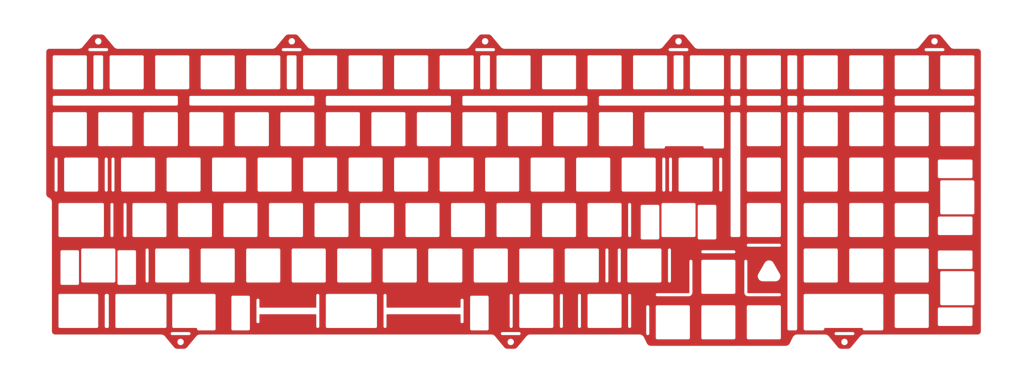
<source format=kicad_pcb>
(kicad_pcb (version 20210228) (generator pcbnew)
  (layers (0 "F.Cu" signal) (31 "B.Cu" signal) (34 "B.Paste" user) (35 "F.Paste" user) (36 "B.SilkS" user "B.Silkscreen") (37 "F.SilkS" user "F.Silkscreen") (38 "B.Mask" user) (39 "F.Mask" user) (44 "Edge.Cuts" user))
  (net 0 "")
  (gr_curve (pts (xy 217.985763 55.10903) (xy 217.985763 54.832887) (xy 218.209618 54.609029) (xy 218.485764 54.609029)) (layer "Edge.Cuts") (width 0.1))
  (gr_line (start 243.060781 111.472563) (end 243.060781 111.472563) (layer "Edge.Cuts") (width 0.1))
  (gr_curve (pts (xy 253.373324 29.247508) (xy 253.373324 28.971365) (xy 253.597189 28.747507) (xy 253.873324 28.747507)) (layer "Edge.Cuts") (width 0.1))
  (gr_line (start -26.357756 93.960064) (end -26.357756 107.210079) (layer "Edge.Cuts") (width 0.1))
  (gr_curve (pts (xy -58.570795 112.260084) (xy -58.570795 111.985084) (xy -58.345794 111.760084) (xy -58.070794 111.760084)) (layer "Edge.Cuts") (width 0.1))
  (gr_curve (pts (xy 162.885733 112.260084) (xy 162.885733 111.985084) (xy 163.110733 111.760084) (xy 163.385733 111.760084)) (layer "Edge.Cuts") (width 0.1))
  (gr_curve (pts (xy 58.610616 106.710078) (xy 58.335616 106.710078) (xy 58.110615 106.485078) (xy 58.110615 106.210077)) (layer "Edge.Cuts") (width 0.1))
  (gr_curve (pts (xy 114.473179 54.609029) (xy 114.748179 54.609029) (xy 114.973179 54.834029) (xy 114.973179 55.10903)) (layer "Edge.Cuts") (width 0.1))
  (gr_line (start 151.81072 125.760089) (end 151.81072 125.760089) (layer "Edge.Cuts") (width 0.1))
  (gr_line (start 291.973367 35.56) (end 304.973382 35.56) (layer "Edge.Cuts") (width 0.1))
  (gr_curve (pts (xy 243.560823 130.022604) (xy 243.560823 130.297604) (xy 243.335823 130.522605) (xy 243.060823 130.522605)) (layer "Edge.Cuts") (width 0.1))
  (gr_line (start 26.966778 8.746971) (end -30.045134 8.746971) (layer "Edge.Cuts") (width 0.1))
  (gr_line (start 190.673254 68.609047) (end 190.673254 68.609047) (layer "Edge.Cuts") (width 0.1))
  (gr_line (start 20.510573 92.710062) (end 33.510588 92.710062) (layer "Edge.Cuts") (width 0.1))
  (gr_line (start -9.35196 32.560004) (end -60.452025 32.560004) (layer "Edge.Cuts") (width 0.1))
  (gr_curve (pts (xy 49.085605 87.660057) (xy 48.810605 87.660057) (xy 48.585605 87.435056) (xy 48.585605 87.160056)) (layer "Edge.Cuts") (width 0.1))
  (gr_curve (pts (xy 228.510796 110.972572) (xy 228.510796 111.801011) (xy 229.18237 112.472584) (xy 230.010808 112.472574)) (layer "Edge.Cuts") (width 0.1))
  (gr_curve (pts (xy 29.248083 49.060015) (xy 29.248083 49.335016) (xy 29.023083 49.560016) (xy 28.748082 49.560016)) (layer "Edge.Cuts") (width 0.1))
  (gr_line (start 299.811282 8.746971) (end 295.998122 8.746971) (layer "Edge.Cuts") (width 0.1))
  (gr_line (start 272.423345 25.247511) (end 272.423345 12.247496) (layer "Edge.Cuts") (width 0.1))
  (gr_line (start -58.070794 73.660041) (end -40.308252 73.660041) (layer "Edge.Cuts") (width 0.1))
  (gr_curve (pts (xy 73.991873 111.760084) (xy 74.266873 111.760084) (xy 74.491873 111.985084) (xy 74.491873 112.260084)) (layer "Edge.Cuts") (width 0.1))
  (gr_curve (pts (xy -38.046005 9.246973) (xy -38.046005 9.523115) (xy -38.269862 9.746972) (xy -38.546004 9.746972)) (layer "Edge.Cuts") (width 0.1))
  (gr_line (start 211.411391 50.059999) (end 211.411391 50.059999) (layer "Edge.Cuts") (width 0.1))
  (gr_curve (pts (xy 214.48577 54.609029) (xy 214.76077 54.609029) (xy 214.98577 54.834029) (xy 214.98577 55.10903)) (layer "Edge.Cuts") (width 0.1))
  (gr_line (start 133.5232 68.609047) (end 120.523185 68.609047) (layer "Edge.Cuts") (width 0.1))
  (gr_line (start 109.710673 106.710078) (end 109.710673 106.710078) (layer "Edge.Cuts") (width 0.1))
  (gr_line (start 43.535599 74.160042) (end 43.535599 87.160056) (layer "Edge.Cuts") (width 0.1))
  (gr_curve (pts (xy 171.360742 106.210077) (xy 171.360742 106.486224) (xy 171.136877 106.710078) (xy 170.860742 106.710078)) (layer "Edge.Cuts") (width 0.1))
  (gr_line (start 130.810697 125.760089) (end 130.810697 125.760089) (layer "Edge.Cuts") (width 0.1))
  (gr_curve (pts (xy 324.523404 49.060015) (xy 324.523404 49.335016) (xy 324.298403 49.560016) (xy 324.023403 49.560016)) (layer "Edge.Cuts") (width 0.1))
  (gr_line (start 266.81111 127.762195) (end 273.811118 127.762195) (layer "Edge.Cuts") (width 0.1))
  (gr_line (start -61.570808 73.239322) (end -61.570808 127.262195) (layer "Edge.Cuts") (width 0.1))
  (gr_line (start 176.885499 12.247496) (end 176.885499 25.247511) (layer "Edge.Cuts") (width 0.1))
  (gr_curve (pts (xy 267.37334 106.210077) (xy 267.37334 106.485078) (xy 267.148339 106.710078) (xy 266.873339 106.710078)) (layer "Edge.Cuts") (width 0.1))
  (gr_line (start 116.379181 8.746971) (end 123.379189 8.746971) (layer "Edge.Cuts") (width 0.1))
  (gr_curve (pts (xy 291.973367 25.747511) (xy 291.698367 25.747511) (xy 291.473367 25.522511) (xy 291.473367 25.247511)) (layer "Edge.Cuts") (width 0.1))
  (gr_line (start 229.510807 110.972531) (end 229.510807 97.97261) (layer "Edge.Cuts") (width 0.1))
  (gr_curve (pts (xy 139.573207 68.609047) (xy 139.298206 68.609047) (xy 139.073206 68.384045) (xy 139.073206 68.109045)) (layer "Edge.Cuts") (width 0.1))
  (gr_curve (pts (xy 194.535383 50.560013) (xy 194.811529 50.560013) (xy 195.035394 50.33615) (xy 195.035394 50.06)) (layer "Edge.Cuts") (width 0.1))
  (gr_line (start 76.873136 55.10903) (end 76.873136 68.109045) (layer "Edge.Cuts") (width 0.1))
  (gr_curve (pts (xy 222.7483 12.247533) (xy 222.7483 11.97139) (xy 222.972154 11.747532) (xy 223.2483 11.747532)) (layer "Edge.Cuts") (width 0.1))
  (gr_line (start 285.92336 25.747511) (end 272.923346 25.747511) (layer "Edge.Cuts") (width 0.1))
  (gr_line (start 138.785706 74.160042) (end 138.785706 87.160056) (layer "Edge.Cuts") (width 0.1))
  (gr_curve (pts (xy 91.948153 49.560016) (xy 91.673153 49.560016) (xy 91.448153 49.335016) (xy 91.448153 49.060015)) (layer "Edge.Cuts") (width 0.1))
  (gr_line (start 57.323114 25.747511) (end 57.323114 25.747511) (layer "Edge.Cuts") (width 0.1))
  (gr_line (start 121.191665 2.746967) (end 118.565194 2.746967) (layer "Edge.Cuts") (width 0.1))
  (gr_curve (pts (xy 261.71026 126.260079) (xy 261.71026 125.983943) (xy 261.934115 125.760089) (xy 262.21025 125.760089)) (layer "Edge.Cuts") (width 0.1))
  (gr_curve (pts (xy 143.048211 35.56) (xy 143.323211 35.56) (xy 143.548211 35.785001) (xy 143.548211 36.060001)) (layer "Edge.Cuts") (width 0.1))
  (gr_curve (pts (xy 285.92336 92.710062) (xy 286.198361 92.710062) (xy 286.423361 92.935063) (xy 286.423361 93.210063)) (layer "Edge.Cuts") (width 0.1))
  (gr_curve (pts (xy -40.846008 5.746969) (xy -40.846008 6.40971) (xy -41.383267 6.946969) (xy -42.046009 6.946969)) (layer "Edge.Cuts") (width 0.1))
  (gr_line (start 49.085605 73.660041) (end 62.08562 73.660041) (layer "Edge.Cuts") (width 0.1))
  (gr_line (start 105.448168 36.060001) (end 105.448168 49.060015) (layer "Edge.Cuts") (width 0.1))
  (gr_line (start 324.023403 49.560016) (end 311.023388 49.560016) (layer "Edge.Cuts") (width 0.1))
  (gr_curve (pts (xy 0.960551 12.247496) (xy 0.960551 11.972496) (xy 1.185552 11.747496) (xy 1.460551 11.747496)) (layer "Edge.Cuts") (width 0.1))
  (gr_line (start 176.885749 74.160042) (end 176.885749 87.160056) (layer "Edge.Cuts") (width 0.1))
  (gr_line (start 222.7483 32.060004) (end 222.7483 29.247508) (layer "Edge.Cuts") (width 0.1))
  (gr_line (start 143.835711 87.160056) (end 143.835711 74.160042) (layer "Edge.Cuts") (width 0.1))
  (gr_line (start 224.010749 94.472596) (end 211.010828 94.472596) (layer "Edge.Cuts") (width 0.1))
  (gr_line (start 323.773382 55.947821) (end 323.773382 62.44783) (layer "Edge.Cuts") (width 0.1))
  (gr_line (start -44.895706 3.46673) (end -48.695441 8.027208) (layer "Edge.Cuts") (width 0.1))
  (gr_line (start 124.78569 87.160056) (end 124.78569 74.160042) (layer "Edge.Cuts") (width 0.1))
  (gr_curve (pts (xy 77.491877 125.260088) (xy 77.491877 125.536235) (xy 77.715731 125.760089) (xy 77.991877 125.760089)) (layer "Edge.Cuts") (width 0.1))
  (gr_line (start -30.045134 8.746971) (end -33.858465 8.746971) (layer "Edge.Cuts") (width 0.1))
  (gr_curve (pts (xy 4.935556 73.660041) (xy 5.210556 73.660041) (xy 5.435556 73.885041) (xy 5.435556 74.160042)) (layer "Edge.Cuts") (width 0.1))
  (gr_line (start -22.351979 35.56) (end -9.35196 35.56) (layer "Edge.Cuts") (width 0.1))
  (gr_line (start 223.2483 11.747532) (end 226.060793 11.747532) (layer "Edge.Cuts") (width 0.1))
  (gr_curve (pts (xy 218.485764 68.609047) (xy 218.209618 68.609047) (xy 217.985763 68.385192) (xy 217.985763 68.109045)) (layer "Edge.Cuts") (width 0.1))
  (gr_curve (pts (xy 291.473367 74.160042) (xy 291.473367 73.885041) (xy 291.698367 73.660041) (xy 291.973367 73.660041)) (layer "Edge.Cuts") (width 0.1))
  (gr_line (start 181.148253 49.560016) (end 168.148239 49.560016) (layer "Edge.Cuts") (width 0.1))
  (gr_curve (pts (xy -63.952018 69.656661) (xy -63.952018 70.416027) (xy -63.496548 71.101299) (xy -62.796417 71.39533)) (layer "Edge.Cuts") (width 0.1))
  (gr_line (start 100.973163 68.109045) (end 100.973163 55.10903) (layer "Edge.Cuts") (width 0.1))
  (gr_curve (pts (xy 25.797017 117.510101) (xy 25.520881 117.510101) (xy 25.297027 117.286246) (xy 25.297027 117.0101)) (layer "Edge.Cuts") (width 0.1))
  (gr_curve (pts (xy 74.491873 125.260099) (xy 74.491873 125.535099) (xy 74.266873 125.760099) (xy 73.991873 125.760099)) (layer "Edge.Cuts") (width 0.1))
  (gr_line (start 153.073222 55.10903) (end 153.073222 68.109045) (layer "Edge.Cuts") (width 0.1))
  (gr_line (start 53.3481 32.060004) (end 53.3481 29.247508) (layer "Edge.Cuts") (width 0.1))
  (gr_curve (pts (xy 197.5545 106.210015) (xy 197.5545 106.486161) (xy 197.330646 106.710016) (xy 197.054499 106.710016)) (layer "Edge.Cuts") (width 0.1))
  (gr_line (start 81.135641 87.660057) (end 68.135626 87.660057) (layer "Edge.Cuts") (width 0.1))
  (gr_curve (pts (xy -8.85196 32.060004) (xy -8.85196 32.336147) (xy -9.075814 32.560004) (xy -9.35196 32.560004)) (layer "Edge.Cuts") (width 0.1))
  (gr_curve (pts (xy 34.798089 49.560016) (xy 34.523089 49.560016) (xy 34.298089 49.335016) (xy 34.298089 49.060015)) (layer "Edge.Cuts") (width 0.1))
  (gr_line (start -9.35196 49.560016) (end -22.351979 49.560016) (layer "Edge.Cuts") (width 0.1))
  (gr_curve (pts (xy 196.841771 9.246972) (xy 196.841771 8.970829) (xy 197.065624 8.746971) (xy 197.341771 8.746971)) (layer "Edge.Cuts") (width 0.1))
  (gr_line (start -0.551961 126.26011) (end -0.551961 126.26011) (layer "Edge.Cuts") (width 0.1))
  (gr_line (start 115.260679 106.210077) (end 115.260679 93.210063) (layer "Edge.Cuts") (width 0.1))
  (gr_curve (pts (xy 206.248281 25.747511) (xy 205.973281 25.747511) (xy 205.748281 25.522511) (xy 205.748281 25.247511)) (layer "Edge.Cuts") (width 0.1))
  (gr_curve (pts (xy -11.077712 128.762196) (xy -11.353848 128.762196) (xy -11.577713 128.538342) (xy -11.577713 128.262196)) (layer "Edge.Cuts") (width 0.1))
  (gr_line (start 240.474101 98.710788) (end 243.072219 103.210803) (layer "Edge.Cuts") (width 0.1))
  (gr_curve (pts (xy 163.385733 87.660057) (xy 163.110733 87.660057) (xy 162.885733 87.435056) (xy 162.885733 87.160056)) (layer "Edge.Cuts") (width 0.1))
  (gr_line (start 253.873324 73.660041) (end 266.873339 73.660041) (layer "Edge.Cuts") (width 0.1))
  (gr_curve (pts (xy 176.385498 11.747496) (xy 176.660498 11.747496) (xy 176.885499 11.972496) (xy 176.885499 12.247496)) (layer "Edge.Cuts") (width 0.1))
  (gr_line (start 40.279272 2.746967) (end 37.65279 2.746967) (layer "Edge.Cuts") (width 0.1))
  (gr_line (start 95.423157 25.747511) (end 95.423157 25.747511) (layer "Edge.Cuts") (width 0.1))
  (gr_curve (pts (xy 285.92336 11.747496) (xy 286.198361 11.747496) (xy 286.423361 11.972496) (xy 286.423361 12.247496)) (layer "Edge.Cuts") (width 0.1))
  (gr_line (start 310.023366 117.4231) (end 323.273381 117.4231) (layer "Edge.Cuts") (width 0.1))
  (gr_line (start 0.673051 55.10903) (end 0.673051 68.109045) (layer "Edge.Cuts") (width 0.1))
  (gr_line (start 210.510776 130.022604) (end 210.510776 117.02259) (layer "Edge.Cuts") (width 0.1))
  (gr_line (start 196.98575 68.109045) (end 196.98575 55.10903) (layer "Edge.Cuts") (width 0.1))
  (gr_line (start 19.723072 55.10903) (end 19.723072 68.109045) (layer "Edge.Cuts") (width 0.1))
  (gr_line (start 226.060793 87.660046) (end 223.2483 87.660046) (layer "Edge.Cuts") (width 0.1))
  (gr_curve (pts (xy 210.510776 97.972568) (xy 210.510776 97.697568) (xy 210.735776 97.472568) (xy 211.010776 97.472568)) (layer "Edge.Cuts") (width 0.1))
  (gr_line (start 28.748082 49.560016) (end 15.748068 49.560016) (layer "Edge.Cuts") (width 0.1))
  (gr_curve (pts (xy 195.435519 11.747496) (xy 195.71052 11.747496) (xy 195.93552 11.972496) (xy 195.93552 12.247496)) (layer "Edge.Cuts") (width 0.1))
  (gr_line (start 243.560771 91.210071) (end 243.560771 91.210071) (layer "Edge.Cuts") (width 0.1))
  (gr_line (start -47.452007 25.747511) (end -60.452022 25.747511) (layer "Edge.Cuts") (width 0.1))
  (gr_curve (pts (xy 20.010573 93.210063) (xy 20.010573 92.935063) (xy 20.235573 92.710062) (xy 20.510573 92.710062)) (layer "Edge.Cuts") (width 0.1))
  (gr_line (start 38.273093 68.609047) (end 25.273079 68.609047) (layer "Edge.Cuts") (width 0.1))
  (gr_curve (pts (xy 224.010749 93.472594) (xy 224.286895 93.472594) (xy 224.51075 93.696449) (xy 224.51075 93.972595)) (layer "Edge.Cuts") (width 0.1))
  (gr_line (start 246.560827 126.26009) (end 246.560827 126.26009) (layer "Edge.Cuts") (width 0.1))
  (gr_curve (pts (xy 201.485755 68.609047) (xy 201.210755 68.609047) (xy 200.985755 68.384045) (xy 200.985755 68.109045)) (layer "Edge.Cuts") (width 0.1))
  (gr_curve (pts (xy 285.92336 54.610022) (xy 286.198361 54.610022) (xy 286.423361 54.835022) (xy 286.423361 55.110022)) (layer "Edge.Cuts") (width 0.1))
  (gr_line (start 143.835461 25.247511) (end 143.835461 12.247496) (layer "Edge.Cuts") (width 0.1))
  (gr_curve (pts (xy 324.523404 25.247511) (xy 324.523404 25.522511) (xy 324.298403 25.747511) (xy 324.023403 25.747511)) (layer "Edge.Cuts") (width 0.1))
  (gr_curve (pts (xy 91.160652 106.210077) (xy 91.160652 106.485078) (xy 90.935652 106.710078) (xy 90.660652 106.710078)) (layer "Edge.Cuts") (width 0.1))
  (gr_curve (pts (xy 10.198062 49.060015) (xy 10.198062 49.335016) (xy 9.973061 49.560016) (xy 9.698061 49.560016)) (layer "Edge.Cuts") (width 0.1))
  (gr_line (start 114.473179 68.609047) (end 101.473164 68.609047) (layer "Edge.Cuts") (width 0.1))
  (gr_curve (pts (xy 100.185663 73.660041) (xy 100.460663 73.660041) (xy 100.685663 73.885041) (xy 100.685663 74.160042)) (layer "Edge.Cuts") (width 0.1))
  (gr_line (start 152.573221 68.609047) (end 152.573221 68.609047) (layer "Edge.Cuts") (width 0.1))
  (gr_line (start 49.848054 111.760073) (end 49.848054 111.760073) (layer "Edge.Cuts") (width 0.1))
  (gr_line (start 304.973382 87.660057) (end 291.973367 87.660057) (layer "Edge.Cuts") (width 0.1))
  (gr_line (start 219.248296 25.747511) (end 206.248281 25.747511) (layer "Edge.Cuts") (width 0.1))
  (gr_curve (pts (xy 243.060823 116.522589) (xy 243.335823 116.522589) (xy 243.560823 116.747589) (xy 243.560823 117.02259)) (layer "Edge.Cuts") (width 0.1))
  (gr_curve (pts (xy -60.189528 55.109079) (xy -60.189528 54.832937) (xy -59.965671 54.609079) (xy -59.689528 54.609079)) (layer "Edge.Cuts") (width 0.1))
  (gr_curve (pts (xy 48.585605 74.160042) (xy 48.585605 73.885041) (xy 48.810605 73.660041) (xy 49.085605 73.660041)) (layer "Edge.Cuts") (width 0.1))
  (gr_curve (pts (xy 167.623707 29.247508) (xy 167.623707 28.971365) (xy 167.847561 28.747507) (xy 168.123707 28.747507)) (layer "Edge.Cuts") (width 0.1))
  (gr_curve (pts (xy 147.810716 111.760073) (xy 148.085716 111.760073) (xy 148.310716 111.985074) (xy 148.310716 112.260074)) (layer "Edge.Cuts") (width 0.1))
  (gr_curve (pts (xy 181.935504 12.247496) (xy 181.935504 11.972496) (xy 182.160504 11.747496) (xy 182.435505 11.747496)) (layer "Edge.Cuts") (width 0.1))
  (gr_line (start -60.452022 35.56) (end -47.452007 35.56) (layer "Edge.Cuts") (width 0.1))
  (gr_curve (pts (xy 1.460551 25.747511) (xy 1.185552 25.747511) (xy 0.960551 25.522511) (xy 0.960551 25.247511)) (layer "Edge.Cuts") (width 0.1))
  (gr_line (start 267.37334 12.247496) (end 267.37334 25.247511) (layer "Edge.Cuts") (width 0.1))
  (gr_line (start -46.046014 9.246973) (end -46.046014 9.246973) (layer "Edge.Cuts") (width 0.1))
  (gr_curve (pts (xy -0.927378 129.481697) (xy -0.547388 129.025791) (xy 0.015457 128.762196) (xy 0.608956 128.762196)) (layer "Edge.Cuts") (width 0.1))
  (gr_line (start 323.273381 86.823858) (end 310.023366 86.823858) (layer "Edge.Cuts") (width 0.1))
  (gr_line (start 114.973179 12.247496) (end 114.973179 25.247511) (layer "Edge.Cuts") (width 0.1))
  (gr_line (start 305.473382 12.247496) (end 305.473382 25.247511) (layer "Edge.Cuts") (width 0.1))
  (gr_curve (pts (xy 113.748157 113.010095) (xy 113.748157 112.733949) (xy 113.972022 112.510095) (xy 114.248157 112.510095)) (layer "Edge.Cuts") (width 0.1))
  (gr_line (start 253.373324 49.060015) (end 253.373324 36.060001) (layer "Edge.Cuts") (width 0.1))
  (gr_line (start 33.510588 106.710078) (end 33.510588 106.710078) (layer "Edge.Cuts") (width 0.1))
  (gr_curve (pts (xy -47.452007 35.56) (xy -47.177007 35.56) (xy -46.952007 35.785001) (xy -46.952007 36.060001)) (layer "Edge.Cuts") (width 0.1))
  (gr_line (start 195.435519 25.747511) (end 195.435519 25.747511) (layer "Edge.Cuts") (width 0.1))
  (gr_curve (pts (xy 49.348064 117.0101) (xy 49.348064 117.286246) (xy 49.124209 117.510101) (xy 48.848074 117.510101)) (layer "Edge.Cuts") (width 0.1))
  (gr_line (start 207.492106 8.027474) (end 203.690591 3.466463) (layer "Edge.Cuts") (width 0.1))
  (gr_line (start 62.58562 74.160042) (end 62.58562 87.160056) (layer "Edge.Cuts") (width 0.1))
  (gr_line (start 131.310697 112.260074) (end 131.310697 112.260074) (layer "Edge.Cuts") (width 0.1))
  (gr_line (start -34.258267 111.760084) (end -14.114466 111.760084) (layer "Edge.Cuts") (width 0.1))
  (gr_line (start 191.173254 55.10903) (end 191.173254 68.109045) (layer "Edge.Cuts") (width 0.1))
  (gr_line (start 159.885729 112.260074) (end 159.885729 112.260074) (layer "Edge.Cuts") (width 0.1))
  (gr_curve (pts (xy 224.010791 116.522589) (xy 224.285791 116.522589) (xy 224.510791 116.747589) (xy 224.510791 117.02259)) (layer "Edge.Cuts") (width 0.1))
  (gr_line (start 266.873339 49.560016) (end 253.873324 49.560016) (layer "Edge.Cuts") (width 0.1))
  (gr_line (start 214.48577 68.609047) (end 201.485755 68.609047) (layer "Edge.Cuts") (width 0.1))
  (gr_curve (pts (xy 187.499812 132.406221) (xy 187.83598 133.090931) (xy 188.532345 133.524806) (xy 189.295127 133.524806)) (layer "Edge.Cuts") (width 0.1))
  (gr_line (start 258.3111 128.762196) (end 262.124271 128.762196) (layer "Edge.Cuts") (width 0.1))
  (gr_line (start 139.573207 54.609029) (end 152.573221 54.609029) (layer "Edge.Cuts") (width 0.1))
  (gr_line (start 43.823099 25.247511) (end 43.823099 12.247496) (layer "Edge.Cuts") (width 0.1))
  (gr_line (start 224.51075 93.972595) (end 224.51075 93.972595) (layer "Edge.Cuts") (width 0.1))
  (gr_curve (pts (xy 43.823099 55.10903) (xy 43.823099 54.834029) (xy 44.0481 54.609029) (xy 44.3231 54.609029)) (layer "Edge.Cuts") (width 0.1))
  (gr_line (start 186.698489 36.059999) (end 186.698489 36.809998) (layer "Edge.Cuts") (width 0.1))
  (gr_curve (pts (xy 204.96078 116.522589) (xy 205.23578 116.522589) (xy 205.460781 116.747589) (xy 205.460781 117.02259)) (layer "Edge.Cuts") (width 0.1))
  (gr_line (start 291.973367 11.747496) (end 304.973382 11.747496) (layer "Edge.Cuts") (width 0.1))
  (gr_curve (pts (xy 130.616686 132.962201) (xy 129.953946 132.962201) (xy 129.416685 132.42494) (xy 129.416685 131.7622)) (layer "Edge.Cuts") (width 0.1))
  (gr_curve (pts (xy 253.873324 106.710078) (xy 253.598324 106.710078) (xy 253.373324 106.485078) (xy 253.373324 106.210077)) (layer "Edge.Cuts") (width 0.1))
  (gr_curve (pts (xy 39.560595 106.710078) (xy 39.285594 106.710078) (xy 39.060594 106.485078) (xy 39.060594 106.210077)) (layer "Edge.Cuts") (width 0.1))
  (gr_line (start 246.560827 126.26009) (end 246.560827 36.060008) (layer "Edge.Cuts") (width 0.1))
  (gr_line (start 134.310701 106.210077) (end 134.310701 93.210063) (layer "Edge.Cuts") (width 0.1))
  (gr_curve (pts (xy 191.960765 130.522605) (xy 191.685765 130.522605) (xy 191.460765 130.297604) (xy 191.460765 130.022604)) (layer "Edge.Cuts") (width 0.1))
  (gr_line (start 30.035584 73.660041) (end 43.035598 73.660041) (layer "Edge.Cuts") (width 0.1))
  (gr_curve (pts (xy -30.83011 87.660005) (xy -31.106252 87.660005) (xy -31.33011 87.43615) (xy -31.33011 87.160014)) (layer "Edge.Cuts") (width 0.1))
  (gr_curve (pts (xy -42.689508 54.609029) (xy -42.414508 54.609029) (xy -42.189507 54.834029) (xy -42.189507 55.10903)) (layer "Edge.Cuts") (width 0.1))
  (gr_line (start 200.985755 68.109045) (end 200.985755 55.10903) (layer "Edge.Cuts") (width 0.1))
  (gr_line (start 38.773094 55.10903) (end 38.773094 68.109045) (layer "Edge.Cuts") (width 0.1))
  (gr_line (start 95.423157 68.609047) (end 95.423157 68.609047) (layer "Edge.Cuts") (width 0.1))
  (gr_curve (pts (xy 120.523185 68.609047) (xy 120.248185 68.609047) (xy 120.023185 68.384045) (xy 120.023185 68.109045)) (layer "Edge.Cuts") (width 0.1))
  (gr_line (start 110.498164 32.060004) (end 110.498164 29.247508) (layer "Edge.Cuts") (width 0.1))
  (gr_curve (pts (xy 210.510828 93.972595) (xy 210.510828 93.696449) (xy 210.734693 93.472594) (xy 211.010828 93.472594)) (layer "Edge.Cuts") (width 0.1))
  (gr_curve (pts (xy 266.873339 54.610022) (xy 267.148339 54.610022) (xy 267.37334 54.835022) (xy 267.37334 55.110022)) (layer "Edge.Cuts") (width 0.1))
  (gr_curve (pts (xy 272.923346 68.610035) (xy 272.648345 68.610035) (xy 272.423345 68.385035) (xy 272.423345 68.110035)) (layer "Edge.Cuts") (width 0.1))
  (gr_line (start -14.114466 125.760099) (end -14.114466 125.760099) (layer "Edge.Cuts") (width 0.1))
  (gr_curve (pts (xy 147.810716 92.710062) (xy 148.085716 92.710062) (xy 148.310716 92.935063) (xy 148.310716 93.210063)) (layer "Edge.Cuts") (width 0.1))
  (gr_line (start 76.373136 25.747511) (end 63.373121 25.747511) (layer "Edge.Cuts") (width 0.1))
  (gr_curve (pts (xy 226.560794 32.060004) (xy 226.560794 32.336147) (xy 226.336939 32.560004) (xy 226.060793 32.560004)) (layer "Edge.Cuts") (width 0.1))
  (gr_curve (pts (xy 77.160637 93.210063) (xy 77.160637 92.935063) (xy 77.385637 92.710062) (xy 77.660637 92.710062)) (layer "Edge.Cuts") (width 0.1))
  (gr_line (start 121.248165 113.010095) (end 121.248165 126.26011) (layer "Edge.Cuts") (width 0.1))
  (gr_curve (pts (xy 138.785706 87.160056) (xy 138.785706 87.435056) (xy 138.560706 87.660057) (xy 138.285705 87.660057)) (layer "Edge.Cuts") (width 0.1))
  (gr_curve (pts (xy 124.78569 74.160042) (xy 124.78569 73.885041) (xy 125.01069 73.660041) (xy 125.285691 73.660041)) (layer "Edge.Cuts") (width 0.1))
  (gr_curve (pts (xy 291.473367 55.110022) (xy 291.473367 54.835022) (xy 291.698367 54.610022) (xy 291.973367 54.610022)) (layer "Edge.Cuts") (width 0.1))
  (gr_line (start 35.41683 8.746971) (end 42.416837 8.746971) (layer "Edge.Cuts") (width 0.1))
  (gr_line (start 224.010791 111.472583) (end 224.010791 111.472583) (layer "Edge.Cuts") (width 0.1))
  (gr_curve (pts (xy 229.560808 55.110022) (xy 229.560808 54.835022) (xy 229.785808 54.610022) (xy 230.060808 54.610022)) (layer "Edge.Cuts") (width 0.1))
  (gr_line (start 29.535583 87.160056) (end 29.535583 74.160042) (layer "Edge.Cuts") (width 0.1))
  (gr_line (start 57.323114 68.609047) (end 44.3231 68.609047) (layer "Edge.Cuts") (width 0.1))
  (gr_line (start 81.923142 25.247511) (end 81.923142 12.247496) (layer "Edge.Cuts") (width 0.1))
  (gr_line (start -19.577718 128.762196) (end -15.764552 128.762196) (layer "Edge.Cuts") (width 0.1))
  (gr_line (start 266.311109 128.262196) (end 266.311109 128.262196) (layer "Edge.Cuts") (width 0.1))
  (gr_line (start 42.416837 9.746972) (end 35.41683 9.746972) (layer "Edge.Cuts") (width 0.1))
  (gr_line (start 205.748281 25.247511) (end 205.748281 12.247496) (layer "Edge.Cuts") (width 0.1))
  (gr_curve (pts (xy 224.51075 93.972595) (xy 224.51075 94.248731) (xy 224.286895 94.472596) (xy 224.010749 94.472596)) (layer "Edge.Cuts") (width 0.1))
  (gr_line (start 324.523404 12.247496) (end 324.523404 25.247511) (layer "Edge.Cuts") (width 0.1))
  (gr_curve (pts (xy 243.060823 28.747507) (xy 243.336969 28.747507) (xy 243.560823 28.971365) (xy 243.560823 29.247508)) (layer "Edge.Cuts") (width 0.1))
  (gr_line (start 104.948168 32.560004) (end 53.8481 32.560004) (layer "Edge.Cuts") (width 0.1))
  (gr_line (start 163.385483 11.747496) (end 176.385498 11.747496) (layer "Edge.Cuts") (width 0.1))
  (gr_line (start -3.301953 35.56) (end 9.698061 35.56) (layer "Edge.Cuts") (width 0.1))
  (gr_curve (pts (xy -4.077704 127.762195) (xy -3.801558 127.762195) (xy -3.577704 127.98605) (xy -3.577704 128.262196)) (layer "Edge.Cuts") (width 0.1))
  (gr_line (start 243.060771 91.710072) (end 230.06085 91.710072) (layer "Edge.Cuts") (width 0.1))
  (gr_curve (pts (xy 243.060823 54.610022) (xy 243.335823 54.610022) (xy 243.560823 54.835022) (xy 243.560823 55.110022)) (layer "Edge.Cuts") (width 0.1))
  (gr_curve (pts (xy 323.273381 117.4231) (xy 323.549527 117.4231) (xy 323.773382 117.646955) (xy 323.773382 117.923101)) (layer "Edge.Cuts") (width 0.1))
  (gr_curve (pts (xy 310.523388 36.060001) (xy 310.523388 35.785001) (xy 310.748388 35.56) (xy 311.023388 35.56)) (layer "Edge.Cuts") (width 0.1))
  (gr_line (start -60.070807 128.762196) (end -19.577718 128.762196) (layer "Edge.Cuts") (width 0.1))
  (gr_curve (pts (xy 272.923346 49.560016) (xy 272.648345 49.560016) (xy 272.423345 49.335016) (xy 272.423345 49.060015)) (layer "Edge.Cuts") (width 0.1))
  (gr_line (start 304.973382 106.710078) (end 304.973382 106.710078) (layer "Edge.Cuts") (width 0.1))
  (gr_line (start 124.78544 25.247511) (end 124.78544 12.247496) (layer "Edge.Cuts") (width 0.1))
  (gr_line (start 139.073206 68.109045) (end 139.073206 55.10903) (layer "Edge.Cuts") (width 0.1))
  (gr_curve (pts (xy 197.985751 68.109045) (xy 197.985751 68.385192) (xy 197.761897 68.609047) (xy 197.485751 68.609047)) (layer "Edge.Cuts") (width 0.1))
  (gr_curve (pts (xy 6.948037 126.26011) (xy 6.948037 126.536247) (xy 6.724183 126.7601) (xy 6.448047 126.7601)) (layer "Edge.Cuts") (width 0.1))
  (gr_line (start 311.498139 9.746972) (end 304.498131 9.746972) (layer "Edge.Cuts") (width 0.1))
  (gr_curve (pts (xy 230.060808 130.522605) (xy 229.785808 130.522605) (xy 229.560808 130.297604) (xy 229.560808 130.022604)) (layer "Edge.Cuts") (width 0.1))
  (gr_curve (pts (xy 91.448153 36.060001) (xy 91.448153 35.785001) (xy 91.673153 35.56) (xy 91.948153 35.56)) (layer "Edge.Cuts") (width 0.1))
  (gr_line (start 109.248162 117.510101) (end 78.991878 117.510101) (layer "Edge.Cuts") (width 0.1))
  (gr_curve (pts (xy 125.285691 87.660057) (xy 125.01069 87.660057) (xy 124.78569 87.435056) (xy 124.78569 87.160056)) (layer "Edge.Cuts") (width 0.1))
  (gr_line (start -49.04578 106.210077) (end -49.04578 93.210063) (layer "Edge.Cuts") (width 0.1))
  (gr_curve (pts (xy 211.010828 94.472596) (xy 210.734693 94.472596) (xy 210.510828 94.248731) (xy 210.510828 93.972595)) (layer "Edge.Cuts") (width 0.1))
  (gr_line (start 224.510791 117.02259) (end 224.510791 130.022604) (layer "Edge.Cuts") (width 0.1))
  (gr_curve (pts (xy 176.885499 25.247511) (xy 176.885499 25.522511) (xy 176.660498 25.747511) (xy 176.385498 25.747511)) (layer "Edge.Cuts") (width 0.1))
  (gr_line (start 272.923346 73.660041) (end 285.92336 73.660041) (layer "Edge.Cuts") (width 0.1))
  (gr_curve (pts (xy 326.023405 128.762196) (xy 326.851833 128.762196) (xy 327.523407 128.090623) (xy 327.523407 127.262195)) (layer "Edge.Cuts") (width 0.1))
  (gr_line (start 149.098217 35.56) (end 162.098232 35.56) (layer "Edge.Cuts") (width 0.1))
  (gr_curve (pts (xy -36.808248 74.160094) (xy -36.808248 73.883947) (xy -36.584391 73.660093) (xy -36.308248 73.660093)) (layer "Edge.Cuts") (width 0.1))
  (gr_curve (pts (xy 14.297025 126.760112) (xy 14.020878 126.760112) (xy 13.797024 126.536247) (xy 13.797024 126.26011)) (layer "Edge.Cuts") (width 0.1))
  (gr_line (start 219.223775 32.560004) (end 219.223775 32.560004) (layer "Edge.Cuts") (width 0.1))
  (gr_curve (pts (xy -60.952022 12.247496) (xy -60.952022 11.972496) (xy -60.727022 11.747496) (xy -60.452022 11.747496)) (layer "Edge.Cuts") (width 0.1))
  (gr_curve (pts (xy 182.435505 25.747511) (xy 182.160504 25.747511) (xy 181.935504 25.522511) (xy 181.935504 25.247511)) (layer "Edge.Cuts") (width 0.1))
  (gr_line (start 176.554477 93.210063) (end 176.554477 106.210077) (layer "Edge.Cuts") (width 0.1))
  (gr_line (start 291.973367 54.610022) (end 304.973382 54.610022) (layer "Edge.Cuts") (width 0.1))
  (gr_curve (pts (xy 243.060781 112.472574) (xy 243.336917 112.472574) (xy 243.560782 112.248709) (xy 243.560782 111.972573)) (layer "Edge.Cuts") (width 0.1))
  (gr_curve (pts (xy 37.510592 25.747449) (xy 37.234446 25.747449) (xy 37.010592 25.523591) (xy 37.010592 25.247448)) (layer "Edge.Cuts") (width 0.1))
  (gr_curve (pts (xy 310.523388 102.735084) (xy 310.523388 102.460084) (xy 310.748388 102.235083) (xy 311.023388 102.235083)) (layer "Edge.Cuts") (width 0.1))
  (gr_curve (pts (xy 15.748068 49.560016) (xy 15.473068 49.560016) (xy 15.248067 49.335016) (xy 15.248067 49.060015)) (layer "Edge.Cuts") (width 0.1))
  (gr_line (start 76.873136 12.247496) (end 76.873136 25.247511) (layer "Edge.Cuts") (width 0.1))
  (gr_curve (pts (xy 163.385483 25.747511) (xy 163.110483 25.747511) (xy 162.885483 25.522511) (xy 162.885483 25.247511)) (layer "Edge.Cuts") (width 0.1))
  (gr_line (start 310.523388 77.635848) (end 310.523388 64.635833) (layer "Edge.Cuts") (width 0.1))
  (gr_line (start 311.023388 11.747496) (end 324.023403 11.747496) (layer "Edge.Cuts") (width 0.1))
  (gr_line (start 207.341783 87.660057) (end 194.341768 87.660057) (layer "Edge.Cuts") (width 0.1))
  (gr_curve (pts (xy 191.460765 117.02259) (xy 191.460765 116.747589) (xy 191.685765 116.522589) (xy 191.960765 116.522589)) (layer "Edge.Cuts") (width 0.1))
  (gr_curve (pts (xy 62.58562 87.160056) (xy 62.58562 87.435056) (xy 62.36062 87.660057) (xy 62.08562 87.660057)) (layer "Edge.Cuts") (width 0.1))
  (gr_line (start 77.491877 112.260074) (end 77.491877 125.260088) (layer "Edge.Cuts") (width 0.1))
  (gr_curve (pts (xy 271.623553 134.762203) (xy 272.217053 134.762203) (xy 272.779887 134.49862) (xy 273.159877 134.042713)) (layer "Edge.Cuts") (width 0.1))
  (gr_line (start -18.876975 68.609047) (end -18.876975 68.609047) (layer "Edge.Cuts") (width 0.1))
  (gr_curve (pts (xy 148.310716 125.260088) (xy 148.310716 125.535089) (xy 148.085716 125.760089) (xy 147.810716 125.760089)) (layer "Edge.Cuts") (width 0.1))
  (gr_line (start 224.510791 97.972568) (end 224.510791 110.972583) (layer "Edge.Cuts") (width 0.1))
  (gr_line (start -42.689519 125.760099) (end -42.689519 125.760099) (layer "Edge.Cuts") (width 0.1))
  (gr_curve (pts (xy -41.902001 36.060001) (xy -41.902001 35.785001) (xy -41.677001 35.56) (xy -41.402 35.56)) (layer "Edge.Cuts") (width 0.1))
  (gr_line (start 121.079186 5.746969) (end 121.079186 5.746969) (layer "Edge.Cuts") (width 0.1))
  (gr_curve (pts (xy 243.560823 68.110035) (xy 243.560823 68.385035) (xy 243.335823 68.610035) (xy 243.060823 68.610035)) (layer "Edge.Cuts") (width 0.1))
  (gr_line (start 243.560823 117.02259) (end 243.560823 130.022604) (layer "Edge.Cuts") (width 0.1))
  (gr_curve (pts (xy 13.797024 113.010095) (xy 13.797024 112.733949) (xy 14.020878 112.510095) (xy 14.297025 112.510095)) (layer "Edge.Cuts") (width 0.1))
  (gr_curve (pts (xy 286.423371 32.060004) (xy 286.423371 32.336147) (xy 286.199517 32.560004) (xy 285.923371 32.560004)) (layer "Edge.Cuts") (width 0.1))
  (gr_line (start 272.423345 87.160056) (end 272.423345 74.160042) (layer "Edge.Cuts") (width 0.1))
  (gr_line (start 117.972932 25.247448) (end 117.972932 25.247448) (layer "Edge.Cuts") (width 0.1))
  (gr_curve (pts (xy 309.523366 94.047074) (xy 309.523366 93.770939) (xy 309.74722 93.547074) (xy 310.023366 93.547074)) (layer "Edge.Cuts") (width 0.1))
  (gr_line (start 304.498131 8.746971) (end 311.498139 8.746971) (layer "Edge.Cuts") (width 0.1))
  (gr_curve (pts (xy -27.614485 74.160042) (xy -27.614485 73.885041) (xy -27.389485 73.660041) (xy -27.114484 73.660041)) (layer "Edge.Cuts") (width 0.1))
  (gr_line (start 285.92336 68.610035) (end 285.92336 68.610035) (layer "Edge.Cuts") (width 0.1))
  (gr_line (start 303.998131 9.246973) (end 303.998131 9.246973) (layer "Edge.Cuts") (width 0.1))
  (gr_curve (pts (xy -9.35196 28.747507) (xy -9.075814 28.747507) (xy -8.85196 28.971365) (xy -8.85196 29.247508)) (layer "Edge.Cuts") (width 0.1))
  (gr_line (start 6.448047 126.7601) (end -0.051971 126.7601) (layer "Edge.Cuts") (width 0.1))
  (gr_line (start -14.114466 125.760099) (end -34.258267 125.760099) (layer "Edge.Cuts") (width 0.1))
  (gr_line (start 1.460551 92.710062) (end 14.460566 92.710062) (layer "Edge.Cuts") (width 0.1))
  (gr_curve (pts (xy 209.030035 74.910053) (xy 209.030035 74.633907) (xy 209.253889 74.410052) (xy 209.530035 74.410052)) (layer "Edge.Cuts") (width 0.1))
  (gr_line (start 326.023405 8.746971) (end 319.998149 8.746971) (layer "Edge.Cuts") (width 0.1))
  (gr_line (start -56.189523 68.109045) (end -56.189523 55.10903) (layer "Edge.Cuts") (width 0.1))
  (gr_curve (pts (xy 304.973382 92.710062) (xy 305.248382 92.710062) (xy 305.473382 92.935063) (xy 305.473382 93.210063)) (layer "Edge.Cuts") (width 0.1))
  (gr_curve (pts (xy -36.376998 55.109079) (xy -36.376998 54.832937) (xy -36.15314 54.609079) (xy -35.876997 54.609079)) (layer "Edge.Cuts") (width 0.1))
  (gr_line (start -18.376975 55.10903) (end -18.376975 68.109045) (layer "Edge.Cuts") (width 0.1))
  (gr_curve (pts (xy 194.191487 8.027208) (xy 193.811507 8.483272) (xy 193.248559 8.746971) (xy 192.654933 8.746971)) (layer "Edge.Cuts") (width 0.1))
  (gr_line (start -3.801954 49.060015) (end -3.801954 36.060001) (layer "Edge.Cuts") (width 0.1))
  (gr_line (start 82.423143 54.609029) (end 95.423157 54.609029) (layer "Edge.Cuts") (width 0.1))
  (gr_line (start 195.173269 55.10903) (end 195.173269 55.10903) (layer "Edge.Cuts") (width 0.1))
  (gr_line (start 138.285455 25.747511) (end 138.285455 25.747511) (layer "Edge.Cuts") (width 0.1))
  (gr_curve (pts (xy 121.785437 25.247448) (xy 121.785437 25.523591) (xy 121.561572 25.747449) (xy 121.285436 25.747449)) (layer "Edge.Cuts") (width 0.1))
  (gr_line (start 224.010791 130.522605) (end 224.010791 130.522605) (layer "Edge.Cuts") (width 0.1))
  (gr_line (start 324.023403 25.747511) (end 324.023403 25.747511) (layer "Edge.Cuts") (width 0.1))
  (gr_curve (pts (xy 110.248174 113.760086) (xy 109.972028 113.760086) (xy 109.748173 113.98394) (xy 109.748173 114.260086)) (layer "Edge.Cuts") (width 0.1))
  (gr_line (start -8.85196 36.060001) (end -8.85196 49.060015) (layer "Edge.Cuts") (width 0.1))
  (gr_curve (pts (xy 323.773382 100.547082) (xy 323.773382 100.823228) (xy 323.549527 101.047082) (xy 323.273381 101.047082)) (layer "Edge.Cuts") (width 0.1))
  (gr_line (start 39.560595 92.710062) (end 52.560609 92.710062) (layer "Edge.Cuts") (width 0.1))
  (gr_line (start 1.460551 11.747496) (end 14.460566 11.747496) (layer "Edge.Cuts") (width 0.1))
  (gr_line (start -26.857757 107.710079) (end -26.857757 107.710079) (layer "Edge.Cuts") (width 0.1))
  (gr_line (start 10.198062 36.060001) (end 10.198062 49.060015) (layer "Edge.Cuts") (width 0.1))
  (gr_line (start 33.510588 106.710078) (end 20.510573 106.710078) (layer "Edge.Cuts") (width 0.1))
  (gr_curve (pts (xy -30.830109 73.660093) (xy -30.553966 73.660093) (xy -30.330109 73.883947) (xy -30.330109 74.160094)) (layer "Edge.Cuts") (width 0.1))
  (gr_curve (pts (xy 40.323085 11.747532) (xy 40.599231 11.747532) (xy 40.823086 11.97139) (xy 40.823086 12.247533)) (layer "Edge.Cuts") (width 0.1))
  (gr_line (start 23.985577 87.660057) (end 23.985577 87.660057) (layer "Edge.Cuts") (width 0.1))
  (gr_line (start 202.041777 5.746969) (end 202.041777 5.746969) (layer "Edge.Cuts") (width 0.1))
  (gr_curve (pts (xy -7.577708 130.562199) (xy -6.914958 130.562199) (xy -6.377707 131.09946) (xy -6.377707 131.7622)) (layer "Edge.Cuts") (width 0.1))
  (gr_curve (pts (xy 180.385752 125.760089) (xy 180.109606 125.760089) (xy 179.885752 125.536235) (xy 179.885752 125.260088)) (layer "Edge.Cuts") (width 0.1))
  (gr_curve (pts (xy -60.952025 29.247508) (xy -60.952025 28.971365) (xy -60.728168 28.747507) (xy -60.452025 28.747507)) (layer "Edge.Cuts") (width 0.1))
  (gr_line (start 10.485562 87.160056) (end 10.485562 74.160042) (layer "Edge.Cuts") (width 0.1))
  (gr_line (start 131.879208 8.746971) (end 128.06585 8.746971) (layer "Edge.Cuts") (width 0.1))
  (gr_curve (pts (xy 291.473367 112.260084) (xy 291.473367 111.985084) (xy 291.698367 111.760084) (xy 291.973367 111.760084)) (layer "Edge.Cuts") (width 0.1))
  (gr_curve (pts (xy -27.901985 49.060015) (xy -27.901985 49.335016) (xy -28.126985 49.560016) (xy -28.401986 49.560016)) (layer "Edge.Cuts") (width 0.1))
  (gr_curve (pts (xy 266.873339 73.660041) (xy 267.148339 73.660041) (xy 267.37334 73.885041) (xy 267.37334 74.160042)) (layer "Edge.Cuts") (width 0.1))
  (gr_curve (pts (xy 114.973179 68.109045) (xy 114.973179 68.384045) (xy 114.748179 68.609047) (xy 114.473179 68.609047)) (layer "Edge.Cuts") (width 0.1))
  (gr_curve (pts (xy 272.423345 55.110022) (xy 272.423345 54.835022) (xy 272.648345 54.610022) (xy 272.923346 54.610022)) (layer "Edge.Cuts") (width 0.1))
  (gr_line (start 205.51076 110.972531) (end 205.51076 97.97261) (layer "Edge.Cuts") (width 0.1))
  (gr_curve (pts (xy 34.010588 25.247511) (xy 34.010588 25.522511) (xy 33.785588 25.747511) (xy 33.510588 25.747511)) (layer "Edge.Cuts") (width 0.1))
  (gr_line (start 304.973382 25.747511) (end 304.973382 25.747511) (layer "Edge.Cuts") (width 0.1))
  (gr_curve (pts (xy 176.054477 106.710078) (xy 175.778331 106.710078) (xy 175.554476 106.486224) (xy 175.554476 106.210077)) (layer "Edge.Cuts") (width 0.1))
  (gr_line (start -40.139504 12.247533) (end -40.139504 25.247448) (layer "Edge.Cuts") (width 0.1))
  (gr_line (start -31.33011 87.160014) (end -31.33011 74.160094) (layer "Edge.Cuts") (width 0.1))
  (gr_curve (pts (xy 273.811118 127.762195) (xy 274.087264 127.762195) (xy 274.311118 127.98605) (xy 274.311118 128.262196)) (layer "Edge.Cuts") (width 0.1))
  (gr_curve (pts (xy 192.654015 88.160068) (xy 192.654015 88.436214) (xy 192.43015 88.660068) (xy 192.154015 88.660068)) (layer "Edge.Cuts") (width 0.1))
  (gr_curve (pts (xy -38.69567 54.609079) (xy -38.419528 54.609079) (xy -38.195671 54.832937) (xy -38.195671 55.109079)) (layer "Edge.Cuts") (width 0.1))
  (gr_line (start 57.323114 25.747511) (end 44.3231 25.747511) (layer "Edge.Cuts") (width 0.1))
  (gr_line (start 125.285691 73.660041) (end 138.285705 73.660041) (layer "Edge.Cuts") (width 0.1))
  (gr_curve (pts (xy 118.472933 25.747449) (xy 118.196797 25.747449) (xy 117.972932 25.523591) (xy 117.972932 25.247448)) (layer "Edge.Cuts") (width 0.1))
  (gr_curve (pts (xy 229.560808 117.02259) (xy 229.560808 116.747589) (xy 229.785808 116.522589) (xy 230.060808 116.522589)) (layer "Edge.Cuts") (width 0.1))
  (gr_line (start 324.523404 36.060001) (end 324.523404 49.060015) (layer "Edge.Cuts") (width 0.1))
  (gr_line (start 253.373324 106.210077) (end 253.373324 93.210063) (layer "Edge.Cuts") (width 0.1))
  (gr_line (start 291.973367 111.760084) (end 304.973382 111.760084) (layer "Edge.Cuts") (width 0.1))
  (gr_line (start 211.010776 116.522589) (end 224.010791 116.522589) (layer "Edge.Cuts") (width 0.1))
  (gr_curve (pts (xy 226.560794 87.160046) (xy 226.560794 87.436192) (xy 226.336939 87.660046) (xy 226.060793 87.660046)) (layer "Edge.Cuts") (width 0.1))
  (gr_line (start 170.860742 106.710078) (end 170.860742 106.710078) (layer "Edge.Cuts") (width 0.1))
  (gr_curve (pts (xy 57.323114 54.609029) (xy 57.598115 54.609029) (xy 57.823115 54.834029) (xy 57.823115 55.10903)) (layer "Edge.Cuts") (width 0.1))
  (gr_line (start 14.460566 25.747511) (end 14.460566 25.747511) (layer "Edge.Cuts") (width 0.1))
  (gr_curve (pts (xy -13.614465 125.260099) (xy -13.614465 125.535099) (xy -13.839465 125.760099) (xy -14.114466 125.760099)) (layer "Edge.Cuts") (width 0.1))
  (gr_curve (pts (xy -57.733788 93.960064) (xy -57.733788 93.683918) (xy -57.509931 93.460063) (xy -57.233788 93.460063)) (layer "Edge.Cuts") (width 0.1))
  (gr_curve (pts (xy 24.297046 123.260097) (xy 24.297046 123.536232) (xy 24.520901 123.760087) (xy 24.797036 123.760087)) (layer "Edge.Cuts") (width 0.1))
  (gr_line (start 81.635642 74.160042) (end 81.635642 87.160056) (layer "Edge.Cuts") (width 0.1))
  (gr_curve (pts (xy 47.153478 8.746971) (xy 46.559977 8.746971) (xy 45.997133 8.483381) (xy 45.617143 8.027478)) (layer "Edge.Cuts") (width 0.1))
  (gr_line (start 197.5545 93.210105) (end 197.5545 106.210015) (layer "Edge.Cuts") (width 0.1))
  (gr_line (start 138.785456 12.247496) (end 138.785456 25.247511) (layer "Edge.Cuts") (width 0.1))
  (gr_line (start 53.348068 125.260099) (end 53.348068 112.260084) (layer "Edge.Cuts") (width 0.1))
  (gr_line (start 243.560823 74.160042) (end 243.560823 87.160056) (layer "Edge.Cuts") (width 0.1))
  (gr_line (start -8.564459 87.160056) (end -8.564459 74.160042) (layer "Edge.Cuts") (width 0.1))
  (gr_line (start 157.335727 87.660057) (end 157.335727 87.660057) (layer "Edge.Cuts") (width 0.1))
  (gr_line (start 153.860723 92.710062) (end 166.860737 92.710062) (layer "Edge.Cuts") (width 0.1))
  (gr_curve (pts (xy 307.998135 4.546967) (xy 308.660875 4.546967) (xy 309.198136 5.084226) (xy 309.198136 5.746969)) (layer "Edge.Cuts") (width 0.1))
  (gr_curve (pts (xy 267.37334 25.247511) (xy 267.37334 25.522511) (xy 267.148339 25.747511) (xy 266.873339 25.747511)) (layer "Edge.Cuts") (width 0.1))
  (gr_curve (pts (xy 85.898147 35.56) (xy 86.173147 35.56) (xy 86.398147 35.785001) (xy 86.398147 36.060001)) (layer "Edge.Cuts") (width 0.1))
  (gr_curve (pts (xy -57.233788 107.710079) (xy -57.509931 107.710079) (xy -57.733788 107.486225) (xy -57.733788 107.210079)) (layer "Edge.Cuts") (width 0.1))
  (gr_curve (pts (xy 304.973382 111.760084) (xy 305.248382 111.760084) (xy 305.473382 111.985084) (xy 305.473382 112.260084)) (layer "Edge.Cuts") (width 0.1))
  (gr_curve (pts (xy 81.635642 87.160056) (xy 81.635642 87.435056) (xy 81.410641 87.660057) (xy 81.135641 87.660057)) (layer "Edge.Cuts") (width 0.1))
  (gr_line (start 162.885733 125.260099) (end 162.885733 112.260084) (layer "Edge.Cuts") (width 0.1))
  (gr_curve (pts (xy 153.860723 106.710078) (xy 153.585722 106.710078) (xy 153.360722 106.485078) (xy 153.360722 106.210077)) (layer "Edge.Cuts") (width 0.1))
  (gr_curve (pts (xy 82.423143 25.747511) (xy 82.148142 25.747511) (xy 81.923142 25.522511) (xy 81.923142 25.247511)) (layer "Edge.Cuts") (width 0.1))
  (gr_curve (pts (xy 219.248306 35.560008) (xy 219.524442 35.560008) (xy 219.748307 35.783866) (xy 219.748307 36.060009)) (layer "Edge.Cuts") (width 0.1))
  (gr_curve (pts (xy 323.273381 93.547074) (xy 323.549527 93.547074) (xy 323.773382 93.770939) (xy 323.773382 94.047074)) (layer "Edge.Cuts") (width 0.1))
  (gr_curve (pts (xy -10.428264 134.042442) (xy -10.048274 134.498505) (xy -9.485325 134.762203) (xy -8.89171 134.762203)) (layer "Edge.Cuts") (width 0.1))
  (gr_curve (pts (xy 253.873324 32.560004) (xy 253.597189 32.560004) (xy 253.373324 32.336147) (xy 253.373324 32.060004)) (layer "Edge.Cuts") (width 0.1))
  (gr_line (start 129.302685 134.762203) (end 131.929156 134.762203) (layer "Edge.Cuts") (width 0.1))
  (gr_curve (pts (xy 149.098217 49.560016) (xy 148.823217 49.560016) (xy 148.598217 49.335016) (xy 148.598217 49.060015)) (layer "Edge.Cuts") (width 0.1))
  (gr_curve (pts (xy 248.761798 129.881208) (xy 249.097871 129.19627) (xy 249.794351 128.762196) (xy 250.5573 128.762196)) (layer "Edge.Cuts") (width 0.1))
  (gr_line (start 229.560808 25.247511) (end 229.560808 12.247496) (layer "Edge.Cuts") (width 0.1))
  (gr_line (start -26.857757 107.710079) (end -33.357764 107.710079) (layer "Edge.Cuts") (width 0.1))
  (gr_curve (pts (xy 90.660652 92.710062) (xy 90.935652 92.710062) (xy 91.160652 92.935063) (xy 91.160652 93.210063)) (layer "Edge.Cuts") (width 0.1))
  (gr_line (start 62.873121 68.109045) (end 62.873121 55.10903) (layer "Edge.Cuts") (width 0.1))
  (gr_line (start 62.08562 87.660057) (end 62.08562 87.660057) (layer "Edge.Cuts") (width 0.1))
  (gr_curve (pts (xy 246.560827 12.247533) (xy 246.560827 11.97139) (xy 246.784681 11.747532) (xy 247.060827 11.747532)) (layer "Edge.Cuts") (width 0.1))
  (gr_curve (pts (xy 305.473382 49.060015) (xy 305.473382 49.335016) (xy 305.248382 49.560016) (xy 304.973382 49.560016)) (layer "Edge.Cuts") (width 0.1))
  (gr_curve (pts (xy -3.801964 29.247508) (xy -3.801964 28.971365) (xy -3.5781 28.747507) (xy -3.301964 28.747507)) (layer "Edge.Cuts") (width 0.1))
  (gr_curve (pts (xy 48.298104 49.060015) (xy 48.298104 49.335016) (xy 48.073104 49.560016) (xy 47.798104 49.560016)) (layer "Edge.Cuts") (width 0.1))
  (gr_curve (pts (xy 310.846961 3.466463) (xy 310.466971 3.010558) (xy 309.904127 2.746967) (xy 309.310626 2.746967)) (layer "Edge.Cuts") (width 0.1))
  (gr_curve (pts (xy 285.92336 35.56) (xy 286.198361 35.56) (xy 286.423361 35.785001) (xy 286.423361 36.060001)) (layer "Edge.Cuts") (width 0.1))
  (gr_line (start 123.379189 9.746972) (end 123.379189 9.746972) (layer "Edge.Cuts") (width 0.1))
  (gr_line (start -4.089454 93.210063) (end -4.089454 106.210077) (layer "Edge.Cuts") (width 0.1))
  (gr_line (start -1.051951 125.76012) (end -10.445753 125.76012) (layer "Edge.Cuts") (width 0.1))
  (gr_line (start 171.360742 93.210063) (end 171.360742 106.210077) (layer "Edge.Cuts") (width 0.1))
  (gr_line (start -4.089454 12.247496) (end -4.089454 25.247511) (layer "Edge.Cuts") (width 0.1))
  (gr_line (start 305.473382 93.210063) (end 305.473382 106.210077) (layer "Edge.Cuts") (width 0.1))
  (gr_curve (pts (xy 272.923346 87.660057) (xy 272.648345 87.660057) (xy 272.423345 87.435056) (xy 272.423345 87.160056)) (layer "Edge.Cuts") (width 0.1))
  (gr_curve (pts (xy 100.973163 12.247496) (xy 100.973163 11.972496) (xy 101.198164 11.747496) (xy 101.473164 11.747496)) (layer "Edge.Cuts") (width 0.1))
  (gr_line (start 87.185648 73.660041) (end 100.185663 73.660041) (layer "Edge.Cuts") (width 0.1))
  (gr_curve (pts (xy 311.023388 78.135848) (xy 310.748388 78.135848) (xy 310.523388 77.910848) (xy 310.523388 77.635848)) (layer "Edge.Cuts") (width 0.1))
  (gr_curve (pts (xy 1.460551 106.710078) (xy 1.185552 106.710078) (xy 0.960551 106.485078) (xy 0.960551 106.210077)) (layer "Edge.Cuts") (width 0.1))
  (gr_line (start -42.689508 68.609047) (end -55.689523 68.609047) (layer "Edge.Cuts") (width 0.1))
  (gr_line (start 243.060823 68.610035) (end 230.060808 68.610035) (layer "Edge.Cuts") (width 0.1))
  (gr_curve (pts (xy 152.573221 54.609029) (xy 152.848222 54.609029) (xy 153.073222 54.834029) (xy 153.073222 55.10903)) (layer "Edge.Cuts") (width 0.1))
  (gr_line (start 230.060808 11.747496) (end 243.060823 11.747496) (layer "Edge.Cuts") (width 0.1))
  (gr_curve (pts (xy 196.554499 93.210105) (xy 196.554499 92.933958) (xy 196.778354 92.710104) (xy 197.054499 92.710104)) (layer "Edge.Cuts") (width 0.1))
  (gr_line (start 134.616691 128.262196) (end 134.616691 128.262196) (layer "Edge.Cuts") (width 0.1))
  (gr_line (start 134.11669 128.762196) (end 134.11669 128.762196) (layer "Edge.Cuts") (width 0.1))
  (gr_curve (pts (xy 202.248027 11.747532) (xy 202.524163 11.747532) (xy 202.748028 11.97139) (xy 202.748028 12.247533)) (layer "Edge.Cuts") (width 0.1))
  (gr_curve (pts (xy 323.273381 79.323849) (xy 323.549527 79.323849) (xy 323.773382 79.547704) (xy 323.773382 79.82385)) (layer "Edge.Cuts") (width 0.1))
  (gr_curve (pts (xy 123.998189 35.56) (xy 124.27319 35.56) (xy 124.49819 35.785001) (xy 124.49819 36.060001)) (layer "Edge.Cuts") (width 0.1))
  (gr_line (start 186.698489 36.809998) (end 186.698489 49.060018) (layer "Edge.Cuts") (width 0.1))
  (gr_line (start -39.195672 68.108993) (end -39.195672 55.109079) (layer "Edge.Cuts") (width 0.1))
  (gr_curve (pts (xy 38.966792 4.546967) (xy 39.629532 4.546967) (xy 40.166793 5.084226) (xy 40.166793 5.746969)) (layer "Edge.Cuts") (width 0.1))
  (gr_line (start 123.966398 129.481958) (end 127.766131 134.042442) (layer "Edge.Cuts") (width 0.1))
  (gr_line (start 272.423345 106.210077) (end 272.423345 93.210063) (layer "Edge.Cuts") (width 0.1))
  (gr_curve (pts (xy 194.173268 55.10903) (xy 194.173268 54.832887) (xy 194.397122 54.609029) (xy 194.673268 54.609029)) (layer "Edge.Cuts") (width 0.1))
  (gr_curve (pts (xy 253.873356 111.760084) (xy 253.598355 111.760084) (xy 253.373355 111.985084) (xy 253.373355 112.260074)) (layer "Edge.Cuts") (width 0.1))
  (gr_curve (pts (xy 185.154008 74.910053) (xy 185.154008 74.633907) (xy 185.377862 74.410052) (xy 185.654008 74.410052)) (layer "Edge.Cuts") (width 0.1))
  (gr_line (start 44.3231 54.609029) (end 57.323114 54.609029) (layer "Edge.Cuts") (width 0.1))
  (gr_line (start 176.385498 25.747511) (end 176.385498 25.747511) (layer "Edge.Cuts") (width 0.1))
  (gr_curve (pts (xy -3.301953 49.560016) (xy -3.576954 49.560016) (xy -3.801954 49.335016) (xy -3.801954 49.060015)) (layer "Edge.Cuts") (width 0.1))
  (gr_line (start 253.373324 25.247511) (end 253.373324 12.247496) (layer "Edge.Cuts") (width 0.1))
  (gr_line (start 305.473382 55.110022) (end 305.473382 68.110035) (layer "Edge.Cuts") (width 0.1))
  (gr_line (start 143.048211 49.560016) (end 130.048196 49.560016) (layer "Edge.Cuts") (width 0.1))
  (gr_line (start 49.348064 112.260063) (end 49.348064 117.0101) (layer "Edge.Cuts") (width 0.1))
  (gr_curve (pts (xy 286.423361 87.160056) (xy 286.423361 87.435056) (xy 286.198361 87.660057) (xy 285.92336 87.660057)) (layer "Edge.Cuts") (width 0.1))
  (gr_curve (pts (xy 159.385729 125.760089) (xy 159.109583 125.760089) (xy 158.885728 125.536235) (xy 158.885728 125.260088)) (layer "Edge.Cuts") (width 0.1))
  (gr_curve (pts (xy 114.248157 126.760112) (xy 113.972022 126.760112) (xy 113.748157 126.536247) (xy 113.748157 126.26011)) (layer "Edge.Cuts") (width 0.1))
  (gr_curve (pts (xy 14.460566 92.710062) (xy 14.735567 92.710062) (xy 14.960567 92.935063) (xy 14.960567 93.210063)) (layer "Edge.Cuts") (width 0.1))
  (gr_curve (pts (xy 307.998135 6.946969) (xy 307.335395 6.946969) (xy 306.798134 6.40971) (xy 306.798134 5.746969)) (layer "Edge.Cuts") (width 0.1))
  (gr_line (start 176.054477 106.710078) (end 176.054477 106.710078) (layer "Edge.Cuts") (width 0.1))
  (gr_line (start 268.997112 134.762203) (end 271.623553 134.762203) (layer "Edge.Cuts") (width 0.1))
  (gr_line (start 0.960551 25.247511) (end 0.960551 12.247496) (layer "Edge.Cuts") (width 0.1))
  (gr_line (start 226.560794 36.060008) (end 226.560794 87.160046) (layer "Edge.Cuts") (width 0.1))
  (gr_line (start 157.335477 25.747511) (end 157.335477 25.747511) (layer "Edge.Cuts") (width 0.1))
  (gr_line (start 42.416837 9.746972) (end 42.416837 9.746972) (layer "Edge.Cuts") (width 0.1))
  (gr_line (start 247.060827 35.560008) (end 249.87332 35.560008) (layer "Edge.Cuts") (width 0.1))
  (gr_curve (pts (xy -50.23378 107.210079) (xy -50.23378 107.486225) (xy -50.457638 107.710079) (xy -50.733781 107.710079)) (layer "Edge.Cuts") (width 0.1))
  (gr_line (start 76.373136 68.609047) (end 63.373121 68.609047) (layer "Edge.Cuts") (width 0.1))
  (gr_line (start 15.748068 35.56) (end 28.748082 35.56) (layer "Edge.Cuts") (width 0.1))
  (gr_line (start 120.023185 68.109045) (end 120.023185 55.10903) (layer "Edge.Cuts") (width 0.1))
  (gr_line (start 266.873339 87.660057) (end 266.873339 87.660057) (layer "Edge.Cuts") (width 0.1))
  (gr_line (start 142.6167 128.762196) (end 184.464632 128.762196) (layer "Edge.Cuts") (width 0.1))
  (gr_curve (pts (xy 68.135626 87.660057) (xy 67.860626 87.660057) (xy 67.635625 87.435056) (xy 67.635625 87.160056)) (layer "Edge.Cuts") (width 0.1))
  (gr_line (start 151.81072 111.760073) (end 151.81072 111.760073) (layer "Edge.Cuts") (width 0.1))
  (gr_curve (pts (xy 53.3481 29.247508) (xy 53.3481 28.971365) (xy 53.571964 28.747507) (xy 53.8481 28.747507)) (layer "Edge.Cuts") (width 0.1))
  (gr_line (start 114.473179 68.609047) (end 114.473179 68.609047) (layer "Edge.Cuts") (width 0.1))
  (gr_curve (pts (xy 118.565194 2.746967) (xy 117.971568 2.746967) (xy 117.408619 3.010665) (xy 117.02864 3.46673)) (layer "Edge.Cuts") (width 0.1))
  (gr_line (start 25.297027 117.0101) (end 25.297027 114.260076) (layer "Edge.Cuts") (width 0.1))
  (gr_curve (pts (xy -0.051971 126.7601) (xy -0.328106 126.7601) (xy -0.551961 126.536247) (xy -0.551961 126.26011)) (layer "Edge.Cuts") (width 0.1))
  (gr_curve (pts (xy 157.335477 11.747496) (xy 157.610477 11.747496) (xy 157.835477 11.972496) (xy 157.835477 12.247496)) (layer "Edge.Cuts") (width 0.1))
  (gr_curve (pts (xy 243.060823 35.56) (xy 243.335823 35.56) (xy 243.560823 35.785001) (xy 243.560823 36.060001)) (layer "Edge.Cuts") (width 0.1))
  (gr_curve (pts (xy 42.416837 8.746971) (xy 42.692984 8.746971) (xy 42.916838 8.970829) (xy 42.916838 9.246972)) (layer "Edge.Cuts") (width 0.1))
  (gr_curve (pts (xy 134.810701 125.760089) (xy 134.535701 125.760089) (xy 134.310701 125.535089) (xy 134.310701 125.260088)) (layer "Edge.Cuts") (width 0.1))
  (gr_line (start 50.966805 8.746971) (end 47.153478 8.746971) (layer "Edge.Cuts") (width 0.1))
  (gr_curve (pts (xy 230.060808 49.560016) (xy 229.785808 49.560016) (xy 229.560808 49.335016) (xy 229.560808 49.060015)) (layer "Edge.Cuts") (width 0.1))
  (gr_line (start 101.473164 11.747496) (end 114.473179 11.747496) (layer "Edge.Cuts") (width 0.1))
  (gr_line (start 267.37334 93.210063) (end 267.37334 106.210077) (layer "Edge.Cuts") (width 0.1))
  (gr_line (start -27.614485 87.160056) (end -27.614485 74.160042) (layer "Edge.Cuts") (width 0.1))
  (gr_line (start 67.635625 87.160056) (end 67.635625 74.160042) (layer "Edge.Cuts") (width 0.1))
  (gr_curve (pts (xy 250.37332 126.26009) (xy 250.37332 126.536236) (xy 250.149466 126.76009) (xy 249.87332 126.76009)) (layer "Edge.Cuts") (width 0.1))
  (gr_line (start 62.873121 25.247511) (end 62.873121 12.247496) (layer "Edge.Cuts") (width 0.1))
  (gr_line (start 20.010573 106.210077) (end 20.010573 93.210063) (layer "Edge.Cuts") (width 0.1))
  (gr_curve (pts (xy 119.235684 73.660041) (xy 119.510684 73.660041) (xy 119.735684 73.885041) (xy 119.735684 74.160042)) (layer "Edge.Cuts") (width 0.1))
  (gr_line (start 266.873339 106.710078) (end 266.873339 106.710078) (layer "Edge.Cuts") (width 0.1))
  (gr_curve (pts (xy -49.04578 93.210063) (xy -49.04578 92.935063) (xy -48.820779 92.710062) (xy -48.545779 92.710062)) (layer "Edge.Cuts") (width 0.1))
  (gr_curve (pts (xy 139.073206 55.10903) (xy 139.073206 54.834029) (xy 139.298206 54.609029) (xy 139.573207 54.609029)) (layer "Edge.Cuts") (width 0.1))
  (gr_line (start 309.523366 124.423108) (end 309.523366 124.423108) (layer "Edge.Cuts") (width 0.1))
  (gr_line (start 133.5232 68.609047) (end 133.5232 68.609047) (layer "Edge.Cuts") (width 0.1))
  (gr_line (start 91.948153 35.56) (end 104.948168 35.56) (layer "Edge.Cuts") (width 0.1))
  (gr_line (start 186.259926 129.880781) (end 187.499812 132.406221) (layer "Edge.Cuts") (width 0.1))
  (gr_line (start 82.423143 11.747496) (end 95.423157 11.747496) (layer "Edge.Cuts") (width 0.1))
  (gr_curve (pts (xy 180.885753 87.160056) (xy 180.885753 87.436202) (xy 180.661888 87.660057) (xy 180.385752 87.660057)) (layer "Edge.Cuts") (width 0.1))
  (gr_line (start 291.973367 73.660041) (end 304.973382 73.660041) (layer "Edge.Cuts") (width 0.1))
  (gr_curve (pts (xy 86.685647 74.160042) (xy 86.685647 73.885041) (xy 86.910648 73.660041) (xy 87.185648 73.660041)) (layer "Edge.Cuts") (width 0.1))
  (gr_line (start 218.485764 68.609047) (end 218.485764 68.609047) (layer "Edge.Cuts") (width 0.1))
  (gr_curve (pts (xy 230.060808 87.660057) (xy 229.785808 87.660057) (xy 229.560808 87.435056) (xy 229.560808 87.160056)) (layer "Edge.Cuts") (width 0.1))
  (gr_line (start 327.523407 127.262195) (end 327.523407 10.246973) (layer "Edge.Cuts") (width 0.1))
  (gr_curve (pts (xy 218.985764 68.109045) (xy 218.985764 68.385192) (xy 218.76191 68.609047) (xy 218.485764 68.609047)) (layer "Edge.Cuts") (width 0.1))
  (gr_curve (pts (xy 253.373355 126.2601) (xy 253.373355 126.536236) (xy 253.597209 126.76009) (xy 253.873356 126.76009)) (layer "Edge.Cuts") (width 0.1))
  (gr_curve (pts (xy -46.952007 49.060015) (xy -46.952007 49.335016) (xy -47.177007 49.560016) (xy -47.452007 49.560016)) (layer "Edge.Cuts") (width 0.1))
  (gr_curve (pts (xy 162.098232 28.747507) (xy 162.374378 28.747507) (xy 162.598232 28.971365) (xy 162.598232 29.247508)) (layer "Edge.Cuts") (width 0.1))
  (gr_line (start -35.876996 68.608994) (end -35.876996 68.608994) (layer "Edge.Cuts") (width 0.1))
  (gr_line (start 171.623243 68.609047) (end 158.623228 68.609047) (layer "Edge.Cuts") (width 0.1))
  (gr_line (start -50.231996 8.746971) (end -54.045161 8.746971) (layer "Edge.Cuts") (width 0.1))
  (gr_line (start 310.023366 79.323849) (end 323.273381 79.323849) (layer "Edge.Cuts") (width 0.1))
  (gr_line (start 219.223775 32.560004) (end 168.123707 32.560004) (layer "Edge.Cuts") (width 0.1))
  (gr_line (start -34.758268 125.260099) (end -34.758268 112.260084) (layer "Edge.Cuts") (width 0.1))
  (gr_line (start 109.748173 120.510093) (end 109.748173 123.260086) (layer "Edge.Cuts") (width 0.1))
  (gr_curve (pts (xy 229.560808 36.060001) (xy 229.560808 35.785001) (xy 229.785808 35.56) (xy 230.060808 35.56)) (layer "Edge.Cuts") (width 0.1))
  (gr_line (start 126.616682 128.262196) (end 126.616682 128.262196) (layer "Edge.Cuts") (width 0.1))
  (gr_curve (pts (xy 309.523366 55.947821) (xy 309.523366 55.671678) (xy 309.74722 55.447821) (xy 310.023366 55.447821)) (layer "Edge.Cuts") (width 0.1))
  (gr_curve (pts (xy 253.873324 68.610035) (xy 253.598324 68.610035) (xy 253.373324 68.385035) (xy 253.373324 68.110035)) (layer "Edge.Cuts") (width 0.1))
  (gr_curve (pts (xy 310.523388 64.635833) (xy 310.523388 64.360833) (xy 310.748388 64.135832) (xy 311.023388 64.135832)) (layer "Edge.Cuts") (width 0.1))
  (gr_line (start 310.523388 115.735099) (end 310.523388 102.735084) (layer "Edge.Cuts") (width 0.1))
  (gr_curve (pts (xy 222.7483 29.247508) (xy 222.7483 28.971365) (xy 222.972154 28.747507) (xy 223.2483 28.747507)) (layer "Edge.Cuts") (width 0.1))
  (gr_line (start 202.154256 2.746967) (end 199.527784 2.746967) (layer "Edge.Cuts") (width 0.1))
  (gr_line (start 188.460761 117.02259) (end 188.460761 117.02259) (layer "Edge.Cuts") (width 0.1))
  (gr_curve (pts (xy 243.560823 25.247511) (xy 243.560823 25.522511) (xy 243.335823 25.747511) (xy 243.060823 25.747511)) (layer "Edge.Cuts") (width 0.1))
  (gr_line (start 278.086258 126.260079) (end 278.086258 126.260079) (layer "Edge.Cuts") (width 0.1))
  (gr_line (start 90.660652 106.710078) (end 77.660637 106.710078) (layer "Edge.Cuts") (width 0.1))
  (gr_line (start 158.623228 54.609029) (end 171.623243 54.609029) (layer "Edge.Cuts") (width 0.1))
  (gr_line (start 291.473367 125.260099) (end 291.473367 112.260084) (layer "Edge.Cuts") (width 0.1))
  (gr_line (start 286.423163 126.260079) (end 286.423163 112.260074) (layer "Edge.Cuts") (width 0.1))
  (gr_line (start 144.335462 11.747496) (end 157.335477 11.747496) (layer "Edge.Cuts") (width 0.1))
  (gr_line (start -35.808247 74.160094) (end -35.808247 74.160094) (layer "Edge.Cuts") (width 0.1))
  (gr_line (start 195.435519 25.747511) (end 182.435505 25.747511) (layer "Edge.Cuts") (width 0.1))
  (gr_line (start 176.385748 87.660057) (end 176.385748 87.660057) (layer "Edge.Cuts") (width 0.1))
  (gr_line (start 24.297046 114.260076) (end 24.297046 123.260097) (layer "Edge.Cuts") (width 0.1))
  (gr_curve (pts (xy -38.695671 68.608994) (xy -38.971814 68.608994) (xy -39.195672 68.385139) (xy -39.195672 68.108993)) (layer "Edge.Cuts") (width 0.1))
  (gr_line (start 20.510573 11.747496) (end 33.510588 11.747496) (layer "Edge.Cuts") (width 0.1))
  (gr_curve (pts (xy 324.023403 35.56) (xy 324.298403 35.56) (xy 324.523404 35.785001) (xy 324.523404 36.060001)) (layer "Edge.Cuts") (width 0.1))
  (gr_curve (pts (xy -21.089478 106.210036) (xy -21.089478 106.486172) (xy -21.313335 106.710026) (xy -21.589477 106.710026)) (layer "Edge.Cuts") (width 0.1))
  (gr_curve (pts (xy 197.341771 9.746972) (xy 197.065624 9.746972) (xy 196.841771 9.523115) (xy 196.841771 9.246973)) (layer "Edge.Cuts") (width 0.1))
  (gr_curve (pts (xy 249.87332 28.747507) (xy 250.149466 28.747507) (xy 250.37332 28.971365) (xy 250.37332 29.247508)) (layer "Edge.Cuts") (width 0.1))
  (gr_line (start 229.560849 91.210071) (end 229.560849 91.210071) (layer "Edge.Cuts") (width 0.1))
  (gr_line (start 144.335712 73.660041) (end 157.335727 73.660041) (layer "Edge.Cuts") (width 0.1))
  (gr_curve (pts (xy 323.773382 124.423108) (xy 323.773382 124.699254) (xy 323.549527 124.923109) (xy 323.273381 124.923109)) (layer "Edge.Cuts") (width 0.1))
  (gr_line (start 148.310716 93.210063) (end 148.310716 106.210077) (layer "Edge.Cuts") (width 0.1))
  (gr_curve (pts (xy 291.973367 49.560016) (xy 291.698367 49.560016) (xy 291.473367 49.335016) (xy 291.473367 49.060015)) (layer "Edge.Cuts") (width 0.1))
  (gr_curve (pts (xy 324.523154 32.060004) (xy 324.523154 32.336147) (xy 324.299299 32.560004) (xy 324.023153 32.560004)) (layer "Edge.Cuts") (width 0.1))
  (gr_line (start 218.485764 54.609029) (end 218.485764 54.609029) (layer "Edge.Cuts") (width 0.1))
  (gr_curve (pts (xy 247.060827 126.76009) (xy 246.784681 126.76009) (xy 246.560827 126.536236) (xy 246.560827 126.26009)) (layer "Edge.Cuts") (width 0.1))
  (gr_line (start 305.473382 36.060001) (end 305.473382 49.060015) (layer "Edge.Cuts") (width 0.1))
  (gr_line (start 186.698489 49.060018) (end 186.698489 50.060022) (layer "Edge.Cuts") (width 0.1))
  (gr_line (start 253.373324 68.110035) (end 253.373324 55.110022) (layer "Edge.Cuts") (width 0.1))
  (gr_line (start 286.423361 36.060001) (end 286.423361 49.060015) (layer "Edge.Cuts") (width 0.1))
  (gr_curve (pts (xy 184.464632 128.762196) (xy 185.227404 128.762196) (xy 185.923769 129.196072) (xy 186.259926 129.880781)) (layer "Edge.Cuts") (width 0.1))
  (gr_curve (pts (xy 41.815597 3.46646) (xy 41.435607 3.010556) (xy 40.872763 2.746967) (xy 40.279272 2.746967)) (layer "Edge.Cuts") (width 0.1))
  (gr_line (start 19.223072 68.609047) (end 19.223072 68.609047) (layer "Edge.Cuts") (width 0.1))
  (gr_line (start 25.297027 123.260097) (end 25.297027 120.510083) (layer "Edge.Cuts") (width 0.1))
  (gr_line (start 295.998122 8.746971) (end 212.841799 8.746971) (layer "Edge.Cuts") (width 0.1))
  (gr_curve (pts (xy 286.423361 106.210077) (xy 286.423361 106.485078) (xy 286.198361 106.710078) (xy 285.92336 106.710078)) (layer "Edge.Cuts") (width 0.1))
  (gr_curve (pts (xy 81.135641 73.660041) (xy 81.410641 73.660041) (xy 81.635642 73.885041) (xy 81.635642 74.160042)) (layer "Edge.Cuts") (width 0.1))
  (gr_curve (pts (xy 243.060823 11.747496) (xy 243.335823 11.747496) (xy 243.560823 11.972496) (xy 243.560823 12.247496)) (layer "Edge.Cuts") (width 0.1))
  (gr_line (start 20.010573 25.247511) (end 20.010573 12.247496) (layer "Edge.Cuts") (width 0.1))
  (gr_line (start 77.660637 92.710062) (end 90.660652 92.710062) (layer "Edge.Cuts") (width 0.1))
  (gr_line (start 212.841799 8.746971) (end 209.028441 8.746971) (layer "Edge.Cuts") (width 0.1))
  (gr_line (start 113.748157 126.26011) (end 113.748157 113.010095) (layer "Edge.Cuts") (width 0.1))
  (gr_line (start 196.841771 9.246973) (end 196.841771 9.246973) (layer "Edge.Cuts") (width 0.1))
  (gr_curve (pts (xy 134.11669 127.762195) (xy 134.392836 127.762195) (xy 134.616691 127.98605) (xy 134.616691 128.262196)) (layer "Edge.Cuts") (width 0.1))
  (gr_line (start 148.598217 49.060015) (end 148.598217 36.060001) (layer "Edge.Cuts") (width 0.1))
  (gr_line (start 73.991873 125.760099) (end 53.848069 125.760099) (layer "Edge.Cuts") (width 0.1))
  (gr_curve (pts (xy 119.879185 6.946969) (xy 119.216444 6.946969) (xy 118.679183 6.40971) (xy 118.679183 5.746969)) (layer "Edge.Cuts") (width 0.1))
  (gr_curve (pts (xy 229.560849 91.210071) (xy 229.560849 90.933925) (xy 229.784714 90.71007) (xy 230.06085 90.71007)) (layer "Edge.Cuts") (width 0.1))
  (gr_curve (pts (xy 29.535583 74.160042) (xy 29.535583 73.885041) (xy 29.760584 73.660041) (xy 30.035584 73.660041)) (layer "Edge.Cuts") (width 0.1))
  (gr_curve (pts (xy 19.723072 68.109045) (xy 19.723072 68.384045) (xy 19.498072 68.609047) (xy 19.223072 68.609047)) (layer "Edge.Cuts") (width 0.1))
  (gr_curve (pts (xy 304.973382 73.660041) (xy 305.248382 73.660041) (xy 305.473382 73.885041) (xy 305.473382 74.160042)) (layer "Edge.Cuts") (width 0.1))
  (gr_line (start 194.673268 54.609029) (end 194.673268 54.609029) (layer "Edge.Cuts") (width 0.1))
  (gr_curve (pts (xy 166.860737 92.710062) (xy 167.135738 92.710062) (xy 167.360738 92.935063) (xy 167.360738 93.210063)) (layer "Edge.Cuts") (width 0.1))
  (gr_line (start 167.360738 93.210063) (end 167.360738 106.210077) (layer "Edge.Cuts") (width 0.1))
  (gr_curve (pts (xy 63.373121 68.609047) (xy 63.098121 68.609047) (xy 62.873121 68.384045) (xy 62.873121 68.109045)) (layer "Edge.Cuts") (width 0.1))
  (gr_line (start 176.385498 25.747511) (end 163.385483 25.747511) (layer "Edge.Cuts") (width 0.1))
  (gr_curve (pts (xy 310.023366 86.823858) (xy 309.74722 86.823858) (xy 309.523366 86.599993) (xy 309.523366 86.323857)) (layer "Edge.Cuts") (width 0.1))
  (gr_curve (pts (xy 229.560797 29.247508) (xy 229.560797 28.971365) (xy 229.784662 28.747507) (xy 230.060798 28.747507)) (layer "Edge.Cuts") (width 0.1))
  (gr_curve (pts (xy 151.81072 125.760089) (xy 151.534574 125.760089) (xy 151.31072 125.536235) (xy 151.31072 125.260088)) (layer "Edge.Cuts") (width 0.1))
  (gr_line (start 273.811118 128.762196) (end 266.81111 128.762196) (layer "Edge.Cuts") (width 0.1))
  (gr_line (start -18.089474 106.210077) (end -18.089474 93.210063) (layer "Edge.Cuts") (width 0.1))
  (gr_line (start 14.460566 106.710078) (end 14.460566 106.710078) (layer "Edge.Cuts") (width 0.1))
  (gr_line (start -9.35196 49.560016) (end -9.35196 49.560016) (layer "Edge.Cuts") (width 0.1))
  (gr_line (start 188.460761 117.02259) (end 188.460761 128.262196) (layer "Edge.Cuts") (width 0.1))
  (gr_line (start 123.998189 49.560016) (end 110.998175 49.560016) (layer "Edge.Cuts") (width 0.1))
  (gr_line (start 323.773382 94.047074) (end 323.773382 100.547082) (layer "Edge.Cuts") (width 0.1))
  (gr_line (start 152.310721 112.260074) (end 152.310721 112.260074) (layer "Edge.Cuts") (width 0.1))
  (gr_line (start -42.689508 68.609047) (end -42.689508 68.609047) (layer "Edge.Cuts") (width 0.1))
  (gr_curve (pts (xy 24.797036 123.760087) (xy 25.073172 123.760087) (xy 25.297027 123.536232) (xy 25.297027 123.260097)) (layer "Edge.Cuts") (width 0.1))
  (gr_curve (pts (xy 219.248296 50.55999) (xy 219.524442 50.55999) (xy 219.748297 50.336137) (xy 219.748297 50.059999)) (layer "Edge.Cuts") (width 0.1))
  (gr_curve (pts (xy 53.848069 125.760099) (xy 53.573069 125.760099) (xy 53.348068 125.535099) (xy 53.348068 125.260099)) (layer "Edge.Cuts") (width 0.1))
  (gr_curve (pts (xy 176.554477 106.210077) (xy 176.554477 106.486224) (xy 176.330612 106.710078) (xy 176.054477 106.710078)) (layer "Edge.Cuts") (width 0.1))
  (gr_line (start 106.235669 73.660041) (end 119.235684 73.660041) (layer "Edge.Cuts") (width 0.1))
  (gr_curve (pts (xy 224.010791 97.472568) (xy 224.285791 97.472568) (xy 224.510791 97.697568) (xy 224.510791 97.972568)) (layer "Edge.Cuts") (width 0.1))
  (gr_curve (pts (xy 43.035598 73.660041) (xy 43.310599 73.660041) (xy 43.535599 73.885041) (xy 43.535599 74.160042)) (layer "Edge.Cuts") (width 0.1))
  (gr_line (start 63.373121 54.609029) (end 76.373136 54.609029) (layer "Edge.Cuts") (width 0.1))
  (gr_curve (pts (xy -13.326965 55.10903) (xy -13.326965 54.834029) (xy -13.101964 54.609029) (xy -12.826964 54.609029)) (layer "Edge.Cuts") (width 0.1))
  (gr_curve (pts (xy 152.310721 125.260088) (xy 152.310721 125.536235) (xy 152.086856 125.760089) (xy 151.81072 125.760089)) (layer "Edge.Cuts") (width 0.1))
  (gr_line (start 33.510588 25.747511) (end 33.510588 25.747511) (layer "Edge.Cuts") (width 0.1))
  (gr_curve (pts (xy 5.435556 87.160056) (xy 5.435556 87.435056) (xy 5.210556 87.660057) (xy 4.935556 87.660057)) (layer "Edge.Cuts") (width 0.1))
  (gr_line (start 168.148239 35.56) (end 181.148253 35.56) (layer "Edge.Cuts") (width 0.1))
  (gr_line (start -35.545765 106.710078) (end -35.545765 106.710078) (layer "Edge.Cuts") (width 0.1))
  (gr_line (start -30.330109 74.160094) (end -30.330109 87.160014) (layer "Edge.Cuts") (width 0.1))
  (gr_line (start 110.998164 28.747507) (end 162.098232 28.747507) (layer "Edge.Cuts") (width 0.1))
  (gr_curve (pts (xy 266.873339 11.747496) (xy 267.148339 11.747496) (xy 267.37334 11.972496) (xy 267.37334 12.247496)) (layer "Edge.Cuts") (width 0.1))
  (gr_line (start 204.341779 9.746972) (end 197.341771 9.746972) (layer "Edge.Cuts") (width 0.1))
  (gr_line (start -22.089479 106.210036) (end -22.089479 93.210115) (layer "Edge.Cuts") (width 0.1))
  (gr_line (start 179.554481 106.210077) (end 179.554481 93.210063) (layer "Edge.Cuts") (width 0.1))
  (gr_line (start 286.423361 55.110022) (end 286.423361 68.110035) (layer "Edge.Cuts") (width 0.1))
  (gr_curve (pts (xy 20.010573 12.247496) (xy 20.010573 11.972496) (xy 20.235573 11.747496) (xy 20.510573 11.747496)) (layer "Edge.Cuts") (width 0.1))
  (gr_line (start 33.510588 25.747511) (end 20.510573 25.747511) (layer "Edge.Cuts") (width 0.1))
  (gr_curve (pts (xy -34.758268 112.260084) (xy -34.758268 111.985084) (xy -34.533268 111.760084) (xy -34.258267 111.760084)) (layer "Edge.Cuts") (width 0.1))
  (gr_line (start 181.935504 25.247511) (end 181.935504 12.247496) (layer "Edge.Cuts") (width 0.1))
  (gr_curve (pts (xy 253.373324 74.160042) (xy 253.373324 73.885041) (xy 253.598324 73.660041) (xy 253.873324 73.660041)) (layer "Edge.Cuts") (width 0.1))
  (gr_line (start 176.054477 92.710062) (end 176.054477 92.710062) (layer "Edge.Cuts") (width 0.1))
  (gr_curve (pts (xy 176.385748 111.760084) (xy 176.660748 111.760084) (xy 176.885749 111.985084) (xy 176.885749 112.260084)) (layer "Edge.Cuts") (width 0.1))
  (gr_line (start 76.373136 68.609047) (end 76.373136 68.609047) (layer "Edge.Cuts") (width 0.1))
  (gr_curve (pts (xy 120.023185 55.10903) (xy 120.023185 54.834029) (xy 120.248185 54.609029) (xy 120.523185 54.609029)) (layer "Edge.Cuts") (width 0.1))
  (gr_curve (pts (xy 134.310701 93.210063) (xy 134.310701 92.935063) (xy 134.535701 92.710062) (xy 134.810701 92.710062)) (layer "Edge.Cuts") (width 0.1))
  (gr_line (start 230.060808 73.660041) (end 243.060823 73.660041) (layer "Edge.Cuts") (width 0.1))
  (gr_line (start -40.846008 5.746969) (end -40.846008 5.746969) (layer "Edge.Cuts") (width 0.1))
  (gr_curve (pts (xy 0.960551 93.210063) (xy 0.960551 92.935063) (xy 1.185552 92.710062) (xy 1.460551 92.710062)) (layer "Edge.Cuts") (width 0.1))
  (gr_line (start 253.373355 125.260099) (end 253.373355 126.2601) (layer "Edge.Cuts") (width 0.1))
  (gr_curve (pts (xy 100.685663 87.160056) (xy 100.685663 87.435056) (xy 100.460663 87.660057) (xy 100.185663 87.660057)) (layer "Edge.Cuts") (width 0.1))
  (gr_line (start 249.87332 32.560004) (end 249.87332 32.560004) (layer "Edge.Cuts") (width 0.1))
  (gr_line (start -8.85196 29.247508) (end -8.85196 32.060004) (layer "Edge.Cuts") (width 0.1))
  (gr_line (start 286.423361 93.210063) (end 286.423361 106.210077) (layer "Edge.Cuts") (width 0.1))
  (gr_curve (pts (xy 253.873324 87.660057) (xy 253.598324 87.660057) (xy 253.373324 87.435056) (xy 253.373324 87.160056)) (layer "Edge.Cuts") (width 0.1))
  (gr_line (start 24.797036 123.760087) (end 24.797036 123.760087) (layer "Edge.Cuts") (width 0.1))
  (gr_line (start -3.301964 28.747507) (end 47.798104 28.747507) (layer "Edge.Cuts") (width 0.1))
  (gr_curve (pts (xy 246.560827 36.060008) (xy 246.560827 35.783865) (xy 246.784681 35.560008) (xy 247.060827 35.560008)) (layer "Edge.Cuts") (width 0.1))
  (gr_line (start 4.935556 87.660057) (end 4.935556 87.660057) (layer "Edge.Cuts") (width 0.1))
  (gr_curve (pts (xy -36.308248 87.660005) (xy -36.584391 87.660005) (xy -36.808248 87.43615) (xy -36.808248 87.160014)) (layer "Edge.Cuts") (width 0.1))
  (gr_curve (pts (xy 110.748174 114.260086) (xy 110.748174 113.98394) (xy 110.52432 113.760086) (xy 110.248174 113.760086)) (layer "Edge.Cuts") (width 0.1))
  (gr_curve (pts (xy 309.523366 117.923101) (xy 309.523366 117.646955) (xy 309.74722 117.4231) (xy 310.023366 117.4231)) (layer "Edge.Cuts") (width 0.1))
  (gr_curve (pts (xy 123.879189 9.246973) (xy 123.879189 9.523115) (xy 123.655335 9.746972) (xy 123.379189 9.746972)) (layer "Edge.Cuts") (width 0.1))
  (gr_curve (pts (xy -7.577708 132.962201) (xy -8.240449 132.962201) (xy -8.77771 132.42494) (xy -8.77771 131.7622)) (layer "Edge.Cuts") (width 0.1))
  (gr_line (start 191.460765 130.022604) (end 191.460765 117.02259) (layer "Edge.Cuts") (width 0.1))
  (gr_curve (pts (xy -58.070794 125.760099) (xy -58.345794 125.760099) (xy -58.570795 125.535099) (xy -58.570795 125.260099)) (layer "Edge.Cuts") (width 0.1))
  (gr_curve (pts (xy 179.885752 112.260074) (xy 179.885752 111.983928) (xy 180.109606 111.760073) (xy 180.385752 111.760073)) (layer "Edge.Cuts") (width 0.1))
  (gr_curve (pts (xy 130.616686 130.562199) (xy 131.279427 130.562199) (xy 131.816688 131.09946) (xy 131.816688 131.7622)) (layer "Edge.Cuts") (width 0.1))
  (gr_curve (pts (xy -35.376997 68.108993) (xy -35.376997 68.385139) (xy -35.600854 68.608994) (xy -35.876996 68.608994)) (layer "Edge.Cuts") (width 0.1))
  (gr_curve (pts (xy 153.360722 93.210063) (xy 153.360722 92.935063) (xy 153.585722 92.710062) (xy 153.860723 92.710062)) (layer "Edge.Cuts") (width 0.1))
  (gr_curve (pts (xy 245.727607 133.524702) (xy 246.490556 133.524702) (xy 247.187036 133.090628) (xy 247.523119 132.40569)) (layer "Edge.Cuts") (width 0.1))
  (gr_curve (pts (xy -15.764552 128.762196) (xy -15.170931 128.762196) (xy -14.607985 129.025895) (xy -14.227997 129.481958)) (layer "Edge.Cuts") (width 0.1))
  (gr_line (start 272.923346 54.610022) (end 285.92336 54.610022) (layer "Edge.Cuts") (width 0.1))
  (gr_curve (pts (xy 168.148239 49.560016) (xy 167.873238 49.560016) (xy 167.648238 49.335016) (xy 167.648238 49.060015)) (layer "Edge.Cuts") (width 0.1))
  (gr_curve (pts (xy -21.589478 106.710026) (xy -21.865621 106.710026) (xy -22.089479 106.486172) (xy -22.089479 106.210036)) (layer "Edge.Cuts") (width 0.1))
  (gr_line (start -57.233788 93.460063) (end -50.733781 93.460063) (layer "Edge.Cuts") (width 0.1))
  (gr_curve (pts (xy 305.473382 106.210077) (xy 305.473382 106.485078) (xy 305.248382 106.710078) (xy 304.973382 106.710078)) (layer "Edge.Cuts") (width 0.1))
  (gr_line (start 304.973382 106.710078) (end 291.973367 106.710078) (layer "Edge.Cuts") (width 0.1))
  (gr_curve (pts (xy 249.87332 11.747532) (xy 250.149466 11.747532) (xy 250.37332 11.97139) (xy 250.37332 12.247533)) (layer "Edge.Cuts") (width 0.1))
  (gr_line (start 166.860737 106.710078) (end 166.860737 106.710078) (layer "Edge.Cuts") (width 0.1))
  (gr_line (start 6.948037 125.260109) (end 6.948037 126.26011) (layer "Edge.Cuts") (width 0.1))
  (gr_curve (pts (xy 157.835727 87.160056) (xy 157.835727 87.435056) (xy 157.610727 87.660057) (xy 157.335727 87.660057)) (layer "Edge.Cuts") (width 0.1))
  (gr_curve (pts (xy 310.523388 12.247496) (xy 310.523388 11.972496) (xy 310.748388 11.747496) (xy 311.023388 11.747496)) (layer "Edge.Cuts") (width 0.1))
  (gr_curve (pts (xy 193.054496 92.710062) (xy 193.329496 92.710062) (xy 193.554496 92.935063) (xy 193.554496 93.210063)) (layer "Edge.Cuts") (width 0.1))
  (gr_curve (pts (xy 188.460761 128.262196) (xy 188.460761 128.538342) (xy 188.236897 128.762196) (xy 187.960761 128.762196)) (layer "Edge.Cuts") (width 0.1))
  (gr_curve (pts (xy 0.17305 54.609029) (xy 0.44805 54.609029) (xy 0.673051 54.834029) (xy 0.673051 55.10903)) (layer "Edge.Cuts") (width 0.1))
  (gr_curve (pts (xy -4.089454 106.210077) (xy -4.089454 106.485078) (xy -4.314455 106.710078) (xy -4.589455 106.710078)) (layer "Edge.Cuts") (width 0.1))
  (gr_line (start 195.93552 12.247496) (end 195.93552 25.247511) (layer "Edge.Cuts") (width 0.1))
  (gr_curve (pts (xy 291.473367 12.247496) (xy 291.473367 11.972496) (xy 291.698367 11.747496) (xy 291.973367 11.747496)) (layer "Edge.Cuts") (width 0.1))
  (gr_curve (pts (xy 9.698061 35.56) (xy 9.973061 35.56) (xy 10.198062 35.785001) (xy 10.198062 36.060001)) (layer "Edge.Cuts") (width 0.1))
  (gr_line (start 47.798104 32.560004) (end -3.301964 32.560004) (layer "Edge.Cuts") (width 0.1))
  (gr_line (start 95.423157 25.747511) (end 82.423143 25.747511) (layer "Edge.Cuts") (width 0.1))
  (gr_line (start 110.248174 123.760087) (end 110.248174 123.760087) (layer "Edge.Cuts") (width 0.1))
  (gr_curve (pts (xy 323.273381 55.447821) (xy 323.549527 55.447821) (xy 323.773382 55.671678) (xy 323.773382 55.947821)) (layer "Edge.Cuts") (width 0.1))
  (gr_line (start 37.510592 11.747532) (end 40.323085 11.747532) (layer "Edge.Cuts") (width 0.1))
  (gr_line (start 110.748174 123.260086) (end 110.748174 114.260086) (layer "Edge.Cuts") (width 0.1))
  (gr_line (start 72.398131 49.060015) (end 72.398131 36.060001) (layer "Edge.Cuts") (width 0.1))
  (gr_line (start 111.692342 8.746971) (end 107.879182 8.746971) (layer "Edge.Cuts") (width 0.1))
  (gr_line (start 219.248306 35.560008) (end 187.198479 35.560008) (layer "Edge.Cuts") (width 0.1))
  (gr_line (start 309.523366 86.323857) (end 309.523366 79.82385) (layer "Edge.Cuts") (width 0.1))
  (gr_line (start 81.135641 87.660057) (end 81.135641 87.660057) (layer "Edge.Cuts") (width 0.1))
  (gr_curve (pts (xy -18.376975 68.109045) (xy -18.376975 68.384045) (xy -18.601975 68.609047) (xy -18.876975 68.609047)) (layer "Edge.Cuts") (width 0.1))
  (gr_curve (pts (xy -40.308252 73.660041) (xy -40.033252 73.660041) (xy -39.808252 73.885041) (xy -39.808252 74.160042)) (layer "Edge.Cuts") (width 0.1))
  (gr_line (start 249.87332 126.76009) (end 247.060827 126.76009) (layer "Edge.Cuts") (width 0.1))
  (gr_curve (pts (xy -8.564459 74.160042) (xy -8.564459 73.885041) (xy -8.339459 73.660041) (xy -8.064459 73.660041)) (layer "Edge.Cuts") (width 0.1))
  (gr_line (start 253.873324 54.610022) (end 266.873339 54.610022) (layer "Edge.Cuts") (width 0.1))
  (gr_curve (pts (xy 15.248067 36.060001) (xy 15.248067 35.785001) (xy 15.473068 35.56) (xy 15.748068 35.56)) (layer "Edge.Cuts") (width 0.1))
  (gr_line (start 37.010592 25.247448) (end 37.010592 25.247448) (layer "Edge.Cuts") (width 0.1))
  (gr_line (start 286.423371 29.247508) (end 286.423371 32.060004) (layer "Edge.Cuts") (width 0.1))
  (gr_line (start -33.857765 107.210079) (end -33.857765 93.960064) (layer "Edge.Cuts") (width 0.1))
  (gr_line (start 9.698061 49.560016) (end 9.698061 49.560016) (layer "Edge.Cuts") (width 0.1))
  (gr_curve (pts (xy 270.311114 132.962201) (xy 269.648373 132.962201) (xy 269.111112 132.42494) (xy 269.111112 131.7622)) (layer "Edge.Cuts") (width 0.1))
  (gr_curve (pts (xy 53.348068 112.260084) (xy 53.348068 111.985084) (xy 53.573069 111.760084) (xy 53.848069 111.760084)) (layer "Edge.Cuts") (width 0.1))
  (gr_line (start 86.685647 87.160056) (end 86.685647 74.160042) (layer "Edge.Cuts") (width 0.1))
  (gr_curve (pts (xy 116.379181 9.746972) (xy 116.103035 9.746972) (xy 115.87918 9.523115) (xy 115.87918 9.246973)) (layer "Edge.Cuts") (width 0.1))
  (gr_line (start 53.8481 28.747507) (end 104.948168 28.747507) (layer "Edge.Cuts") (width 0.1))
  (gr_line (start 243.060781 111.472531) (end 230.010808 111.472531) (layer "Edge.Cuts") (width 0.1))
  (gr_curve (pts (xy 266.873339 35.56) (xy 267.148339 35.56) (xy 267.37334 35.785001) (xy 267.37334 36.060001)) (layer "Edge.Cuts") (width 0.1))
  (gr_line (start 179.885752 87.160056) (end 179.885752 74.160042) (layer "Edge.Cuts") (width 0.1))
  (gr_line (start 19.223072 68.609047) (end 6.223057 68.609047) (layer "Edge.Cuts") (width 0.1))
  (gr_curve (pts (xy 226.060793 11.747532) (xy 226.336939 11.747532) (xy 226.560794 11.97139) (xy 226.560794 12.247533)) (layer "Edge.Cuts") (width 0.1))
  (gr_line (start 153.360722 106.210077) (end 153.360722 93.210063) (layer "Edge.Cuts") (width 0.1))
  (gr_line (start 195.535383 49.560009) (end 210.911401 49.560009) (layer "Edge.Cuts") (width 0.1))
  (gr_line (start -18.876975 68.609047) (end -31.876991 68.609047) (layer "Edge.Cuts") (width 0.1))
  (gr_curve (pts (xy 134.0232 68.109045) (xy 134.0232 68.384045) (xy 133.7982 68.609047) (xy 133.5232 68.609047)) (layer "Edge.Cuts") (width 0.1))
  (gr_curve (pts (xy 226.560794 25.247448) (xy 226.560794 25.523591) (xy 226.336939 25.747449) (xy 226.060793 25.747449)) (layer "Edge.Cuts") (width 0.1))
  (gr_curve (pts (xy 176.054477 92.710062) (xy 176.330612 92.710062) (xy 176.554477 92.933927) (xy 176.554477 93.210063)) (layer "Edge.Cuts") (width 0.1))
  (gr_line (start 179.885752 125.260088) (end 179.885752 112.260074) (layer "Edge.Cuts") (width 0.1))
  (gr_curve (pts (xy 109.248162 120.010093) (xy 109.524308 120.010093) (xy 109.748173 120.233947) (xy 109.748173 120.510093)) (layer "Edge.Cuts") (width 0.1))
  (gr_line (start 24.485578 74.160042) (end 24.485578 87.160056) (layer "Edge.Cuts") (width 0.1))
  (gr_line (start -38.546004 9.746972) (end -45.546013 9.746972) (layer "Edge.Cuts") (width 0.1))
  (gr_curve (pts (xy 81.923142 55.10903) (xy 81.923142 54.834029) (xy 82.148142 54.609029) (xy 82.423143 54.609029)) (layer "Edge.Cuts") (width 0.1))
  (gr_curve (pts (xy 176.385748 73.660041) (xy 176.660748 73.660041) (xy 176.885749 73.885041) (xy 176.885749 74.160042)) (layer "Edge.Cuts") (width 0.1))
  (gr_curve (pts (xy 243.560823 87.160056) (xy 243.560823 87.435056) (xy 243.335823 87.660057) (xy 243.060823 87.660057)) (layer "Edge.Cuts") (width 0.1))
  (gr_line (start 20.797032 126.760112) (end 14.297025 126.760112) (layer "Edge.Cuts") (width 0.1))
  (gr_curve (pts (xy 216.530043 88.160068) (xy 216.530043 88.436214) (xy 216.306178 88.660068) (xy 216.030042 88.660068)) (layer "Edge.Cuts") (width 0.1))
  (gr_curve (pts (xy 195.93552 25.247511) (xy 195.93552 25.522511) (xy 195.71052 25.747511) (xy 195.435519 25.747511)) (layer "Edge.Cuts") (width 0.1))
  (gr_curve (pts (xy 291.973367 87.660057) (xy 291.698367 87.660057) (xy 291.473367 87.435056) (xy 291.473367 87.160056)) (layer "Edge.Cuts") (width 0.1))
  (gr_line (start 131.816688 131.7622) (end 131.816688 131.7622) (layer "Edge.Cuts") (width 0.1))
  (gr_curve (pts (xy -43.952001 12.247533) (xy -43.952001 11.97139) (xy -43.728144 11.747532) (xy -43.452001 11.747532)) (layer "Edge.Cuts") (width 0.1))
  (gr_line (start -27.114484 73.660041) (end -14.11447 73.660041) (layer "Edge.Cuts") (width 0.1))
  (gr_curve (pts (xy -48.545779 106.710078) (xy -48.820779 106.710078) (xy -49.04578 106.485078) (xy -49.04578 106.210077)) (layer "Edge.Cuts") (width 0.1))
  (gr_line (start -35.045764 93.210063) (end -35.045764 106.210077) (layer "Edge.Cuts") (width 0.1))
  (gr_curve (pts (xy 78.491878 120.510093) (xy 78.491878 120.233947) (xy 78.715743 120.010093) (xy 78.991878 120.010093)) (layer "Edge.Cuts") (width 0.1))
  (gr_curve (pts (xy -35.876997 68.608994) (xy -36.15314 68.608994) (xy -36.376998 68.385139) (xy -36.376998 68.108993)) (layer "Edge.Cuts") (width 0.1))
  (gr_curve (pts (xy 305.473382 87.160056) (xy 305.473382 87.435056) (xy 305.248382 87.660057) (xy 304.973382 87.660057)) (layer "Edge.Cuts") (width 0.1))
  (gr_line (start -4.077704 128.762196) (end -11.077712 128.762196) (layer "Edge.Cuts") (width 0.1))
  (gr_curve (pts (xy 180.385752 111.760073) (xy 180.661888 111.760073) (xy 180.885753 111.983928) (xy 180.885753 112.260074)) (layer "Edge.Cuts") (width 0.1))
  (gr_curve (pts (xy 110.248174 123.760087) (xy 110.52432 123.760087) (xy 110.748174 123.536222) (xy 110.748174 123.260086)) (layer "Edge.Cuts") (width 0.1))
  (gr_curve (pts (xy 170.360741 93.210063) (xy 170.360741 92.933927) (xy 170.584596 92.710062) (xy 170.860742 92.710062)) (layer "Edge.Cuts") (width 0.1))
  (gr_line (start 243.060823 87.660057) (end 230.060808 87.660057) (layer "Edge.Cuts") (width 0.1))
  (gr_curve (pts (xy 167.360738 106.210077) (xy 167.360738 106.485078) (xy 167.135738 106.710078) (xy 166.860737 106.710078)) (layer "Edge.Cuts") (width 0.1))
  (gr_curve (pts (xy 40.823086 25.247448) (xy 40.823086 25.523591) (xy 40.599231 25.747449) (xy 40.323085 25.747449)) (layer "Edge.Cuts") (width 0.1))
  (gr_line (start 205.460781 117.02259) (end 205.460781 130.022604) (layer "Edge.Cuts") (width 0.1))
  (gr_line (start 148.310716 112.260074) (end 148.310716 125.260088) (layer "Edge.Cuts") (width 0.1))
  (gr_line (start 309.310626 2.746967) (end 306.684134 2.746967) (layer "Edge.Cuts") (width 0.1))
  (gr_curve (pts (xy 130.810697 125.760089) (xy 130.534551 125.760089) (xy 130.310696 125.536235) (xy 130.310696 125.260088)) (layer "Edge.Cuts") (width 0.1))
  (gr_curve (pts (xy -50.733781 93.460063) (xy -50.457638 93.460063) (xy -50.23378 93.683918) (xy -50.23378 93.960064)) (layer "Edge.Cuts") (width 0.1))
  (gr_curve (pts (xy 262.124271 128.762196) (xy 262.717886 128.762196) (xy 263.280835 129.025895) (xy 263.660825 129.481958)) (layer "Edge.Cuts") (width 0.1))
  (gr_line (start 247.060827 11.747532) (end 249.87332 11.747532) (layer "Edge.Cuts") (width 0.1))
  (gr_line (start -35.376997 55.109079) (end -35.376997 55.109079) (layer "Edge.Cuts") (width 0.1))
  (gr_curve (pts (xy 110.210674 106.210077) (xy 110.210674 106.485078) (xy 109.985674 106.710078) (xy 109.710673 106.710078)) (layer "Edge.Cuts") (width 0.1))
  (gr_line (start 324.023403 25.747511) (end 311.023388 25.747511) (layer "Edge.Cuts") (width 0.1))
  (gr_curve (pts (xy 138.285705 73.660041) (xy 138.560706 73.660041) (xy 138.785706 73.885041) (xy 138.785706 74.160042)) (layer "Edge.Cuts") (width 0.1))
  (gr_line (start 72.898132 35.56) (end 85.898147 35.56) (layer "Edge.Cuts") (width 0.1))
  (gr_curve (pts (xy 52.560609 92.710062) (xy 52.835609 92.710062) (xy 53.06061 92.935063) (xy 53.06061 93.210063)) (layer "Edge.Cuts") (width 0.1))
  (gr_curve (pts (xy 114.473179 11.747496) (xy 114.748179 11.747496) (xy 114.973179 11.972496) (xy 114.973179 12.247496)) (layer "Edge.Cuts") (width 0.1))
  (gr_line (start 0.960551 106.210077) (end 0.960551 93.210063) (layer "Edge.Cuts") (width 0.1))
  (gr_line (start 210.510776 110.972583) (end 210.510776 97.972568) (layer "Edge.Cuts") (width 0.1))
  (gr_line (start 53.06061 93.210063) (end 53.06061 106.210077) (layer "Edge.Cuts") (width 0.1))
  (gr_line (start 311.023388 64.135832) (end 324.023403 64.135832) (layer "Edge.Cuts") (width 0.1))
  (gr_line (start 211.010828 93.472594) (end 224.010749 93.472594) (layer "Edge.Cuts") (width 0.1))
  (gr_curve (pts (xy 10.985563 87.660057) (xy 10.710562 87.660057) (xy 10.485562 87.435056) (xy 10.485562 87.160056)) (layer "Edge.Cuts") (width 0.1))
  (gr_curve (pts (xy 306.684134 2.746967) (xy 306.090508 2.746967) (xy 305.527559 3.010665) (xy 305.14758 3.46673)) (layer "Edge.Cuts") (width 0.1))
  (gr_curve (pts (xy -6.265228 134.762203) (xy -5.671737 134.762203) (xy -5.108893 134.498609) (xy -4.728903 134.042702)) (layer "Edge.Cuts") (width 0.1))
  (gr_line (start 187.198479 50.560013) (end 194.535383 50.560013) (layer "Edge.Cuts") (width 0.1))
  (gr_curve (pts (xy 157.335727 73.660041) (xy 157.610727 73.660041) (xy 157.835727 73.885041) (xy 157.835727 74.160042)) (layer "Edge.Cuts") (width 0.1))
  (gr_curve (pts (xy 126.616682 128.262196) (xy 126.616682 127.98605) (xy 126.840536 127.762195) (xy 127.116682 127.762195)) (layer "Edge.Cuts") (width 0.1))
  (gr_line (start 42.916838 9.246972) (end 42.916838 9.246972) (layer "Edge.Cuts") (width 0.1))
  (gr_curve (pts (xy 272.423345 93.210063) (xy 272.423345 92.935063) (xy 272.648345 92.710062) (xy 272.923346 92.710062)) (layer "Edge.Cuts") (width 0.1))
  (gr_line (start 120.748165 126.760112) (end 114.248157 126.760112) (layer "Edge.Cuts") (width 0.1))
  (gr_curve (pts (xy 162.885483 12.247496) (xy 162.885483 11.972496) (xy 163.110483 11.747496) (xy 163.385483 11.747496)) (layer "Edge.Cuts") (width 0.1))
  (gr_curve (pts (xy 133.5232 54.609029) (xy 133.7982 54.609029) (xy 134.0232 54.834029) (xy 134.0232 55.10903)) (layer "Edge.Cuts") (width 0.1))
  (gr_curve (pts (xy -59.689527 54.609079) (xy -59.413384 54.609079) (xy -59.189527 54.832937) (xy -59.189527 55.109079)) (layer "Edge.Cuts") (width 0.1))
  (gr_line (start 105.448168 29.247508) (end 105.448168 32.060004) (layer "Edge.Cuts") (width 0.1))
  (gr_line (start 128.760695 106.710078) (end 115.76068 106.710078) (layer "Edge.Cuts") (width 0.1))
  (gr_line (start -60.452025 28.747507) (end -9.35196 28.747507) (layer "Edge.Cuts") (width 0.1))
  (gr_line (start 216.530043 74.910053) (end 216.530043 88.160068) (layer "Edge.Cuts") (width 0.1))
  (gr_curve (pts (xy 230.060808 25.747511) (xy 229.785808 25.747511) (xy 229.560808 25.522511) (xy 229.560808 25.247511)) (layer "Edge.Cuts") (width 0.1))
  (gr_line (start 96.210658 106.210077) (end 96.210658 93.210063) (layer "Edge.Cuts") (width 0.1))
  (gr_line (start 291.473106 32.060004) (end 291.473106 29.247508) (layer "Edge.Cuts") (width 0.1))
  (gr_line (start 77.991877 111.760073) (end 77.991877 111.760073) (layer "Edge.Cuts") (width 0.1))
  (gr_line (start 285.923162 111.760073) (end 253.873356 111.760084) (layer "Edge.Cuts") (width 0.1))
  (gr_line (start 134.0232 55.10903) (end 134.0232 68.109045) (layer "Edge.Cuts") (width 0.1))
  (gr_line (start 226.060793 32.560004) (end 223.2483 32.560004) (layer "Edge.Cuts") (width 0.1))
  (gr_curve (pts (xy 47.798104 35.56) (xy 48.073104 35.56) (xy 48.298104 35.785001) (xy 48.298104 36.060001)) (layer "Edge.Cuts") (width 0.1))
  (gr_line (start -14.11447 87.660057) (end -14.11447 87.660057) (layer "Edge.Cuts") (width 0.1))
  (gr_line (start 209.030035 88.160068) (end 209.030035 74.910053) (layer "Edge.Cuts") (width 0.1))
  (gr_curve (pts (xy 110.498164 29.247508) (xy 110.498164 28.971365) (xy 110.722029 28.747507) (xy 110.998164 28.747507)) (layer "Edge.Cuts") (width 0.1))
  (gr_curve (pts (xy 243.560823 49.060015) (xy 243.560823 49.335016) (xy 243.335823 49.560016) (xy 243.060823 49.560016)) (layer "Edge.Cuts") (width 0.1))
  (gr_line (start 85.898147 49.560016) (end 72.898132 49.560016) (layer "Edge.Cuts") (width 0.1))
  (gr_line (start -3.801964 32.060004) (end -3.801964 29.247508) (layer "Edge.Cuts") (width 0.1))
  (gr_curve (pts (xy -59.689528 68.608994) (xy -59.965671 68.608994) (xy -60.189528 68.385139) (xy -60.189528 68.108993)) (layer "Edge.Cuts") (width 0.1))
  (gr_curve (pts (xy 198.935523 12.247533) (xy 198.935523 11.97139) (xy 199.159388 11.747532) (xy 199.435524 11.747532)) (layer "Edge.Cuts") (width 0.1))
  (gr_line (start 249.87332 32.560004) (end 247.060827 32.560004) (layer "Edge.Cuts") (width 0.1))
  (gr_curve (pts (xy 76.873136 68.109045) (xy 76.873136 68.384045) (xy 76.648136 68.609047) (xy 76.373136 68.609047)) (layer "Edge.Cuts") (width 0.1))
  (gr_curve (pts (xy 124.78544 12.247496) (xy 124.78544 11.972496) (xy 125.01044 11.747496) (xy 125.285441 11.747496)) (layer "Edge.Cuts") (width 0.1))
  (gr_line (start -43.952001 25.247448) (end -43.952001 12.247533) (layer "Edge.Cuts") (width 0.1))
  (gr_line (start 180.385752 125.760089) (end 180.385752 125.760089) (layer "Edge.Cuts") (width 0.1))
  (gr_curve (pts (xy -8.064459 87.660057) (xy -8.339459 87.660057) (xy -8.564459 87.435056) (xy -8.564459 87.160056)) (layer "Edge.Cuts") (width 0.1))
  (gr_curve (pts (xy 43.535599 87.160056) (xy 43.535599 87.435056) (xy 43.310599 87.660057) (xy 43.035598 87.660057)) (layer "Edge.Cuts") (width 0.1))
  (gr_line (start -30.83011 73.660093) (end -30.83011 73.660093) (layer "Edge.Cuts") (width 0.1))
  (gr_curve (pts (xy -34.258267 125.760099) (xy -34.533268 125.760099) (xy -34.758268 125.535099) (xy -34.758268 125.260099)) (layer "Edge.Cuts") (width 0.1))
  (gr_curve (pts (xy 105.735669 74.160042) (xy 105.735669 73.885041) (xy 105.960669 73.660041) (xy 106.235669 73.660041)) (layer "Edge.Cuts") (width 0.1))
  (gr_curve (pts (xy 122.728 3.466463) (xy 122.34801 3.010558) (xy 121.785166 2.746967) (xy 121.191665 2.746967)) (layer "Edge.Cuts") (width 0.1))
  (gr_line (start -21.589477 106.710026) (end -21.589477 106.710026) (layer "Edge.Cuts") (width 0.1))
  (gr_curve (pts (xy -8.77771 131.7622) (xy -8.77771 131.09946) (xy -8.240449 130.562199) (xy -7.577708 130.562199)) (layer "Edge.Cuts") (width 0.1))
  (gr_curve (pts (xy 229.510807 97.97261) (xy 229.510807 97.696464) (xy 229.286932 97.47262) (xy 229.010786 97.47262)) (layer "Edge.Cuts") (width 0.1))
  (gr_line (start 117.972932 25.247448) (end 117.972932 12.247533) (layer "Edge.Cuts") (width 0.1))
  (gr_line (start 247.060827 28.747507) (end 249.87332 28.747507) (layer "Edge.Cuts") (width 0.1))
  (gr_curve (pts (xy 224.510791 110.972583) (xy 224.510791 111.247583) (xy 224.285791 111.472583) (xy 224.010791 111.472583)) (layer "Edge.Cuts") (width 0.1))
  (gr_line (start 172.123243 55.10903) (end 172.123243 68.109045) (layer "Edge.Cuts") (width 0.1))
  (gr_curve (pts (xy 14.960567 106.210077) (xy 14.960567 106.485078) (xy 14.735567 106.710078) (xy 14.460566 106.710078)) (layer "Edge.Cuts") (width 0.1))
  (gr_curve (pts (xy 324.023403 11.747496) (xy 324.298403 11.747496) (xy 324.523404 11.972496) (xy 324.523404 12.247496)) (layer "Edge.Cuts") (width 0.1))
  (gr_curve (pts (xy 117.972932 12.247533) (xy 117.972932 11.97139) (xy 118.196797 11.747532) (xy 118.472933 11.747532)) (layer "Edge.Cuts") (width 0.1))
  (gr_curve (pts (xy 291.973107 32.560004) (xy 291.696971 32.560004) (xy 291.473106 32.336147) (xy 291.473106 32.060004)) (layer "Edge.Cuts") (width 0.1))
  (gr_line (start -36.639495 11.747496) (end -23.63948 11.747496) (layer "Edge.Cuts") (width 0.1))
  (gr_line (start 222.7483 87.160046) (end 222.7483 87.160046) (layer "Edge.Cuts") (width 0.1))
  (gr_curve (pts (xy 96.710659 106.710078) (xy 96.435658 106.710078) (xy 96.210658 106.485078) (xy 96.210658 106.210077)) (layer "Edge.Cuts") (width 0.1))
  (gr_line (start 0.17305 68.609047) (end -12.826964 68.609047) (layer "Edge.Cuts") (width 0.1))
  (gr_line (start -45.546013 8.746971) (end -38.546004 8.746971) (layer "Edge.Cuts") (width 0.1))
  (gr_curve (pts (xy 113.228896 8.027208) (xy 112.848916 8.483272) (xy 112.285968 8.746971) (xy 111.692342 8.746971)) (layer "Edge.Cuts") (width 0.1))
  (gr_line (start 311.99814 9.246972) (end 311.99814 9.246972) (layer "Edge.Cuts") (width 0.1))
  (gr_curve (pts (xy 37.65279 2.746967) (xy 37.059165 2.746967) (xy 36.496227 3.010665) (xy 36.116237 3.46673)) (layer "Edge.Cuts") (width 0.1))
  (gr_curve (pts (xy 199.641774 5.746969) (xy 199.641774 5.084226) (xy 200.179035 4.546967) (xy 200.841775 4.546967)) (layer "Edge.Cuts") (width 0.1))
  (gr_curve (pts (xy 270.311114 130.562199) (xy 270.973854 130.562199) (xy 271.511115 131.09946) (xy 271.511115 131.7622)) (layer "Edge.Cuts") (width 0.1))
  (gr_line (start 206.510761 97.97261) (end 206.510761 110.972572) (layer "Edge.Cuts") (width 0.1))
  (gr_line (start 167.648238 49.060015) (end 167.648238 36.060001) (layer "Edge.Cuts") (width 0.1))
  (gr_line (start 68.135626 73.660041) (end 81.135641 73.660041) (layer "Edge.Cuts") (width 0.1))
  (gr_curve (pts (xy 44.3231 25.747511) (xy 44.0481 25.747511) (xy 43.823099 25.522511) (xy 43.823099 25.247511)) (layer "Edge.Cuts") (width 0.1))
  (gr_line (start -4.589455 25.747511) (end -17.589474 25.747511) (layer "Edge.Cuts") (width 0.1))
  (gr_line (start 78.491878 125.260088) (end 78.491878 120.510093) (layer "Edge.Cuts") (width 0.1))
  (gr_line (start 266.873339 68.610035) (end 266.873339 68.610035) (layer "Edge.Cuts") (width 0.1))
  (gr_curve (pts (xy 14.460566 11.747496) (xy 14.735567 11.747496) (xy 14.960567 11.972496) (xy 14.960567 12.247496)) (layer "Edge.Cuts") (width 0.1))
  (gr_line (start 278.586258 126.760069) (end 285.923173 126.760069) (layer "Edge.Cuts") (width 0.1))
  (gr_line (start 171.360742 93.210063) (end 171.360742 93.210063) (layer "Edge.Cuts") (width 0.1))
  (gr_line (start -59.689528 54.609079) (end -59.689528 54.609079) (layer "Edge.Cuts") (width 0.1))
  (gr_curve (pts (xy 175.554476 93.210063) (xy 175.554476 92.933927) (xy 175.778331 92.710062) (xy 176.054477 92.710062)) (layer "Edge.Cuts") (width 0.1))
  (gr_curve (pts (xy 285.923371 28.747507) (xy 286.199517 28.747507) (xy 286.423371 28.971365) (xy 286.423371 29.247508)) (layer "Edge.Cuts") (width 0.1))
  (gr_line (start -13.614465 74.160042) (end -13.614465 87.160056) (layer "Edge.Cuts") (width 0.1))
  (gr_curve (pts (xy 305.473382 25.247511) (xy 305.473382 25.522511) (xy 305.248382 25.747511) (xy 304.973382 25.747511)) (layer "Edge.Cuts") (width 0.1))
  (gr_curve (pts (xy -12.826964 68.609047) (xy -13.101964 68.609047) (xy -13.326965 68.384045) (xy -13.326965 68.109045)) (layer "Edge.Cuts") (width 0.1))
  (gr_curve (pts (xy 219.248296 11.747496) (xy 219.523296 11.747496) (xy 219.748297 11.972496) (xy 219.748297 12.247496)) (layer "Edge.Cuts") (width 0.1))
  (gr_line (start 250.37332 36.060008) (end 250.37332 126.26009) (layer "Edge.Cuts") (width 0.1))
  (gr_curve (pts (xy 269.111112 131.7622) (xy 269.111112 131.09946) (xy 269.648373 130.562199) (xy 270.311114 130.562199)) (layer "Edge.Cuts") (width 0.1))
  (gr_curve (pts (xy -21.589477 92.710114) (xy -21.313335 92.710114) (xy -21.089478 92.933969) (xy -21.089478 93.210115)) (layer "Edge.Cuts") (width 0.1))
  (gr_line (start 57.823115 55.10903) (end 57.823115 68.109045) (layer "Edge.Cuts") (width 0.1))
  (gr_line (start 34.010588 12.247496) (end 34.010588 25.247511) (layer "Edge.Cuts") (width 0.1))
  (gr_curve (pts (xy -22.351979 49.560016) (xy -22.626979 49.560016) (xy -22.85198 49.335016) (xy -22.85198 49.060015)) (layer "Edge.Cuts") (width 0.1))
  (gr_line (start 324.023403 116.235099) (end 311.023388 116.235099) (layer "Edge.Cuts") (width 0.1))
  (gr_curve (pts (xy -59.189527 68.108993) (xy -59.189527 68.385139) (xy -59.413384 68.608994) (xy -59.689527 68.608994)) (layer "Edge.Cuts") (width 0.1))
  (gr_line (start 253.873324 28.747507) (end 285.923371 28.747507) (layer "Edge.Cuts") (width 0.1))
  (gr_line (start 188.841772 8.746971) (end 131.879208 8.746971) (layer "Edge.Cuts") (width 0.1))
  (gr_line (start 81.923142 68.109045) (end 81.923142 55.10903) (layer "Edge.Cuts") (width 0.1))
  (gr_line (start 243.060823 49.560016) (end 243.060823 49.560016) (layer "Edge.Cuts") (width 0.1))
  (gr_line (start 6.448047 126.7601) (end 6.448047 126.7601) (layer "Edge.Cuts") (width 0.1))
  (gr_curve (pts (xy 106.235669 87.660057) (xy 105.960669 87.660057) (xy 105.735669 87.435056) (xy 105.735669 87.160056)) (layer "Edge.Cuts") (width 0.1))
  (gr_line (start 253.373324 32.060004) (end 253.373324 29.247508) (layer "Edge.Cuts") (width 0.1))
  (gr_curve (pts (xy 33.510588 92.710062) (xy 33.785588 92.710062) (xy 34.010588 92.935063) (xy 34.010588 93.210063)) (layer "Edge.Cuts") (width 0.1))
  (gr_line (start 104.948168 32.560004) (end 104.948168 32.560004) (layer "Edge.Cuts") (width 0.1))
  (gr_line (start -4.728903 134.042702) (end -0.927378 129.481697) (layer "Edge.Cuts") (width 0.1))
  (gr_curve (pts (xy 187.960761 128.762196) (xy 187.684615 128.762196) (xy 187.46076 128.538342) (xy 187.46076 128.262196)) (layer "Edge.Cuts") (width 0.1))
  (gr_curve (pts (xy 253.373324 55.110022) (xy 253.373324 54.835022) (xy 253.598324 54.610022) (xy 253.873324 54.610022)) (layer "Edge.Cuts") (width 0.1))
  (gr_line (start 120.748165 126.760112) (end 120.748165 126.760112) (layer "Edge.Cuts") (width 0.1))
  (gr_curve (pts (xy 218.485764 54.609029) (xy 218.76191 54.609029) (xy 218.985764 54.832887) (xy 218.985764 55.10903)) (layer "Edge.Cuts") (width 0.1))
  (gr_line (start 202.748028 12.247533) (end 202.748028 25.247448) (layer "Edge.Cuts") (width 0.1))
  (gr_line (start 129.260695 93.210063) (end 129.260695 106.210077) (layer "Edge.Cuts") (width 0.1))
  (gr_curve (pts (xy 226.060793 28.747507) (xy 226.336939 28.747507) (xy 226.560794 28.971365) (xy 226.560794 29.247508)) (layer "Edge.Cuts") (width 0.1))
  (gr_line (start 230.060808 116.522589) (end 243.060823 116.522589) (layer "Edge.Cuts") (width 0.1))
  (gr_curve (pts (xy 311.023388 49.560016) (xy 310.748388 49.560016) (xy 310.523388 49.335016) (xy 310.523388 49.060015)) (layer "Edge.Cuts") (width 0.1))
  (gr_line (start 243.560782 111.972573) (end 243.560782 111.972573) (layer "Edge.Cuts") (width 0.1))
  (gr_curve (pts (xy 134.616691 128.262196) (xy 134.616691 128.538342) (xy 134.392836 128.762196) (xy 134.11669 128.762196)) (layer "Edge.Cuts") (width 0.1))
  (gr_curve (pts (xy 115.87918 9.246972) (xy 115.87918 8.970829) (xy 116.103035 8.746971) (xy 116.379181 8.746971)) (layer "Edge.Cuts") (width 0.1))
  (gr_curve (pts (xy 246.560827 29.247508) (xy 246.560827 28.971365) (xy 246.784681 28.747507) (xy 247.060827 28.747507)) (layer "Edge.Cuts") (width 0.1))
  (gr_line (start 243.560823 36.060001) (end 243.560823 49.060015) (layer "Edge.Cuts") (width 0.1))
  (gr_curve (pts (xy 247.060827 32.560004) (xy 246.784681 32.560004) (xy 246.560827 32.336147) (xy 246.560827 32.060004)) (layer "Edge.Cuts") (width 0.1))
  (gr_line (start 197.991231 3.46673) (end 194.191487 8.027208) (layer "Edge.Cuts") (width 0.1))
  (gr_line (start 147.810716 125.760089) (end 134.810701 125.760089) (layer "Edge.Cuts") (width 0.1))
  (gr_curve (pts (xy -55.689523 68.609047) (xy -55.964523 68.609047) (xy -56.189523 68.384045) (xy -56.189523 68.109045)) (layer "Edge.Cuts") (width 0.1))
  (gr_line (start 126.529515 8.027474) (end 122.728 3.466463) (layer "Edge.Cuts") (width 0.1))
  (gr_line (start 170.860742 92.710062) (end 170.860742 92.710062) (layer "Edge.Cuts") (width 0.1))
  (gr_line (start 272.423345 68.110035) (end 272.423345 55.110022) (layer "Edge.Cuts") (width 0.1))
  (gr_line (start 66.848125 49.560016) (end 66.848125 49.560016) (layer "Edge.Cuts") (width 0.1))
  (gr_line (start 204.96078 130.522605) (end 191.960765 130.522605) (layer "Edge.Cuts") (width 0.1))
  (gr_line (start -36.308248 73.660093) (end -36.308248 73.660093) (layer "Edge.Cuts") (width 0.1))
  (gr_line (start 0.608956 128.762196) (end 4.422305 128.762196) (layer "Edge.Cuts") (width 0.1))
  (gr_curve (pts (xy 253.873324 25.747511) (xy 253.598324 25.747511) (xy 253.373324 25.522511) (xy 253.373324 25.247511)) (layer "Edge.Cuts") (width 0.1))
  (gr_curve (pts (xy 203.690591 3.466463) (xy 203.3106 3.010558) (xy 202.747757 2.746967) (xy 202.154256 2.746967)) (layer "Edge.Cuts") (width 0.1))
  (gr_curve (pts (xy 224.510791 130.022604) (xy 224.510791 130.297604) (xy 224.285791 130.522605) (xy 224.010791 130.522605)) (layer "Edge.Cuts") (width 0.1))
  (gr_line (start 49.848054 125.760089) (end 49.848054 125.760089) (layer "Edge.Cuts") (width 0.1))
  (gr_curve (pts (xy 24.485578 87.160056) (xy 24.485578 87.435056) (xy 24.260577 87.660057) (xy 23.985577 87.660057)) (layer "Edge.Cuts") (width 0.1))
  (gr_curve (pts (xy -37.139496 12.247496) (xy -37.139496 11.972496) (xy -36.914495 11.747496) (xy -36.639495 11.747496)) (layer "Edge.Cuts") (width 0.1))
  (gr_curve (pts (xy 207.341783 73.660041) (xy 207.616783 73.660041) (xy 207.841783 73.885041) (xy 207.841783 74.160042)) (layer "Edge.Cuts") (width 0.1))
  (gr_line (start 222.7483 25.247448) (end 222.7483 12.247533) (layer "Edge.Cuts") (width 0.1))
  (gr_curve (pts (xy 272.423345 36.060001) (xy 272.423345 35.785001) (xy 272.648345 35.56) (xy 272.923346 35.56)) (layer "Edge.Cuts") (width 0.1))
  (gr_curve (pts (xy 159.885729 125.260088) (xy 159.885729 125.536235) (xy 159.661865 125.760089) (xy 159.385729 125.760089)) (layer "Edge.Cuts") (width 0.1))
  (gr_line (start -60.952025 32.060004) (end -60.952025 29.247508) (layer "Edge.Cuts") (width 0.1))
  (gr_curve (pts (xy 272.923346 106.710078) (xy 272.648345 106.710078) (xy 272.423345 106.485078) (xy 272.423345 106.210077)) (layer "Edge.Cuts") (width 0.1))
  (gr_curve (pts (xy -43.359153 2.746967) (xy -43.952773 2.746967) (xy -44.515719 3.010665) (xy -44.895706 3.46673)) (layer "Edge.Cuts") (width 0.1))
  (gr_curve (pts (xy 78.491878 112.260074) (xy 78.491878 111.983928) (xy 78.268023 111.760073) (xy 77.991877 111.760073)) (layer "Edge.Cuts") (width 0.1))
  (gr_curve (pts (xy 180.885753 125.260088) (xy 180.885753 125.536235) (xy 180.661888 125.760089) (xy 180.385752 125.760089)) (layer "Edge.Cuts") (width 0.1))
  (gr_curve (pts (xy 191.460775 111.972573) (xy 191.460775 111.696427) (xy 191.68464 111.472563) (xy 191.960786 111.472563)) (layer "Edge.Cuts") (width 0.1))
  (gr_curve (pts (xy 219.723776 32.060004) (xy 219.723776 32.336147) (xy 219.499911 32.560004) (xy 219.223775 32.560004)) (layer "Edge.Cuts") (width 0.1))
  (gr_line (start 263.660825 129.481958) (end 267.460558 134.042442) (layer "Edge.Cuts") (width 0.1))
  (gr_line (start 229.560808 49.060015) (end 229.560808 36.060001) (layer "Edge.Cuts") (width 0.1))
  (gr_line (start 100.685663 74.160042) (end 100.685663 87.160056) (layer "Edge.Cuts") (width 0.1))
  (gr_line (start 226.560794 29.247508) (end 226.560794 32.060004) (layer "Edge.Cuts") (width 0.1))
  (gr_curve (pts (xy 121.079186 5.746969) (xy 121.079186 6.40971) (xy 120.541925 6.946969) (xy 119.879185 6.946969)) (layer "Edge.Cuts") (width 0.1))
  (gr_curve (pts (xy 42.916838 9.246973) (xy 42.916838 9.523115) (xy 42.692984 9.746972) (xy 42.416837 9.746972)) (layer "Edge.Cuts") (width 0.1))
  (gr_line (start 192.154015 88.660068) (end 185.654008 88.660068) (layer "Edge.Cuts") (width 0.1))
  (gr_line (start 197.485751 54.609029) (end 197.485751 54.609029) (layer "Edge.Cuts") (width 0.1))
  (gr_line (start 43.823099 68.109045) (end 43.823099 55.10903) (layer "Edge.Cuts") (width 0.1))
  (gr_curve (pts (xy 177.173238 55.10903) (xy 177.173238 54.834029) (xy 177.398239 54.609029) (xy 177.673239 54.609029)) (layer "Edge.Cuts") (width 0.1))
  (gr_line (start 171.623243 68.609047) (end 171.623243 68.609047) (layer "Edge.Cuts") (width 0.1))
  (gr_line (start 147.810716 125.760089) (end 147.810716 125.760089) (layer "Edge.Cuts") (width 0.1))
  (gr_curve (pts (xy 311.498139 8.746971) (xy 311.774285 8.746971) (xy 311.99814 8.970829) (xy 311.99814 9.246972)) (layer "Edge.Cuts") (width 0.1))
  (gr_curve (pts (xy 205.460781 130.022604) (xy 205.460781 130.297604) (xy 205.23578 130.522605) (xy 204.96078 130.522605)) (layer "Edge.Cuts") (width 0.1))
  (gr_curve (pts (xy -38.689515 125.760047) (xy -38.965658 125.760047) (xy -39.189516 125.536193) (xy -39.189516 125.260047)) (layer "Edge.Cuts") (width 0.1))
  (gr_line (start 228.510796 97.97261) (end 228.510796 110.972572) (layer "Edge.Cuts") (width 0.1))
  (gr_line (start 167.623707 32.060004) (end 167.623707 29.247508) (layer "Edge.Cuts") (width 0.1))
  (gr_line (start 201.485755 54.609029) (end 214.48577 54.609029) (layer "Edge.Cuts") (width 0.1))
  (gr_line (start 159.385729 125.760089) (end 159.385729 125.760089) (layer "Edge.Cuts") (width 0.1))
  (gr_curve (pts (xy -56.189523 55.10903) (xy -56.189523 54.834029) (xy -55.964523 54.609029) (xy -55.689523 54.609029)) (layer "Edge.Cuts") (width 0.1))
  (gr_curve (pts (xy 180.385752 87.660057) (xy 180.109606 87.660057) (xy 179.885752 87.436202) (xy 179.885752 87.160056)) (layer "Edge.Cuts") (width 0.1))
  (gr_line (start 230.06085 90.71007) (end 230.06085 90.71007) (layer "Edge.Cuts") (width 0.1))
  (gr_line (start 96.710659 92.710062) (end 109.710673 92.710062) (layer "Edge.Cuts") (width 0.1))
  (gr_curve (pts (xy 304.498131 9.746972) (xy 304.221985 9.746972) (xy 303.998131 9.523115) (xy 303.998131 9.246973)) (layer "Edge.Cuts") (width 0.1))
  (gr_line (start -40.308252 87.660057) (end -40.308252 87.660057) (layer "Edge.Cuts") (width 0.1))
  (gr_line (start 4.935556 87.660057) (end -8.064459 87.660057) (layer "Edge.Cuts") (width 0.1))
  (gr_line (start -33.357764 93.460063) (end -26.857757 93.460063) (layer "Edge.Cuts") (width 0.1))
  (gr_curve (pts (xy 327.523407 10.246973) (xy 327.523407 9.418545) (xy 326.851833 8.746971) (xy 326.023405 8.746971)) (layer "Edge.Cuts") (width 0.1))
  (gr_line (start 14.960567 93.210063) (end 14.960567 106.210077) (layer "Edge.Cuts") (width 0.1))
  (gr_line (start 202.248027 25.747449) (end 199.435524 25.747449) (layer "Edge.Cuts") (width 0.1))
  (gr_curve (pts (xy 179.554481 93.210063) (xy 179.554481 92.935063) (xy 179.779481 92.710062) (xy 180.054481 92.710062)) (layer "Edge.Cuts") (width 0.1))
  (gr_line (start 198.935523 25.247448) (end 198.935523 12.247533) (layer "Edge.Cuts") (width 0.1))
  (gr_curve (pts (xy 77.660637 106.710078) (xy 77.385637 106.710078) (xy 77.160637 106.485078) (xy 77.160637 106.210077)) (layer "Edge.Cuts") (width 0.1))
  (gr_curve (pts (xy 34.010588 106.210077) (xy 34.010588 106.485078) (xy 33.785588 106.710078) (xy 33.510588 106.710078)) (layer "Edge.Cuts") (width 0.1))
  (gr_curve (pts (xy 200.841775 6.946969) (xy 200.179035 6.946969) (xy 199.641774 6.40971) (xy 199.641774 5.746969)) (layer "Edge.Cuts") (width 0.1))
  (gr_curve (pts (xy 67.635625 74.160042) (xy 67.635625 73.885041) (xy 67.860626 73.660041) (xy 68.135626 73.660041)) (layer "Edge.Cuts") (width 0.1))
  (gr_line (start 266.873339 25.747511) (end 266.873339 25.747511) (layer "Edge.Cuts") (width 0.1))
  (gr_curve (pts (xy 100.973163 55.10903) (xy 100.973163 54.834029) (xy 101.198164 54.609029) (xy 101.473164 54.609029)) (layer "Edge.Cuts") (width 0.1))
  (gr_curve (pts (xy 76.373136 54.609029) (xy 76.648136 54.609029) (xy 76.873136 54.834029) (xy 76.873136 55.10903)) (layer "Edge.Cuts") (width 0.1))
  (gr_line (start 176.385748 125.760099) (end 163.385733 125.760099) (layer "Edge.Cuts") (width 0.1))
  (gr_line (start 44.3231 11.747496) (end 57.323114 11.747496) (layer "Edge.Cuts") (width 0.1))
  (gr_curve (pts (xy -17.589474 106.710078) (xy -17.864474 106.710078) (xy -18.089474 106.485078) (xy -18.089474 106.210077)) (layer "Edge.Cuts") (width 0.1))
  (gr_line (start 121.785437 12.247533) (end 121.785437 25.247448) (layer "Edge.Cuts") (width 0.1))
  (gr_curve (pts (xy 143.835711 74.160042) (xy 143.835711 73.885041) (xy 144.060712 73.660041) (xy 144.335712 73.660041)) (layer "Edge.Cuts") (width 0.1))
  (gr_line (start 114.973179 55.10903) (end 114.973179 68.109045) (layer "Edge.Cuts") (width 0.1))
  (gr_line (start 324.023153 32.560004) (end 324.023153 32.560004) (layer "Edge.Cuts") (width 0.1))
  (gr_curve (pts (xy 158.123227 55.10903) (xy 158.123227 54.834029) (xy 158.348228 54.609029) (xy 158.623228 54.609029)) (layer "Edge.Cuts") (width 0.1))
  (gr_curve (pts (xy 291.473367 36.060001) (xy 291.473367 35.785001) (xy 291.698367 35.56) (xy 291.973367 35.56)) (layer "Edge.Cuts") (width 0.1))
  (gr_curve (pts (xy 304.973382 54.610022) (xy 305.248382 54.610022) (xy 305.473382 54.835022) (xy 305.473382 55.110022)) (layer "Edge.Cuts") (width 0.1))
  (gr_line (start 147.810716 106.710078) (end 134.810701 106.710078) (layer "Edge.Cuts") (width 0.1))
  (gr_line (start 324.523404 64.635833) (end 324.523404 77.635848) (layer "Edge.Cuts") (width 0.1))
  (gr_line (start 162.598232 36.060001) (end 162.598232 49.060015) (layer "Edge.Cuts") (width 0.1))
  (gr_line (start 243.060823 25.747511) (end 230.060808 25.747511) (layer "Edge.Cuts") (width 0.1))
  (gr_line (start -50.733781 107.710079) (end -50.733781 107.710079) (layer "Edge.Cuts") (width 0.1))
  (gr_line (start 162.098232 32.560004) (end 110.998164 32.560004) (layer "Edge.Cuts") (width 0.1))
  (gr_line (start 195.035394 50.06) (end 195.035394 50.06) (layer "Edge.Cuts") (width 0.1))
  (gr_line (start -30.330109 74.160094) (end -30.330109 74.160094) (layer "Edge.Cuts") (width 0.1))
  (gr_line (start 66.848125 49.560016) (end 53.848111 49.560016) (layer "Edge.Cuts") (width 0.1))
  (gr_curve (pts (xy 24.773078 55.10903) (xy 24.773078 54.834029) (xy 24.998078 54.609029) (xy 25.273079 54.609029)) (layer "Edge.Cuts") (width 0.1))
  (gr_line (start -38.689515 111.760136) (end -38.258272 111.760136) (layer "Edge.Cuts") (width 0.1))
  (gr_curve (pts (xy -42.189507 68.109045) (xy -42.189507 68.384045) (xy -42.414508 68.609047) (xy -42.689508 68.609047)) (layer "Edge.Cuts") (width 0.1))
  (gr_curve (pts (xy 276.961454 129.481687) (xy 277.341444 129.025791) (xy 277.904289 128.762196) (xy 278.497779 128.762196)) (layer "Edge.Cuts") (width 0.1))
  (gr_curve (pts (xy 230.060798 32.560004) (xy 229.784662 32.560004) (xy 229.560797 32.336147) (xy 229.560797 32.060004)) (layer "Edge.Cuts") (width 0.1))
  (gr_line (start -40.639505 25.747449) (end -43.452001 25.747449) (layer "Edge.Cuts") (width 0.1))
  (gr_curve (pts (xy 187.198479 35.560008) (xy 186.923489 35.560008) (xy 186.698489 35.785004) (xy 186.698489 36.059999)) (layer "Edge.Cuts") (width 0.1))
  (gr_line (start 274.311118 128.262196) (end 274.311118 128.262196) (layer "Edge.Cuts") (width 0.1))
  (gr_line (start -38.258272 125.760047) (end -38.689515 125.760047) (layer "Edge.Cuts") (width 0.1))
  (gr_line (start 305.14758 3.46673) (end 301.347836 8.027208) (layer "Edge.Cuts") (width 0.1))
  (gr_curve (pts (xy 230.010808 111.472531) (xy 229.734662 111.472531) (xy 229.510807 111.248677) (xy 229.510807 110.972531)) (layer "Edge.Cuts") (width 0.1))
  (gr_curve (pts (xy 305.473382 125.260099) (xy 305.473382 125.535099) (xy 305.248382 125.760099) (xy 304.973382 125.760099)) (layer "Edge.Cuts") (width 0.1))
  (gr_line (start 286.423361 74.160042) (end 286.423361 87.160056) (layer "Edge.Cuts") (width 0.1))
  (gr_line (start 219.248296 25.747511) (end 219.248296 25.747511) (layer "Edge.Cuts") (width 0.1))
  (gr_curve (pts (xy 48.848074 120.010093) (xy 49.124209 120.010093) (xy 49.348064 120.233947) (xy 49.348064 120.510083)) (layer "Edge.Cuts") (width 0.1))
  (gr_line (start 291.973107 28.747507) (end 324.023153 28.747507) (layer "Edge.Cuts") (width 0.1))
  (gr_curve (pts (xy 110.998164 32.560004) (xy 110.722029 32.560004) (xy 110.498164 32.336147) (xy 110.498164 32.060004)) (layer "Edge.Cuts") (width 0.1))
  (gr_line (start 226.060793 32.560004) (end 226.060793 32.560004) (layer "Edge.Cuts") (width 0.1))
  (gr_line (start 40.823086 12.247533) (end 40.823086 25.247448) (layer "Edge.Cuts") (width 0.1))
  (gr_line (start 243.560823 12.247496) (end 243.560823 25.247511) (layer "Edge.Cuts") (width 0.1))
  (gr_line (start 143.048211 49.560016) (end 143.048211 49.560016) (layer "Edge.Cuts") (width 0.1))
  (gr_curve (pts (xy 23.985577 73.660041) (xy 24.260577 73.660041) (xy 24.485578 73.885041) (xy 24.485578 74.160042)) (layer "Edge.Cuts") (width 0.1))
  (gr_curve (pts (xy -35.876996 54.609079) (xy -35.600854 54.609079) (xy -35.376997 54.832937) (xy -35.376997 55.109079)) (layer "Edge.Cuts") (width 0.1))
  (gr_line (start 109.710673 106.710078) (end 96.710659 106.710078) (layer "Edge.Cuts") (width 0.1))
  (gr_line (start 310.523388 25.247511) (end 310.523388 12.247496) (layer "Edge.Cuts") (width 0.1))
  (gr_curve (pts (xy 247.060827 25.747449) (xy 246.784681 25.747449) (xy 246.560827 25.523591) (xy 246.560827 25.247448)) (layer "Edge.Cuts") (width 0.1))
  (gr_line (start 278.497779 128.762196) (end 282.311127 128.762196) (layer "Edge.Cuts") (width 0.1))
  (gr_line (start -37.758271 112.260136) (end -37.758271 112.260136) (layer "Edge.Cuts") (width 0.1))
  (gr_line (start 95.923158 12.247496) (end 95.923158 25.247511) (layer "Edge.Cuts") (width 0.1))
  (gr_line (start 266.873339 49.560016) (end 266.873339 49.560016) (layer "Edge.Cuts") (width 0.1))
  (gr_curve (pts (xy 57.823115 25.247511) (xy 57.823115 25.522511) (xy 57.598115 25.747511) (xy 57.323114 25.747511)) (layer "Edge.Cuts") (width 0.1))
  (gr_line (start 185.654008 74.410052) (end 192.154015 74.410052) (layer "Edge.Cuts") (width 0.1))
  (gr_line (start -37.758271 112.260136) (end -37.758271 125.260047) (layer "Edge.Cuts") (width 0.1))
  (gr_line (start -21.589478 92.710114) (end -21.589478 92.710114) (layer "Edge.Cuts") (width 0.1))
  (gr_line (start -30.830109 87.660005) (end -30.830109 87.660005) (layer "Edge.Cuts") (width 0.1))
  (gr_curve (pts (xy 33.510588 11.747496) (xy 33.785588 11.747496) (xy 34.010588 11.972496) (xy 34.010588 12.247496)) (layer "Edge.Cuts") (width 0.1))
  (gr_curve (pts (xy 58.110615 93.210063) (xy 58.110615 92.935063) (xy 58.335616 92.710062) (xy 58.610616 92.710062)) (layer "Edge.Cuts") (width 0.1))
  (gr_curve (pts (xy 24.797036 113.760086) (xy 24.520901 113.760086) (xy 24.297046 113.98393) (xy 24.297046 114.260076)) (layer "Edge.Cuts") (width 0.1))
  (gr_line (start 159.885729 112.260074) (end 159.885729 125.260088) (layer "Edge.Cuts") (width 0.1))
  (gr_line (start 109.748173 114.260086) (end 109.748173 114.260086) (layer "Edge.Cuts") (width 0.1))
  (gr_line (start 9.698061 49.560016) (end -3.301953 49.560016) (layer "Edge.Cuts") (width 0.1))
  (gr_line (start 247.523119 132.40569) (end 248.761798 129.881208) (layer "Edge.Cuts") (width 0.1))
  (gr_curve (pts (xy 243.560823 32.060004) (xy 243.560823 32.336147) (xy 243.336969 32.560004) (xy 243.060823 32.560004)) (layer "Edge.Cuts") (width 0.1))
  (gr_line (start 205.010759 112.472574) (end 191.960776 112.472574) (layer "Edge.Cuts") (width 0.1))
  (gr_line (start -41.402 35.56) (end -28.401986 35.56) (layer "Edge.Cuts") (width 0.1))
  (gr_line (start 309.523366 62.44783) (end 309.523366 55.947821) (layer "Edge.Cuts") (width 0.1))
  (gr_line (start 118.616673 128.762196) (end 122.429833 128.762196) (layer "Edge.Cuts") (width 0.1))
  (gr_line (start 49.348064 112.260063) (end 49.348064 112.260063) (layer "Edge.Cuts") (width 0.1))
  (gr_line (start 5.723057 68.109045) (end 5.723057 55.10903) (layer "Edge.Cuts") (width 0.1))
  (gr_curve (pts (xy 267.37334 68.110035) (xy 267.37334 68.385035) (xy 267.148339 68.610035) (xy 266.873339 68.610035)) (layer "Edge.Cuts") (width 0.1))
  (gr_curve (pts (xy 49.348064 125.260099) (xy 49.348064 125.536245) (xy 49.571918 125.760089) (xy 49.848054 125.760089)) (layer "Edge.Cuts") (width 0.1))
  (gr_line (start -38.046005 9.246972) (end -38.046005 9.246972) (layer "Edge.Cuts") (width 0.1))
  (gr_line (start -59.189527 55.109079) (end -59.189527 55.109079) (layer "Edge.Cuts") (width 0.1))
  (gr_curve (pts (xy 230.06085 91.710072) (xy 229.784714 91.710072) (xy 229.560849 91.486207) (xy 229.560849 91.210071)) (layer "Edge.Cuts") (width 0.1))
  (gr_line (start 305.473382 112.260084) (end 305.473382 125.260099) (layer "Edge.Cuts") (width 0.1))
  (gr_curve (pts (xy 20.797032 112.510095) (xy 21.073178 112.510095) (xy 21.297032 112.733949) (xy 21.297032 113.010095)) (layer "Edge.Cuts") (width 0.1))
  (gr_curve (pts (xy 25.297027 114.260076) (xy 25.297027 113.98393) (xy 25.073172 113.760086) (xy 24.797036 113.760086)) (layer "Edge.Cuts") (width 0.1))
  (gr_curve (pts (xy 266.81111 128.762196) (xy 266.534964 128.762196) (xy 266.311109 128.538342) (xy 266.311109 128.262196)) (layer "Edge.Cuts") (width 0.1))
  (gr_line (start 143.548211 36.060001) (end 143.548211 49.060015) (layer "Edge.Cuts") (width 0.1))
  (gr_curve (pts (xy -46.952007 25.247511) (xy -46.952007 25.522511) (xy -47.177007 25.747511) (xy -47.452007 25.747511)) (layer "Edge.Cuts") (width 0.1))
  (gr_curve (pts (xy 105.448168 49.060015) (xy 105.448168 49.335016) (xy 105.223168 49.560016) (xy 104.948168 49.560016)) (layer "Edge.Cuts") (width 0.1))
  (gr_curve (pts (xy 181.148253 35.56) (xy 181.423254 35.56) (xy 181.648254 35.785001) (xy 181.648254 36.060001)) (layer "Edge.Cuts") (width 0.1))
  (gr_curve (pts (xy 120.748165 112.510095) (xy 121.024311 112.510095) (xy 121.248165 112.733949) (xy 121.248165 113.010095)) (layer "Edge.Cuts") (width 0.1))
  (gr_curve (pts (xy 0.673051 68.109045) (xy 0.673051 68.384045) (xy 0.44805 68.609047) (xy 0.17305 68.609047)) (layer "Edge.Cuts") (width 0.1))
  (gr_curve (pts (xy 324.023153 28.747507) (xy 324.299299 28.747507) (xy 324.523154 28.971365) (xy 324.523154 29.247508)) (layer "Edge.Cuts") (width 0.1))
  (gr_curve (pts (xy 104.948168 35.56) (xy 105.223168 35.56) (xy 105.448168 35.785001) (xy 105.448168 36.060001)) (layer "Edge.Cuts") (width 0.1))
  (gr_line (start 291.973367 92.710062) (end 304.973382 92.710062) (layer "Edge.Cuts") (width 0.1))
  (gr_line (start 49.348064 120.510083) (end 49.348064 125.260099) (layer "Edge.Cuts") (width 0.1))
  (gr_curve (pts (xy 180.054481 106.710078) (xy 179.779481 106.710078) (xy 179.554481 106.485078) (xy 179.554481 106.210077)) (layer "Edge.Cuts") (width 0.1))
  (gr_curve (pts (xy 194.673268 54.609029) (xy 194.949415 54.609029) (xy 195.173269 54.832887) (xy 195.173269 55.10903)) (layer "Edge.Cuts") (width 0.1))
  (gr_line (start 187.960761 116.522589) (end 187.960761 116.522589) (layer "Edge.Cuts") (width 0.1))
  (gr_line (start 134.810701 92.710062) (end 147.810716 92.710062) (layer "Edge.Cuts") (width 0.1))
  (gr_curve (pts (xy 195.173269 68.109045) (xy 195.173269 68.385192) (xy 194.949415 68.609047) (xy 194.673268 68.609047)) (layer "Edge.Cuts") (width 0.1))
  (gr_line (start 243.060823 32.560004) (end 230.060798 32.560004) (layer "Edge.Cuts") (width 0.1))
  (gr_curve (pts (xy -27.114484 87.660057) (xy -27.389485 87.660057) (xy -27.614485 87.435056) (xy -27.614485 87.160056)) (layer "Edge.Cuts") (width 0.1))
  (gr_line (start 14.460566 25.747511) (end 1.460551 25.747511) (layer "Edge.Cuts") (width 0.1))
  (gr_curve (pts (xy 130.310696 112.260074) (xy 130.310696 111.983928) (xy 130.534551 111.760073) (xy 130.810697 111.760073)) (layer "Edge.Cuts") (width 0.1))
  (gr_curve (pts (xy 199.527784 2.746967) (xy 198.934158 2.746967) (xy 198.371209 3.010665) (xy 197.991231 3.46673)) (layer "Edge.Cuts") (width 0.1))
  (gr_line (start 266.873339 68.610035) (end 253.873324 68.610035) (layer "Edge.Cuts") (width 0.1))
  (gr_line (start -4.589455 106.710078) (end -4.589455 106.710078) (layer "Edge.Cuts") (width 0.1))
  (gr_curve (pts (xy -6.377707 131.7622) (xy -6.377707 132.42494) (xy -6.914958 132.962201) (xy -7.577708 132.962201)) (layer "Edge.Cuts") (width 0.1))
  (gr_line (start -17.589474 11.747496) (end -4.589455 11.747496) (layer "Edge.Cuts") (width 0.1))
  (gr_curve (pts (xy 143.835461 12.247496) (xy 143.835461 11.972496) (xy 144.060462 11.747496) (xy 144.335462 11.747496)) (layer "Edge.Cuts") (width 0.1))
  (gr_line (start -8.89171 134.762203) (end -6.265228 134.762203) (layer "Edge.Cuts") (width 0.1))
  (gr_curve (pts (xy 62.873121 55.10903) (xy 62.873121 54.834029) (xy 63.098121 54.609029) (xy 63.373121 54.609029)) (layer "Edge.Cuts") (width 0.1))
  (gr_curve (pts (xy 38.773094 68.109045) (xy 38.773094 68.384045) (xy 38.548093 68.609047) (xy 38.273093 68.609047)) (layer "Edge.Cuts") (width 0.1))
  (gr_line (start 180.054481 92.710062) (end 193.054496 92.710062) (layer "Edge.Cuts") (width 0.1))
  (gr_line (start 209.530035 74.410052) (end 216.030042 74.410052) (layer "Edge.Cuts") (width 0.1))
  (gr_curve (pts (xy 170.860742 106.710078) (xy 170.584596 106.710078) (xy 170.360741 106.486224) (xy 170.360741 106.210077)) (layer "Edge.Cuts") (width 0.1))
  (gr_line (start 282.311127 128.762196) (end 326.023405 128.762196) (layer "Edge.Cuts") (width 0.1))
  (gr_curve (pts (xy 109.710673 92.710062) (xy 109.985674 92.710062) (xy 110.210674 92.935063) (xy 110.210674 93.210063)) (layer "Edge.Cuts") (width 0.1))
  (gr_curve (pts (xy 180.385752 73.660041) (xy 180.661888 73.660041) (xy 180.885753 73.883906) (xy 180.885753 74.160042)) (layer "Edge.Cuts") (width 0.1))
  (gr_curve (pts (xy 209.530035 88.660068) (xy 209.253889 88.660068) (xy 209.030035 88.436214) (xy 209.030035 88.160068)) (layer "Edge.Cuts") (width 0.1))
  (gr_line (start 180.885753 112.260074) (end 180.885753 112.260074) (layer "Edge.Cuts") (width 0.1))
  (gr_curve (pts (xy 134.810701 106.710078) (xy 134.535701 106.710078) (xy 134.310701 106.485078) (xy 134.310701 106.210077)) (layer "Edge.Cuts") (width 0.1))
  (gr_curve (pts (xy 187.46076 117.02259) (xy 187.46076 116.746454) (xy 187.684615 116.522589) (xy 187.960761 116.522589)) (layer "Edge.Cuts") (width 0.1))
  (gr_line (start 123.379189 9.746972) (end 116.379181 9.746972) (layer "Edge.Cuts") (width 0.1))
  (gr_curve (pts (xy 77.991877 125.760089) (xy 78.268023 125.760089) (xy 78.491878 125.536235) (xy 78.491878 125.260088)) (layer "Edge.Cuts") (width 0.1))
  (gr_line (start 194.673268 68.609047) (end 194.673268 68.609047) (layer "Edge.Cuts") (width 0.1))
  (gr_curve (pts (xy 291.473367 93.210063) (xy 291.473367 92.935063) (xy 291.698367 92.710062) (xy 291.973367 92.710062)) (layer "Edge.Cuts") (width 0.1))
  (gr_curve (pts (xy 119.879185 4.546967) (xy 120.541925 4.546967) (xy 121.079186 5.084226) (xy 121.079186 5.746969)) (layer "Edge.Cuts") (width 0.1))
  (gr_line (start 177.673239 54.609029) (end 190.673254 54.609029) (layer "Edge.Cuts") (width 0.1))
  (gr_line (start 130.810697 111.760073) (end 130.810697 111.760073) (layer "Edge.Cuts") (width 0.1))
  (gr_line (start -35.545765 106.710078) (end -48.545779 106.710078) (layer "Edge.Cuts") (width 0.1))
  (gr_line (start 25.273079 54.609029) (end 38.273093 54.609029) (layer "Edge.Cuts") (width 0.1))
  (gr_curve (pts (xy 86.398147 49.060015) (xy 86.398147 49.335016) (xy 86.173147 49.560016) (xy 85.898147 49.560016)) (layer "Edge.Cuts") (width 0.1))
  (gr_line (start -41.902001 49.060015) (end -41.902001 36.060001) (layer "Edge.Cuts") (width 0.1))
  (gr_line (start 230.060808 54.610022) (end 243.060823 54.610022) (layer "Edge.Cuts") (width 0.1))
  (gr_curve (pts (xy 44.3231 68.609047) (xy 44.0481 68.609047) (xy 43.823099 68.384045) (xy 43.823099 68.109045)) (layer "Edge.Cuts") (width 0.1))
  (gr_line (start 196.554499 106.210015) (end 196.554499 93.210105) (layer "Edge.Cuts") (width 0.1))
  (gr_line (start 192.154015 88.660068) (end 192.154015 88.660068) (layer "Edge.Cuts") (width 0.1))
  (gr_curve (pts (xy -23.63948 11.747496) (xy -23.36448 11.747496) (xy -23.13948 11.972496) (xy -23.13948 12.247496)) (layer "Edge.Cuts") (width 0.1))
  (gr_curve (pts (xy 49.848054 111.760073) (xy 49.571918 111.760073) (xy 49.348064 111.983928) (xy 49.348064 112.260063)) (layer "Edge.Cuts") (width 0.1))
  (gr_curve (pts (xy 285.923162 111.760073) (xy 286.199298 111.760073) (xy 286.423163 111.983931) (xy 286.423163 112.260074)) (layer "Edge.Cuts") (width 0.1))
  (gr_curve (pts (xy 202.748028 25.247448) (xy 202.748028 25.523591) (xy 202.524163 25.747449) (xy 202.248027 25.747449)) (layer "Edge.Cuts") (width 0.1))
  (gr_curve (pts (xy -28.401986 35.56) (xy -28.126985 35.56) (xy -27.901985 35.785001) (xy -27.901985 36.060001)) (layer "Edge.Cuts") (width 0.1))
  (gr_line (start 193.054496 106.710078) (end 193.054496 106.710078) (layer "Edge.Cuts") (width 0.1))
  (gr_line (start 24.773078 68.109045) (end 24.773078 55.10903) (layer "Edge.Cuts") (width 0.1))
  (gr_line (start 191.960765 116.522589) (end 204.96078 116.522589) (layer "Edge.Cuts") (width 0.1))
  (gr_curve (pts (xy 78.991878 117.510101) (xy 78.715743 117.510101) (xy 78.491878 117.286236) (xy 78.491878 117.01009)) (layer "Edge.Cuts") (width 0.1))
  (gr_line (start 104.948168 49.560016) (end 91.948153 49.560016) (layer "Edge.Cuts") (width 0.1))
  (gr_line (start -18.089474 25.247511) (end -18.089474 12.247496) (layer "Edge.Cuts") (width 0.1))
  (gr_curve (pts (xy 311.023388 116.235099) (xy 310.748388 116.235099) (xy 310.523388 116.010099) (xy 310.523388 115.735099)) (layer "Edge.Cuts") (width 0.1))
  (gr_curve (pts (xy 206.510761 110.972572) (xy 206.510761 111.801011) (xy 205.839187 112.472584) (xy 205.010759 112.472574)) (layer "Edge.Cuts") (width 0.1))
  (gr_line (start 249.87332 25.747449) (end 247.060827 25.747449) (layer "Edge.Cuts") (width 0.1))
  (gr_line (start 291.473367 68.110035) (end 291.473367 55.110022) (layer "Edge.Cuts") (width 0.1))
  (gr_curve (pts (xy -42.689519 111.760084) (xy -42.414519 111.760084) (xy -42.189519 111.985084) (xy -42.189519 112.260084)) (layer "Edge.Cuts") (width 0.1))
  (gr_line (start -35.376997 55.109079) (end -35.376997 68.108993) (layer "Edge.Cuts") (width 0.1))
  (gr_line (start 309.198136 5.746969) (end 309.198136 5.746969) (layer "Edge.Cuts") (width 0.1))
  (gr_curve (pts (xy 123.379189 8.746971) (xy 123.655335 8.746971) (xy 123.879189 8.970829) (xy 123.879189 9.246972)) (layer "Edge.Cuts") (width 0.1))
  (gr_curve (pts (xy 124.49819 49.060015) (xy 124.49819 49.335016) (xy 124.27319 49.560016) (xy 123.998189 49.560016)) (layer "Edge.Cuts") (width 0.1))
  (gr_line (start 72.110631 93.210063) (end 72.110631 106.210077) (layer "Edge.Cuts") (width 0.1))
  (gr_line (start 95.923158 55.10903) (end 95.923158 68.109045) (layer "Edge.Cuts") (width 0.1))
  (gr_line (start 243.560823 55.110022) (end 243.560823 68.110035) (layer "Edge.Cuts") (width 0.1))
  (gr_curve (pts (xy 323.773382 62.44783) (xy 323.773382 62.723966) (xy 323.549527 62.947831) (xy 323.273381 62.947831)) (layer "Edge.Cuts") (width 0.1))
  (gr_curve (pts (xy 101.473164 68.609047) (xy 101.198164 68.609047) (xy 100.973163 68.384045) (xy 100.973163 68.109045)) (layer "Edge.Cuts") (width 0.1))
  (gr_curve (pts (xy 168.123707 32.560004) (xy 167.847561 32.560004) (xy 167.623707 32.336147) (xy 167.623707 32.060004)) (layer "Edge.Cuts") (width 0.1))
  (gr_curve (pts (xy 118.679183 5.746969) (xy 118.679183 5.084226) (xy 119.216444 4.546967) (xy 119.879185 4.546967)) (layer "Edge.Cuts") (width 0.1))
  (gr_curve (pts (xy -46.046014 9.246972) (xy -46.046014 8.970829) (xy -45.822156 8.746971) (xy -45.546013 8.746971)) (layer "Edge.Cuts") (width 0.1))
  (gr_line (start 101.473164 54.609029) (end 114.473179 54.609029) (layer "Edge.Cuts") (width 0.1))
  (gr_line (start 13.797024 126.26011) (end 13.797024 113.010095) (layer "Edge.Cuts") (width 0.1))
  (gr_line (start -36.808248 87.160014) (end -36.808248 74.160094) (layer "Edge.Cuts") (width 0.1))
  (gr_curve (pts (xy 205.748281 12.247496) (xy 205.748281 11.972496) (xy 205.973281 11.747496) (xy 206.248281 11.747496)) (layer "Edge.Cuts") (width 0.1))
  (gr_line (start -31.876991 54.609029) (end -18.876975 54.609029) (layer "Edge.Cuts") (width 0.1))
  (gr_curve (pts (xy 272.423345 74.160042) (xy 272.423345 73.885041) (xy 272.648345 73.660041) (xy 272.923346 73.660041)) (layer "Edge.Cuts") (width 0.1))
  (gr_line (start -23.63948 25.747511) (end -23.63948 25.747511) (layer "Edge.Cuts") (width 0.1))
  (gr_line (start 45.617143 8.027478) (end 41.815597 3.46646) (layer "Edge.Cuts") (width 0.1))
  (gr_line (start -60.952022 49.060015) (end -60.952022 36.060001) (layer "Edge.Cuts") (width 0.1))
  (gr_line (start -12.826964 54.609029) (end 0.17305 54.609029) (layer "Edge.Cuts") (width 0.1))
  (gr_line (start 304.973382 125.760099) (end 304.973382 125.760099) (layer "Edge.Cuts") (width 0.1))
  (gr_line (start -14.11447 87.660057) (end -27.114484 87.660057) (layer "Edge.Cuts") (width 0.1))
  (gr_line (start 21.297032 113.010095) (end 21.297032 126.26011) (layer "Edge.Cuts") (width 0.1))
  (gr_line (start 198.935523 25.247448) (end 198.935523 25.247448) (layer "Edge.Cuts") (width 0.1))
  (gr_line (start 176.385748 125.760099) (end 176.385748 125.760099) (layer "Edge.Cuts") (width 0.1))
  (gr_curve (pts (xy 190.673254 54.609029) (xy 190.948254 54.609029) (xy 191.173254 54.834029) (xy 191.173254 55.10903)) (layer "Edge.Cuts") (width 0.1))
  (gr_curve (pts (xy -10.945743 112.260074) (xy -10.945743 111.985074) (xy -10.720743 111.760084) (xy -10.445753 111.760084)) (layer "Edge.Cuts") (width 0.1))
  (gr_line (start -42.689519 125.760099) (end -58.070794 125.760099) (layer "Edge.Cuts") (width 0.1))
  (gr_curve (pts (xy 148.598217 36.060001) (xy 148.598217 35.785001) (xy 148.823217 35.56) (xy 149.098217 35.56)) (layer "Edge.Cuts") (width 0.1))
  (gr_line (start -39.808252 74.160042) (end -39.808252 87.160056) (layer "Edge.Cuts") (width 0.1))
  (gr_line (start 15.248067 49.060015) (end 15.248067 36.060001) (layer "Edge.Cuts") (width 0.1))
  (gr_line (start 311.498139 9.746972) (end 311.498139 9.746972) (layer "Edge.Cuts") (width 0.1))
  (gr_line (start 114.248157 112.510095) (end 120.748165 112.510095) (layer "Edge.Cuts") (width 0.1))
  (gr_curve (pts (xy 66.848125 35.56) (xy 67.123125 35.56) (xy 67.348126 35.785001) (xy 67.348126 36.060001)) (layer "Edge.Cuts") (width 0.1))
  (gr_line (start 285.923371 32.560004) (end 285.923371 32.560004) (layer "Edge.Cuts") (width 0.1))
  (gr_line (start 163.385733 111.760084) (end 176.385748 111.760084) (layer "Edge.Cuts") (width 0.1))
  (gr_line (start 305.473382 74.160042) (end 305.473382 87.160056) (layer "Edge.Cuts") (width 0.1))
  (gr_curve (pts (xy -39.195672 55.109079) (xy -39.195672 54.832937) (xy -38.971814 54.609079) (xy -38.695671 54.609079)) (layer "Edge.Cuts") (width 0.1))
  (gr_curve (pts (xy 110.498174 36.060001) (xy 110.498174 35.785001) (xy 110.723174 35.56) (xy 110.998175 35.56)) (layer "Edge.Cuts") (width 0.1))
  (gr_curve (pts (xy 115.76068 106.710078) (xy 115.48568 106.710078) (xy 115.260679 106.485078) (xy 115.260679 106.210077)) (layer "Edge.Cuts") (width 0.1))
  (gr_line (start -60.952022 25.247511) (end -60.952022 12.247496) (layer "Edge.Cuts") (width 0.1))
  (gr_curve (pts (xy 109.748173 117.01009) (xy 109.748173 117.286236) (xy 109.524308 117.510101) (xy 109.248162 117.510101)) (layer "Edge.Cuts") (width 0.1))
  (gr_line (start 243.060823 25.747511) (end 243.060823 25.747511) (layer "Edge.Cuts") (width 0.1))
  (gr_line (start -9.35196 32.560004) (end -9.35196 32.560004) (layer "Edge.Cuts") (width 0.1))
  (gr_curve (pts (xy 77.991877 111.760073) (xy 77.715731 111.760073) (xy 77.491877 111.983928) (xy 77.491877 112.260074)) (layer "Edge.Cuts") (width 0.1))
  (gr_curve (pts (xy -40.139504 25.247448) (xy -40.139504 25.523591) (xy -40.363362 25.747449) (xy -40.639505 25.747449)) (layer "Edge.Cuts") (width 0.1))
  (gr_curve (pts (xy 87.185648 87.660057) (xy 86.910648 87.660057) (xy 86.685647 87.435056) (xy 86.685647 87.160056)) (layer "Edge.Cuts") (width 0.1))
  (gr_curve (pts (xy 291.473106 29.247508) (xy 291.473106 28.971365) (xy 291.696971 28.747507) (xy 291.973107 28.747507)) (layer "Edge.Cuts") (width 0.1))
  (gr_curve (pts (xy -10.445753 125.76012) (xy -10.720743 125.76012) (xy -10.945743 125.53512) (xy -10.945743 125.26013)) (layer "Edge.Cuts") (width 0.1))
  (gr_line (start 285.92336 106.710078) (end 285.92336 106.710078) (layer "Edge.Cuts") (width 0.1))
  (gr_line (start 211.010776 97.472568) (end 224.010791 97.472568) (layer "Edge.Cuts") (width 0.1))
  (gr_line (start 57.323114 68.609047) (end 57.323114 68.609047) (layer "Edge.Cuts") (width 0.1))
  (gr_line (start 309.523366 100.547082) (end 309.523366 94.047074) (layer "Edge.Cuts") (width 0.1))
  (gr_curve (pts (xy 95.923158 25.247511) (xy 95.923158 25.522511) (xy 95.698158 25.747511) (xy 95.423157 25.747511)) (layer "Edge.Cuts") (width 0.1))
  (gr_curve (pts (xy -36.308247 73.660093) (xy -36.032105 73.660093) (xy -35.808247 73.883947) (xy -35.808247 74.160094)) (layer "Edge.Cuts") (width 0.1))
  (gr_line (start -8.064459 73.660041) (end 4.935556 73.660041) (layer "Edge.Cuts") (width 0.1))
  (gr_line (start 319.998149 8.746971) (end 316.184811 8.746971) (layer "Edge.Cuts") (width 0.1))
  (gr_line (start 71.610631 106.710078) (end 58.610616 106.710078) (layer "Edge.Cuts") (width 0.1))
  (gr_curve (pts (xy -26.357756 107.210079) (xy -26.357756 107.486225) (xy -26.581614 107.710079) (xy -26.857757 107.710079)) (layer "Edge.Cuts") (width 0.1))
  (gr_curve (pts (xy 138.785456 25.247511) (xy 138.785456 25.522511) (xy 138.560456 25.747511) (xy 138.285455 25.747511)) (layer "Edge.Cuts") (width 0.1))
  (gr_curve (pts (xy 130.048196 49.560016) (xy 129.773196 49.560016) (xy 129.548195 49.335016) (xy 129.548195 49.060015)) (layer "Edge.Cuts") (width 0.1))
  (gr_line (start 58.610616 92.710062) (end 71.610631 92.710062) (layer "Edge.Cuts") (width 0.1))
  (gr_line (start -22.85198 49.060015) (end -22.85198 36.060001) (layer "Edge.Cuts") (width 0.1))
  (gr_line (start 36.116237 3.46673) (end 32.316503 8.027208) (layer "Edge.Cuts") (width 0.1))
  (gr_curve (pts (xy 171.623243 54.609029) (xy 171.898243 54.609029) (xy 172.123243 54.834029) (xy 172.123243 55.10903)) (layer "Edge.Cuts") (width 0.1))
  (gr_curve (pts (xy 57.823115 68.109045) (xy 57.823115 68.384045) (xy 57.598115 68.609047) (xy 57.323114 68.609047)) (layer "Edge.Cuts") (width 0.1))
  (gr_curve (pts (xy 250.37332 32.060004) (xy 250.37332 32.336147) (xy 250.149466 32.560004) (xy 249.87332 32.560004)) (layer "Edge.Cuts") (width 0.1))
  (gr_line (start 272.423345 49.060015) (end 272.423345 36.060001) (layer "Edge.Cuts") (width 0.1))
  (gr_line (start 204.96078 130.522605) (end 204.96078 130.522605) (layer "Edge.Cuts") (width 0.1))
  (gr_line (start 129.548195 49.060015) (end 129.548195 36.060001) (layer "Edge.Cuts") (width 0.1))
  (gr_curve (pts (xy 38.966792 6.946969) (xy 38.304052 6.946969) (xy 37.76679 6.40971) (xy 37.76679 5.746969)) (layer "Edge.Cuts") (width 0.1))
  (gr_curve (pts (xy 285.92336 73.660041) (xy 286.198361 73.660041) (xy 286.423361 73.885041) (xy 286.423361 74.160042)) (layer "Edge.Cuts") (width 0.1))
  (gr_line (start -35.394794 8.027479) (end -39.196344 3.466458) (layer "Edge.Cuts") (width 0.1))
  (gr_line (start 115.87918 9.246973) (end 115.87918 9.246973) (layer "Edge.Cuts") (width 0.1))
  (gr_line (start 207.841783 74.160042) (end 207.841783 87.160056) (layer "Edge.Cuts") (width 0.1))
  (gr_curve (pts (xy -58.070794 87.660057) (xy -58.345794 87.660057) (xy -58.570795 87.435056) (xy -58.570795 87.160056)) (layer "Edge.Cuts") (width 0.1))
  (gr_curve (pts (xy 170.860742 92.710062) (xy 171.136877 92.710062) (xy 171.360742 92.933927) (xy 171.360742 93.210063)) (layer "Edge.Cuts") (width 0.1))
  (gr_line (start 119.735684 74.160042) (end 119.735684 87.160056) (layer "Edge.Cuts") (width 0.1))
  (gr_curve (pts (xy 101.473164 25.747511) (xy 101.198164 25.747511) (xy 100.973163 25.522511) (xy 100.973163 25.247511)) (layer "Edge.Cuts") (width 0.1))
  (gr_curve (pts (xy 199.435524 25.747449) (xy 199.159388 25.747449) (xy 198.935523 25.523591) (xy 198.935523 25.247448)) (layer "Edge.Cuts") (width 0.1))
  (gr_curve (pts (xy -14.114466 111.760084) (xy -13.839465 111.760084) (xy -13.614465 111.985084) (xy -13.614465 112.260084)) (layer "Edge.Cuts") (width 0.1))
  (gr_line (start 47.798104 49.560016) (end 47.798104 49.560016) (layer "Edge.Cuts") (width 0.1))
  (gr_line (start 176.554477 93.210063) (end 176.554477 93.210063) (layer "Edge.Cuts") (width 0.1))
  (gr_line (start 272.923346 92.710062) (end 285.92336 92.710062) (layer "Edge.Cuts") (width 0.1))
  (gr_line (start -47.452007 25.747511) (end -47.452007 25.747511) (layer "Edge.Cuts") (width 0.1))
  (gr_curve (pts (xy 202.041777 5.746969) (xy 202.041777 6.40971) (xy 201.504515 6.946969) (xy 200.841775 6.946969)) (layer "Edge.Cuts") (width 0.1))
  (gr_curve (pts (xy 48.298104 32.060004) (xy 48.298104 32.336147) (xy 48.07425 32.560004) (xy 47.798104 32.560004)) (layer "Edge.Cuts") (width 0.1))
  (gr_curve (pts (xy 129.260695 106.210077) (xy 129.260695 106.485078) (xy 129.035695 106.710078) (xy 128.760695 106.710078)) (layer "Edge.Cuts") (width 0.1))
  (gr_curve (pts (xy 219.748297 25.247511) (xy 219.748297 25.522511) (xy 219.523296 25.747511) (xy 219.248296 25.747511)) (layer "Edge.Cuts") (width 0.1))
  (gr_curve (pts (xy 176.885749 87.160056) (xy 176.885749 87.435056) (xy 176.660748 87.660057) (xy 176.385748 87.660057)) (layer "Edge.Cuts") (width 0.1))
  (gr_line (start -3.577704 128.262196) (end -3.577704 128.262196) (layer "Edge.Cuts") (width 0.1))
  (gr_curve (pts (xy 324.523404 115.735099) (xy 324.523404 116.010099) (xy 324.298403 116.235099) (xy 324.023403 116.235099)) (layer "Edge.Cuts") (width 0.1))
  (gr_line (start 243.060823 68.610035) (end 243.060823 68.610035) (layer "Edge.Cuts") (width 0.1))
  (gr_curve (pts (xy 186.698489 50.060022) (xy 186.698489 50.33616) (xy 186.922343 50.560013) (xy 187.198479 50.560013)) (layer "Edge.Cuts") (width 0.1))
  (gr_curve (pts (xy 219.223775 28.747507) (xy 219.499911 28.747507) (xy 219.723776 28.971365) (xy 219.723776 29.247508)) (layer "Edge.Cuts") (width 0.1))
  (gr_line (start 285.92336 25.747511) (end 285.92336 25.747511) (layer "Edge.Cuts") (width 0.1))
  (gr_line (start 138.803341 128.762196) (end 142.6167 128.762196) (layer "Edge.Cuts") (width 0.1))
  (gr_line (start 5.435556 74.160042) (end 5.435556 87.160056) (layer "Edge.Cuts") (width 0.1))
  (gr_curve (pts (xy 53.34811 36.060001) (xy 53.34811 35.785001) (xy 53.57311 35.56) (xy 53.848111 35.56)) (layer "Edge.Cuts") (width 0.1))
  (gr_line (start -32.37699 68.109045) (end -32.37699 55.10903) (layer "Edge.Cuts") (width 0.1))
  (gr_line (start 180.885753 74.160042) (end 180.885753 87.160056) (layer "Edge.Cuts") (width 0.1))
  (gr_curve (pts (xy -0.551961 126.26011) (xy -0.551961 125.983975) (xy -0.775815 125.76012) (xy -1.051951 125.76012)) (layer "Edge.Cuts") (width 0.1))
  (gr_curve (pts (xy -33.857765 93.960064) (xy -33.857765 93.683918) (xy -33.633906 93.460063) (xy -33.357764 93.460063)) (layer "Edge.Cuts") (width 0.1))
  (gr_curve (pts (xy 266.873339 92.710062) (xy 267.148339 92.710062) (xy 267.37334 92.935063) (xy 267.37334 93.210063)) (layer "Edge.Cuts") (width 0.1))
  (gr_curve (pts (xy 163.385733 125.760099) (xy 163.110733 125.760099) (xy 162.885733 125.535099) (xy 162.885733 125.260099)) (layer "Edge.Cuts") (width 0.1))
  (gr_line (start 6.948037 112.260074) (end 6.948037 113.010075) (layer "Edge.Cuts") (width 0.1))
  (gr_line (start 180.885753 112.260074) (end 180.885753 125.260088) (layer "Edge.Cuts") (width 0.1))
  (gr_curve (pts (xy 253.373324 12.247496) (xy 253.373324 11.972496) (xy 253.598324 11.747496) (xy 253.873324 11.747496)) (layer "Edge.Cuts") (width 0.1))
  (gr_curve (pts (xy 253.873324 49.560016) (xy 253.598324 49.560016) (xy 253.373324 49.335016) (xy 253.373324 49.060015)) (layer "Edge.Cuts") (width 0.1))
  (gr_curve (pts (xy 249.87332 35.560008) (xy 250.149466 35.560008) (xy 250.37332 35.783865) (xy 250.37332 36.060008)) (layer "Edge.Cuts") (width 0.1))
  (gr_line (start 324.523154 29.247508) (end 324.523154 32.060004) (layer "Edge.Cuts") (width 0.1))
  (gr_curve (pts (xy 10.485562 74.160042) (xy 10.485562 73.885041) (xy 10.710562 73.660041) (xy 10.985563 73.660041)) (layer "Edge.Cuts") (width 0.1))
  (gr_curve (pts (xy 181.648254 49.060015) (xy 181.648254 49.335016) (xy 181.423254 49.560016) (xy 181.148253 49.560016)) (layer "Edge.Cuts") (width 0.1))
  (gr_line (start 267.37334 74.160042) (end 267.37334 87.160056) (layer "Edge.Cuts") (width 0.1))
  (gr_curve (pts (xy 261.210249 126.76009) (xy 261.486395 126.76009) (xy 261.71026 126.536225) (xy 261.71026 126.260079)) (layer "Edge.Cuts") (width 0.1))
  (gr_curve (pts (xy 81.923142 12.247496) (xy 81.923142 11.972496) (xy 82.148142 11.747496) (xy 82.423143 11.747496)) (layer "Edge.Cuts") (width 0.1))
  (gr_line (start 310.523388 49.060015) (end 310.523388 36.060001) (layer "Edge.Cuts") (width 0.1))
  (gr_line (start 114.473179 25.747511) (end 101.473164 25.747511) (layer "Edge.Cuts") (width 0.1))
  (gr_line (start 119.235684 87.660057) (end 119.235684 87.660057) (layer "Edge.Cuts") (width 0.1))
  (gr_line (start -50.733781 107.710079) (end -57.233788 107.710079) (layer "Edge.Cuts") (width 0.1))
  (gr_line (start 110.210674 93.210063) (end 110.210674 106.210077) (layer "Edge.Cuts") (width 0.1))
  (gr_curve (pts (xy 76.873136 25.247511) (xy 76.873136 25.522511) (xy 76.648136 25.747511) (xy 76.373136 25.747511)) (layer "Edge.Cuts") (width 0.1))
  (gr_curve (pts (xy 72.110631 106.210077) (xy 72.110631 106.485078) (xy 71.885631 106.710078) (xy 71.610631 106.710078)) (layer "Edge.Cuts") (width 0.1))
  (gr_line (start 230.060808 35.56) (end 243.060823 35.56) (layer "Edge.Cuts") (width 0.1))
  (gr_curve (pts (xy -39.189516 112.260136) (xy -39.189516 111.98399) (xy -38.965658 111.760136) (xy -38.689515 111.760136)) (layer "Edge.Cuts") (width 0.1))
  (gr_line (start -54.045161 8.746971) (end -62.452017 8.746971) (layer "Edge.Cuts") (width 0.1))
  (gr_curve (pts (xy 38.273093 54.609029) (xy 38.548093 54.609029) (xy 38.773094 54.834029) (xy 38.773094 55.10903)) (layer "Edge.Cuts") (width 0.1))
  (gr_line (start -17.589474 92.710062) (end -4.589455 92.710062) (layer "Edge.Cuts") (width 0.1))
  (gr_line (start 10.985563 73.660041) (end 23.985577 73.660041) (layer "Edge.Cuts") (width 0.1))
  (gr_line (start 43.035598 87.660057) (end 43.035598 87.660057) (layer "Edge.Cuts") (width 0.1))
  (gr_line (start 218.985764 55.10903) (end 218.985764 68.109045) (layer "Edge.Cuts") (width 0.1))
  (gr_line (start 100.185663 87.660057) (end 100.185663 87.660057) (layer "Edge.Cuts") (width 0.1))
  (gr_curve (pts (xy 162.885733 74.160042) (xy 162.885733 73.885041) (xy 163.110733 73.660041) (xy 163.385733 73.660041)) (layer "Edge.Cuts") (width 0.1))
  (gr_curve (pts (xy 267.37334 49.060015) (xy 267.37334 49.335016) (xy 267.148339 49.560016) (xy 266.873339 49.560016)) (layer "Edge.Cuts") (width 0.1))
  (gr_line (start 67.348126 36.060001) (end 67.348126 49.060015) (layer "Edge.Cuts") (width 0.1))
  (gr_curve (pts (xy 311.023388 25.747511) (xy 310.748388 25.747511) (xy 310.523388 25.522511) (xy 310.523388 25.247511)) (layer "Edge.Cuts") (width 0.1))
  (gr_line (start 229.560808 130.022604) (end 229.560808 117.02259) (layer "Edge.Cuts") (width 0.1))
  (gr_line (start -13.614465 112.260084) (end -13.614465 125.260099) (layer "Edge.Cuts") (width 0.1))
  (gr_line (start 195.173269 55.10903) (end 195.173269 68.109045) (layer "Edge.Cuts") (width 0.1))
  (gr_curve (pts (xy -43.246011 5.746969) (xy -43.246011 5.084226) (xy -42.708752 4.546967) (xy -42.046009 4.546967)) (layer "Edge.Cuts") (width 0.1))
  (gr_curve (pts (xy 267.460558 134.042442) (xy 267.840548 134.498505) (xy 268.403487 134.762203) (xy 268.997112 134.762203)) (layer "Edge.Cuts") (width 0.1))
  (gr_curve (pts (xy 309.198136 5.746969) (xy 309.198136 6.40971) (xy 308.660875 6.946969) (xy 307.998135 6.946969)) (layer "Edge.Cuts") (width 0.1))
  (gr_line (start 216.030042 88.660068) (end 216.030042 88.660068) (layer "Edge.Cuts") (width 0.1))
  (gr_line (start 91.160652 93.210063) (end 91.160652 106.210077) (layer "Edge.Cuts") (width 0.1))
  (gr_curve (pts (xy 167.648238 36.060001) (xy 167.648238 35.785001) (xy 167.873238 35.56) (xy 168.148239 35.56)) (layer "Edge.Cuts") (width 0.1))
  (gr_curve (pts (xy 306.798134 5.746969) (xy 306.798134 5.084226) (xy 307.335395 4.546967) (xy 307.998135 4.546967)) (layer "Edge.Cuts") (width 0.1))
  (gr_curve (pts (xy -33.357764 107.710079) (xy -33.633906 107.710079) (xy -33.857765 107.486225) (xy -33.857765 107.210079)) (layer "Edge.Cuts") (width 0.1))
  (gr_line (start 253.373355 112.260074) (end 253.373355 113.010075) (layer "Edge.Cuts") (width 0.1))
  (gr_curve (pts (xy 158.885728 112.260074) (xy 158.885728 111.983928) (xy 159.109583 111.760073) (xy 159.385729 111.760073)) (layer "Edge.Cuts") (width 0.1))
  (gr_line (start 43.035598 87.660057) (end 30.035584 87.660057) (layer "Edge.Cuts") (width 0.1))
  (gr_curve (pts (xy 286.423361 49.060015) (xy 286.423361 49.335016) (xy 286.198361 49.560016) (xy 285.92336 49.560016)) (layer "Edge.Cuts") (width 0.1))
  (gr_line (start 38.273093 68.609047) (end 38.273093 68.609047) (layer "Edge.Cuts") (width 0.1))
  (gr_line (start -38.195671 55.109079) (end -38.195671 68.108993) (layer "Edge.Cuts") (width 0.1))
  (gr_line (start 190.673254 68.609047) (end 177.673239 68.609047) (layer "Edge.Cuts") (width 0.1))
  (gr_curve (pts (xy -14.11447 73.660041) (xy -13.839465 73.660041) (xy -13.614465 73.885041) (xy -13.614465 74.160042)) (layer "Edge.Cuts") (width 0.1))
  (gr_line (start 326.023405 8.746971) (end 326.023405 8.746971) (layer "Edge.Cuts") (width 0.1))
  (gr_curve (pts (xy -4.089454 25.247511) (xy -4.089454 25.522511) (xy -4.314455 25.747511) (xy -4.589455 25.747511)) (layer "Edge.Cuts") (width 0.1))
  (gr_line (start -57.733788 107.210079) (end -57.733788 93.960064) (layer "Edge.Cuts") (width 0.1))
  (gr_line (start 34.298089 49.060015) (end 34.298089 36.060001) (layer "Edge.Cuts") (width 0.1))
  (gr_line (start 176.885749 112.260084) (end 176.885749 125.260099) (layer "Edge.Cuts") (width 0.1))
  (gr_line (start 14.460566 106.710078) (end 1.460551 106.710078) (layer "Edge.Cuts") (width 0.1))
  (gr_line (start 30.779949 8.746971) (end 26.966778 8.746971) (layer "Edge.Cuts") (width 0.1))
  (gr_line (start 180.385752 111.760073) (end 180.385752 111.760073) (layer "Edge.Cuts") (width 0.1))
  (gr_curve (pts (xy 324.523404 77.635848) (xy 324.523404 77.910848) (xy 324.298403 78.135848) (xy 324.023403 78.135848)) (layer "Edge.Cuts") (width 0.1))
  (gr_curve (pts (xy 144.335712 87.660057) (xy 144.060712 87.660057) (xy 143.835711 87.435056) (xy 143.835711 87.160056)) (layer "Edge.Cuts") (width 0.1))
  (gr_line (start 187.46076 128.262196) (end 187.46076 117.02259) (layer "Edge.Cuts") (width 0.1))
  (gr_curve (pts (xy 304.973382 35.56) (xy 305.248382 35.56) (xy 305.473382 35.785001) (xy 305.473382 36.060001)) (layer "Edge.Cuts") (width 0.1))
  (gr_line (start -58.070794 111.760084) (end -42.689519 111.760084) (layer "Edge.Cuts") (width 0.1))
  (gr_line (start 246.560827 25.247448) (end 246.560827 25.247448) (layer "Edge.Cuts") (width 0.1))
  (gr_line (start 324.023403 49.560016) (end 324.023403 49.560016) (layer "Edge.Cuts") (width 0.1))
  (gr_curve (pts (xy 127.766131 134.042442) (xy 128.146111 134.498505) (xy 128.709059 134.762203) (xy 129.302685 134.762203)) (layer "Edge.Cuts") (width 0.1))
  (gr_line (start 163.385733 73.660041) (end 176.385748 73.660041) (layer "Edge.Cuts") (width 0.1))
  (gr_curve (pts (xy 230.060808 68.610035) (xy 229.785808 68.610035) (xy 229.560808 68.385035) (xy 229.560808 68.110035)) (layer "Edge.Cuts") (width 0.1))
  (gr_curve (pts (xy 243.560782 111.972573) (xy 243.560782 111.696427) (xy 243.336917 111.472563) (xy 243.060781 111.472563)) (layer "Edge.Cuts") (width 0.1))
  (gr_curve (pts (xy -60.952022 36.060001) (xy -60.952022 35.785001) (xy -60.727022 35.56) (xy -60.452022 35.56)) (layer "Edge.Cuts") (width 0.1))
  (gr_curve (pts (xy 19.223072 54.609029) (xy 19.498072 54.609029) (xy 19.723072 54.834029) (xy 19.723072 55.10903)) (layer "Edge.Cuts") (width 0.1))
  (gr_line (start 57.823115 12.247496) (end 57.823115 25.247511) (layer "Edge.Cuts") (width 0.1))
  (gr_line (start -28.401986 49.560016) (end -28.401986 49.560016) (layer "Edge.Cuts") (width 0.1))
  (gr_curve (pts (xy 122.429833 128.762196) (xy 123.023459 128.762196) (xy 123.586408 129.025895) (xy 123.966398 129.481958)) (layer "Edge.Cuts") (width 0.1))
  (gr_curve (pts (xy 226.060793 35.560008) (xy 226.336939 35.560008) (xy 226.560794 35.783865) (xy 226.560794 36.060008)) (layer "Edge.Cuts") (width 0.1))
  (gr_line (start 199.435524 11.747532) (end 202.248027 11.747532) (layer "Edge.Cuts") (width 0.1))
  (gr_line (start 192.654015 74.910053) (end 192.654015 88.160068) (layer "Edge.Cuts") (width 0.1))
  (gr_line (start 181.648254 36.060001) (end 181.648254 49.060015) (layer "Edge.Cuts") (width 0.1))
  (gr_line (start -4.589455 25.747511) (end -4.589455 25.747511) (layer "Edge.Cuts") (width 0.1))
  (gr_line (start 48.298104 36.060001) (end 48.298104 49.060015) (layer "Edge.Cuts") (width 0.1))
  (gr_line (start 23.985577 87.660057) (end 10.985563 87.660057) (layer "Edge.Cuts") (width 0.1))
  (gr_line (start 324.023153 32.560004) (end 291.973107 32.560004) (layer "Edge.Cuts") (width 0.1))
  (gr_line (start 157.835477 12.247496) (end 157.835477 25.247511) (layer "Edge.Cuts") (width 0.1))
  (gr_curve (pts (xy -3.801954 36.060001) (xy -3.801954 35.785001) (xy -3.576954 35.56) (xy -3.301953 35.56)) (layer "Edge.Cuts") (width 0.1))
  (gr_line (start 6.223057 54.609029) (end 19.223072 54.609029) (layer "Edge.Cuts") (width 0.1))
  (gr_curve (pts (xy 105.448168 32.060004) (xy 105.448168 32.336147) (xy 105.224314 32.560004) (xy 104.948168 32.560004)) (layer "Edge.Cuts") (width 0.1))
  (gr_line (start 253.373355 113.010075) (end 253.373355 125.260099) (layer "Edge.Cuts") (width 0.1))
  (gr_curve (pts (xy 285.923173 126.760069) (xy 286.199309 126.760069) (xy 286.423163 126.536216) (xy 286.423163 126.260079)) (layer "Edge.Cuts") (width 0.1))
  (gr_curve (pts (xy 158.623228 68.609047) (xy 158.348228 68.609047) (xy 158.123227 68.384045) (xy 158.123227 68.109045)) (layer "Edge.Cuts") (width 0.1))
  (gr_line (start 147.810716 106.710078) (end 147.810716 106.710078) (layer "Edge.Cuts") (width 0.1))
  (gr_line (start 110.248174 113.760086) (end 110.248174 113.760086) (layer "Edge.Cuts") (width 0.1))
  (gr_line (start 286.423361 12.247496) (end 286.423361 25.247511) (layer "Edge.Cuts") (width 0.1))
  (gr_curve (pts (xy 193.554496 106.210077) (xy 193.554496 106.485078) (xy 193.329496 106.710078) (xy 193.054496 106.710078)) (layer "Edge.Cuts") (width 0.1))
  (gr_line (start 180.385752 87.660057) (end 180.385752 87.660057) (layer "Edge.Cuts") (width 0.1))
  (gr_line (start 168.123707 28.747507) (end 219.223775 28.747507) (layer "Edge.Cuts") (width 0.1))
  (gr_line (start 272.923346 35.56) (end 285.92336 35.56) (layer "Edge.Cuts") (width 0.1))
  (gr_curve (pts (xy 179.885752 74.160042) (xy 179.885752 73.883906) (xy 180.109606 73.660041) (xy 180.385752 73.660041)) (layer "Edge.Cuts") (width 0.1))
  (gr_line (start 124.49819 36.060001) (end 124.49819 49.060015) (layer "Edge.Cuts") (width 0.1))
  (gr_curve (pts (xy 272.423345 12.247496) (xy 272.423345 11.972496) (xy 272.648345 11.747496) (xy 272.923346 11.747496)) (layer "Edge.Cuts") (width 0.1))
  (gr_line (start 309.523366 100.547082) (end 309.523366 100.547082) (layer "Edge.Cuts") (width 0.1))
  (gr_curve (pts (xy 211.010776 130.522605) (xy 210.735776 130.522605) (xy 210.510776 130.297604) (xy 210.510776 130.022604)) (layer "Edge.Cuts") (width 0.1))
  (gr_curve (pts (xy -61.570808 127.262195) (xy -61.570808 128.090623) (xy -60.899235 128.762196) (xy -60.070807 128.762196)) (layer "Edge.Cuts") (width 0.1))
  (gr_line (start 130.310696 125.260088) (end 130.310696 112.260074) (layer "Edge.Cuts") (width 0.1))
  (gr_line (start 189.295127 133.524806) (end 245.727607 133.524702) (layer "Edge.Cuts") (width 0.1))
  (gr_line (start 214.48577 68.609047) (end 214.48577 68.609047) (layer "Edge.Cuts") (width 0.1))
  (gr_line (start -40.732672 2.746967) (end -43.359153 2.746967) (layer "Edge.Cuts") (width 0.1))
  (gr_line (start 78.491878 117.01009) (end 78.491878 112.260074) (layer "Edge.Cuts") (width 0.1))
  (gr_curve (pts (xy 229.560808 74.160042) (xy 229.560808 73.885041) (xy 229.785808 73.660041) (xy 230.060808 73.660041)) (layer "Edge.Cuts") (width 0.1))
  (gr_line (start 309.523366 62.44783) (end 309.523366 62.44783) (layer "Edge.Cuts") (width 0.1))
  (gr_line (start 34.916829 9.246973) (end 34.916829 9.246973) (layer "Edge.Cuts") (width 0.1))
  (gr_line (start 285.92336 87.660057) (end 285.92336 87.660057) (layer "Edge.Cuts") (width 0.1))
  (gr_line (start 74.491873 112.260084) (end 74.491873 125.260099) (layer "Edge.Cuts") (width 0.1))
  (gr_line (start 78.991878 120.010093) (end 109.248162 120.010093) (layer "Edge.Cuts") (width 0.1))
  (gr_line (start 100.973163 25.247511) (end 100.973163 12.247496) (layer "Edge.Cuts") (width 0.1))
  (gr_curve (pts (xy -30.330109 87.160014) (xy -30.330109 87.43615) (xy -30.553966 87.660005) (xy -30.830109 87.660005)) (layer "Edge.Cuts") (width 0.1))
  (gr_line (start 187.960761 128.762196) (end 187.960761 128.762196) (layer "Edge.Cuts") (width 0.1))
  (gr_line (start -46.952007 12.247496) (end -46.952007 25.247511) (layer "Edge.Cuts") (width 0.1))
  (gr_curve (pts (xy -41.402 49.560016) (xy -41.677001 49.560016) (xy -41.902001 49.335016) (xy -41.902001 49.060015)) (layer "Edge.Cuts") (width 0.1))
  (gr_curve (pts (xy 110.998175 49.560016) (xy 110.723174 49.560016) (xy 110.498174 49.335016) (xy 110.498174 49.060015)) (layer "Edge.Cuts") (width 0.1))
  (gr_line (start 304.973382 25.747511) (end 291.973367 25.747511) (layer "Edge.Cuts") (width 0.1))
  (gr_curve (pts (xy 286.423361 68.110035) (xy 286.423361 68.385035) (xy 286.198361 68.610035) (xy 285.92336 68.610035)) (layer "Edge.Cuts") (width 0.1))
  (gr_curve (pts (xy 211.010776 111.472583) (xy 210.735776 111.472583) (xy 210.510776 111.247583) (xy 210.510776 110.972583)) (layer "Edge.Cuts") (width 0.1))
  (gr_curve (pts (xy 114.973179 25.247511) (xy 114.973179 25.522511) (xy 114.748179 25.747511) (xy 114.473179 25.747511)) (layer "Edge.Cuts") (width 0.1))
  (gr_line (start -46.952007 36.060001) (end -46.952007 49.060015) (layer "Edge.Cuts") (width 0.1))
  (gr_line (start 152.573221 68.609047) (end 139.573207 68.609047) (layer "Edge.Cuts") (width 0.1))
  (gr_line (start 197.054499 92.710104) (end 197.054499 92.710104) (layer "Edge.Cuts") (width 0.1))
  (gr_line (start 230.06085 90.71007) (end 243.060771 90.71007) (layer "Edge.Cuts") (width 0.1))
  (gr_curve (pts (xy 21.297032 126.26011) (xy 21.297032 126.536247) (xy 21.073178 126.760112) (xy 20.797032 126.760112)) (layer "Edge.Cuts") (width 0.1))
  (gr_curve (pts (xy 197.054499 92.710104) (xy 197.330646 92.710104) (xy 197.5545 92.933958) (xy 197.5545 93.210105)) (layer "Edge.Cuts") (width 0.1))
  (gr_line (start 127.116682 127.762195) (end 134.11669 127.762195) (layer "Edge.Cuts") (width 0.1))
  (gr_line (start 157.335477 25.747511) (end 144.335462 25.747511) (layer "Edge.Cuts") (width 0.1))
  (gr_curve (pts (xy 162.598232 49.060015) (xy 162.598232 49.335016) (xy 162.373232 49.560016) (xy 162.098232 49.560016)) (layer "Edge.Cuts") (width 0.1))
  (gr_line (start -42.189507 55.10903) (end -42.189507 68.109045) (layer "Edge.Cuts") (width 0.1))
  (gr_line (start 52.560609 106.710078) (end 52.560609 106.710078) (layer "Edge.Cuts") (width 0.1))
  (gr_line (start -63.952018 10.246973) (end -63.952018 69.656661) (layer "Edge.Cuts") (width 0.1))
  (gr_line (start 323.273381 101.047082) (end 310.023366 101.047082) (layer "Edge.Cuts") (width 0.1))
  (gr_curve (pts (xy 172.123243 68.109045) (xy 172.123243 68.384045) (xy 171.898243 68.609047) (xy 171.623243 68.609047)) (layer "Edge.Cuts") (width 0.1))
  (gr_line (start 176.385748 87.660057) (end 163.385733 87.660057) (layer "Edge.Cuts") (width 0.1))
  (gr_line (start 324.523404 102.735084) (end 324.523404 115.735099) (layer "Edge.Cuts") (width 0.1))
  (gr_curve (pts (xy -40.639505 11.747532) (xy -40.363362 11.747532) (xy -40.139504 11.97139) (xy -40.139504 12.247533)) (layer "Edge.Cuts") (width 0.1))
  (gr_line (start 285.92336 49.560016) (end 272.923346 49.560016) (layer "Edge.Cuts") (width 0.1))
  (gr_curve (pts (xy 20.510573 25.747511) (xy 20.235573 25.747511) (xy 20.010573 25.522511) (xy 20.010573 25.247511)) (layer "Edge.Cuts") (width 0.1))
  (gr_line (start 159.385729 111.760073) (end 159.385729 111.760073) (layer "Edge.Cuts") (width 0.1))
  (gr_line (start 218.985764 55.10903) (end 218.985764 55.10903) (layer "Edge.Cuts") (width 0.1))
  (gr_line (start 217.985763 68.109045) (end 217.985763 55.10903) (layer "Edge.Cuts") (width 0.1))
  (gr_curve (pts (xy -22.85198 36.060001) (xy -22.85198 35.785001) (xy -22.626979 35.56) (xy -22.351979 35.56)) (layer "Edge.Cuts") (width 0.1))
  (gr_curve (pts (xy 49.848054 125.760089) (xy 50.12419 125.760089) (xy 50.348044 125.536245) (xy 50.348044 125.260099)) (layer "Edge.Cuts") (width 0.1))
  (gr_curve (pts (xy 316.184811 8.746971) (xy 315.59131 8.746971) (xy 315.028466 8.483379) (xy 314.648476 8.027474)) (layer "Edge.Cuts") (width 0.1))
  (gr_line (start 157.835727 74.160042) (end 157.835727 87.160056) (layer "Edge.Cuts") (width 0.1))
  (gr_line (start 53.848069 111.760084) (end 73.991873 111.760084) (layer "Edge.Cuts") (width 0.1))
  (gr_curve (pts (xy 197.485751 68.609047) (xy 197.209615 68.609047) (xy 196.98575 68.385192) (xy 196.98575 68.109045)) (layer "Edge.Cuts") (width 0.1))
  (gr_line (start 52.560609 106.710078) (end 39.560595 106.710078) (layer "Edge.Cuts") (width 0.1))
  (gr_line (start 234.411907 103.210803) (end 237.009993 98.710788) (layer "Edge.Cuts") (width 0.1))
  (gr_curve (pts (xy 278.086258 126.260079) (xy 278.086258 126.536216) (xy 278.310112 126.760069) (xy 278.586258 126.760069)) (layer "Edge.Cuts") (width 0.1))
  (gr_line (start -11.077712 127.762195) (end -4.077704 127.762195) (layer "Edge.Cuts") (width 0.1))
  (gr_line (start -38.195671 55.109079) (end -38.195671 55.109079) (layer "Edge.Cuts") (width 0.1))
  (gr_line (start 229.560808 68.110035) (end 229.560808 55.110022) (layer "Edge.Cuts") (width 0.1))
  (gr_line (start 123.879189 9.246972) (end 123.879189 9.246972) (layer "Edge.Cuts") (width 0.1))
  (gr_curve (pts (xy 159.385729 111.760073) (xy 159.661865 111.760073) (xy 159.885729 111.983928) (xy 159.885729 112.260074)) (layer "Edge.Cuts") (width 0.1))
  (gr_line (start 133.465492 134.042702) (end 137.267006 129.481697) (layer "Edge.Cuts") (width 0.1))
  (gr_line (start 243.060823 87.660057) (end 243.060823 87.660057) (layer "Edge.Cuts") (width 0.1))
  (gr_line (start 191.960786 111.472531) (end 205.010759 111.472531) (layer "Edge.Cuts") (width 0.1))
  (gr_line (start 304.973382 68.610035) (end 291.973367 68.610035) (layer "Edge.Cuts") (width 0.1))
  (gr_line (start 193.554496 93.210063) (end 193.554496 106.210077) (layer "Edge.Cuts") (width 0.1))
  (gr_line (start 158.885728 125.260088) (end 158.885728 112.260074) (layer "Edge.Cuts") (width 0.1))
  (gr_line (start 229.560797 32.060004) (end 229.560797 29.247508) (layer "Edge.Cuts") (width 0.1))
  (gr_line (start 77.160637 106.210077) (end 77.160637 93.210063) (layer "Edge.Cuts") (width 0.1))
  (gr_line (start 323.273381 62.947831) (end 310.023366 62.947831) (layer "Edge.Cuts") (width 0.1))
  (gr_line (start 266.873339 106.710078) (end 253.873324 106.710078) (layer "Edge.Cuts") (width 0.1))
  (gr_line (start -58.570795 87.160056) (end -58.570795 74.160042) (layer "Edge.Cuts") (width 0.1))
  (gr_curve (pts (xy 72.898132 49.560016) (xy 72.623132 49.560016) (xy 72.398131 49.335016) (xy 72.398131 49.060015)) (layer "Edge.Cuts") (width 0.1))
  (gr_curve (pts (xy -11.577713 128.262196) (xy -11.577713 127.98605) (xy -11.353848 127.762195) (xy -11.077712 127.762195)) (layer "Edge.Cuts") (width 0.1))
  (gr_line (start 214.98577 55.10903) (end 214.98577 68.109045) (layer "Edge.Cuts") (width 0.1))
  (gr_line (start 243.060823 130.522605) (end 230.060808 130.522605) (layer "Edge.Cuts") (width 0.1))
  (gr_curve (pts (xy 95.423157 54.609029) (xy 95.698158 54.609029) (xy 95.923158 54.834029) (xy 95.923158 55.10903)) (layer "Edge.Cuts") (width 0.1))
  (gr_line (start 151.31072 125.260088) (end 151.31072 112.260074) (layer "Edge.Cuts") (width 0.1))
  (gr_line (start -23.63948 25.747511) (end -36.639495 25.747511) (layer "Edge.Cuts") (width 0.1))
  (gr_curve (pts (xy -36.639495 25.747511) (xy -36.914495 25.747511) (xy -37.139496 25.522511) (xy -37.139496 25.247511)) (layer "Edge.Cuts") (width 0.1))
  (gr_curve (pts (xy 76.373136 11.747496) (xy 76.648136 11.747496) (xy 76.873136 11.972496) (xy 76.873136 12.247496)) (layer "Edge.Cuts") (width 0.1))
  (gr_curve (pts (xy 210.510776 117.02259) (xy 210.510776 116.747589) (xy 210.735776 116.522589) (xy 211.010776 116.522589)) (layer "Edge.Cuts") (width 0.1))
  (gr_curve (pts (xy 37.76679 5.746969) (xy 37.76679 5.084226) (xy 38.304052 4.546967) (xy 38.966792 4.546967)) (layer "Edge.Cuts") (width 0.1))
  (gr_curve (pts (xy 193.841768 74.160042) (xy 193.841768 73.885041) (xy 194.066768 73.660041) (xy 194.341768 73.660041)) (layer "Edge.Cuts") (width 0.1))
  (gr_line (start 291.473367 106.210077) (end 291.473367 93.210063) (layer "Edge.Cuts") (width 0.1))
  (gr_line (start 285.92336 49.560016) (end 285.92336 49.560016) (layer "Edge.Cuts") (width 0.1))
  (gr_line (start 266.873339 25.747511) (end 253.873324 25.747511) (layer "Edge.Cuts") (width 0.1))
  (gr_line (start 223.2483 28.747507) (end 226.060793 28.747507) (layer "Edge.Cuts") (width 0.1))
  (gr_curve (pts (xy 71.610631 92.710062) (xy 71.885631 92.710062) (xy 72.110631 92.935063) (xy 72.110631 93.210063)) (layer "Edge.Cuts") (width 0.1))
  (gr_curve (pts (xy 204.341779 8.746971) (xy 204.617925 8.746971) (xy 204.84178 8.970829) (xy 204.84178 9.246972)) (layer "Edge.Cuts") (width 0.1))
  (gr_line (start 47.798104 32.560004) (end 47.798104 32.560004) (layer "Edge.Cuts") (width 0.1))
  (gr_line (start 162.098232 49.560016) (end 162.098232 49.560016) (layer "Edge.Cuts") (width 0.1))
  (gr_curve (pts (xy 162.598232 32.060004) (xy 162.598232 32.336147) (xy 162.374378 32.560004) (xy 162.098232 32.560004)) (layer "Edge.Cuts") (width 0.1))
  (gr_curve (pts (xy 53.06061 106.210077) (xy 53.06061 106.485078) (xy 52.835609 106.710078) (xy 52.560609 106.710078)) (layer "Edge.Cuts") (width 0.1))
  (gr_line (start 53.34811 49.060015) (end 53.34811 36.060001) (layer "Edge.Cuts") (width 0.1))
  (gr_line (start 194.173268 68.109045) (end 194.173268 55.10903) (layer "Edge.Cuts") (width 0.1))
  (gr_curve (pts (xy 205.010759 111.472531) (xy 205.286895 111.472531) (xy 205.51076 111.248677) (xy 205.51076 110.972531)) (layer "Edge.Cuts") (width 0.1))
  (gr_line (start 34.010588 93.210063) (end 34.010588 106.210077) (layer "Edge.Cuts") (width 0.1))
  (gr_curve (pts (xy -17.589474 25.747511) (xy -17.864474 25.747511) (xy -18.089474 25.522511) (xy -18.089474 25.247511)) (layer "Edge.Cuts") (width 0.1))
  (gr_curve (pts (xy -38.195671 68.108993) (xy -38.195671 68.385139) (xy -38.419528 68.608994) (xy -38.69567 68.608994)) (layer "Edge.Cuts") (width 0.1))
  (gr_line (start 266.873339 87.660057) (end 253.873324 87.660057) (layer "Edge.Cuts") (width 0.1))
  (gr_curve (pts (xy -60.452025 32.560004) (xy -60.728168 32.560004) (xy -60.952025 32.336147) (xy -60.952025 32.060004)) (layer "Edge.Cuts") (width 0.1))
  (gr_curve (pts (xy 274.311118 128.262196) (xy 274.311118 128.538342) (xy 274.087264 128.762196) (xy 273.811118 128.762196)) (layer "Edge.Cuts") (width 0.1))
  (gr_curve (pts (xy 151.31072 112.260074) (xy 151.31072 111.983928) (xy 151.534574 111.760073) (xy 151.81072 111.760073)) (layer "Edge.Cuts") (width 0.1))
  (gr_line (start 48.298104 29.247508) (end 48.298104 32.060004) (layer "Edge.Cuts") (width 0.1))
  (gr_curve (pts (xy 39.060594 93.210063) (xy 39.060594 92.935063) (xy 39.285594 92.710062) (xy 39.560595 92.710062)) (layer "Edge.Cuts") (width 0.1))
  (gr_line (start -50.23378 93.960064) (end -50.23378 107.210079) (layer "Edge.Cuts") (width 0.1))
  (gr_line (start 185.154008 88.160068) (end 185.154008 74.910053) (layer "Edge.Cuts") (width 0.1))
  (gr_line (start -47.452007 49.560016) (end -60.452022 49.560016) (layer "Edge.Cuts") (width 0.1))
  (gr_line (start 128.760695 106.710078) (end 128.760695 106.710078) (layer "Edge.Cuts") (width 0.1))
  (gr_curve (pts (xy 223.2483 32.560004) (xy 222.972154 32.560004) (xy 222.7483 32.336147) (xy 222.7483 32.060004)) (layer "Edge.Cuts") (width 0.1))
  (gr_line (start -6.377707 131.7622) (end -6.377707 131.7622) (layer "Edge.Cuts") (width 0.1))
  (gr_line (start 20.797032 126.760112) (end 20.797032 126.760112) (layer "Edge.Cuts") (width 0.1))
  (gr_curve (pts (xy -48.695441 8.027208) (xy -49.075429 8.483272) (xy -49.638375 8.746971) (xy -50.231996 8.746971)) (layer "Edge.Cuts") (width 0.1))
  (gr_line (start 226.060793 25.747449) (end 223.2483 25.747449) (layer "Edge.Cuts") (width 0.1))
  (gr_curve (pts (xy -39.196344 3.466458) (xy -39.576333 3.010556) (xy -40.139175 2.746967) (xy -40.732672 2.746967)) (layer "Edge.Cuts") (width 0.1))
  (gr_curve (pts (xy 43.823099 12.247496) (xy 43.823099 11.972496) (xy 44.0481 11.747496) (xy 44.3231 11.747496)) (layer "Edge.Cuts") (width 0.1))
  (gr_line (start 262.21025 125.760089) (end 277.586268 125.760089) (layer "Edge.Cuts") (width 0.1))
  (gr_line (start 285.92336 68.610035) (end 272.923346 68.610035) (layer "Edge.Cuts") (width 0.1))
  (gr_curve (pts (xy 310.023366 101.047082) (xy 309.74722 101.047082) (xy 309.523366 100.823228) (xy 309.523366 100.547082)) (layer "Edge.Cuts") (width 0.1))
  (gr_line (start 311.023388 102.235083) (end 324.023403 102.235083) (layer "Edge.Cuts") (width 0.1))
  (gr_curve (pts (xy 191.960776 112.472574) (xy 191.68464 112.472574) (xy 191.460775 112.248709) (xy 191.460775 111.972573)) (layer "Edge.Cuts") (width 0.1))
  (gr_line (start 304.973382 125.760099) (end 291.973367 125.760099) (layer "Edge.Cuts") (width 0.1))
  (gr_line (start -10.445753 111.760084) (end 6.448047 111.760084) (layer "Edge.Cuts") (width 0.1))
  (gr_line (start 272.923346 11.747496) (end 285.92336 11.747496) (layer "Edge.Cuts") (width 0.1))
  (gr_line (start -36.376998 68.108993) (end -36.376998 55.109079) (layer "Edge.Cuts") (width 0.1))
  (gr_curve (pts (xy -4.589455 11.747496) (xy -4.314455 11.747496) (xy -4.089454 11.972496) (xy -4.089454 12.247496)) (layer "Edge.Cuts") (width 0.1))
  (gr_curve (pts (xy 109.748173 123.260086) (xy 109.748173 123.536222) (xy 109.972028 123.760087) (xy 110.248174 123.760087)) (layer "Edge.Cuts") (width 0.1))
  (gr_line (start 246.560827 32.060004) (end 246.560827 29.247508) (layer "Edge.Cuts") (width 0.1))
  (gr_curve (pts (xy -3.301964 32.560004) (xy -3.5781 32.560004) (xy -3.801964 32.336147) (xy -3.801964 32.060004)) (layer "Edge.Cuts") (width 0.1))
  (gr_line (start 273.159877 134.042713) (end 276.961454 129.481687) (layer "Edge.Cuts") (width 0.1))
  (gr_curve (pts (xy 95.923158 68.109045) (xy 95.923158 68.384045) (xy 95.698158 68.609047) (xy 95.423157 68.609047)) (layer "Edge.Cuts") (width 0.1))
  (gr_line (start 197.341771 8.746971) (end 204.341779 8.746971) (layer "Edge.Cuts") (width 0.1))
  (gr_line (start 40.323085 25.747449) (end 37.510592 25.747449) (layer "Edge.Cuts") (width 0.1))
  (gr_line (start 291.473367 49.060015) (end 291.473367 36.060001) (layer "Edge.Cuts") (width 0.1))
  (gr_line (start 304.973382 87.660057) (end 304.973382 87.660057) (layer "Edge.Cuts") (width 0.1))
  (gr_line (start -4.589455 106.710078) (end -17.589474 106.710078) (layer "Edge.Cuts") (width 0.1))
  (gr_line (start -38.546004 9.746972) (end -38.546004 9.746972) (layer "Edge.Cuts") (width 0.1))
  (gr_curve (pts (xy 28.748082 35.56) (xy 29.023083 35.56) (xy 29.248083 35.785001) (xy 29.248083 36.060001)) (layer "Edge.Cuts") (width 0.1))
  (gr_line (start 170.360741 106.210077) (end 170.360741 93.210063) (layer "Edge.Cuts") (width 0.1))
  (gr_line (start 246.560827 25.247448) (end 246.560827 12.247533) (layer "Edge.Cuts") (width 0.1))
  (gr_line (start -13.326965 68.109045) (end -13.326965 55.10903) (layer "Edge.Cuts") (width 0.1))
  (gr_curve (pts (xy 144.335462 25.747511) (xy 144.060462 25.747511) (xy 143.835461 25.522511) (xy 143.835461 25.247511)) (layer "Edge.Cuts") (width 0.1))
  (gr_line (start 285.92336 106.710078) (end 272.923346 106.710078) (layer "Edge.Cuts") (width 0.1))
  (gr_curve (pts (xy 34.916829 9.246972) (xy 34.916829 8.970829) (xy 35.140694 8.746971) (xy 35.41683 8.746971)) (layer "Edge.Cuts") (width 0.1))
  (gr_line (start -43.952001 25.247448) (end -43.952001 25.247448) (layer "Edge.Cuts") (width 0.1))
  (gr_curve (pts (xy 229.560808 12.247496) (xy 229.560808 11.972496) (xy 229.785808 11.747496) (xy 230.060808 11.747496)) (layer "Edge.Cuts") (width 0.1))
  (gr_curve (pts (xy 200.985755 55.10903) (xy 200.985755 54.834029) (xy 201.210755 54.609029) (xy 201.485755 54.609029)) (layer "Edge.Cuts") (width 0.1))
  (gr_line (start 109.748173 114.260086) (end 109.748173 117.01009) (layer "Edge.Cuts") (width 0.1))
  (gr_curve (pts (xy 129.416685 131.7622) (xy 129.416685 131.09946) (xy 129.953946 130.562199) (xy 130.616686 130.562199)) (layer "Edge.Cuts") (width 0.1))
  (gr_curve (pts (xy 47.798104 28.747507) (xy 48.07425 28.747507) (xy 48.298104 28.971365) (xy 48.298104 29.247508)) (layer "Edge.Cuts") (width 0.1))
  (gr_line (start -10.945743 125.26013) (end -10.945743 112.260074) (layer "Edge.Cuts") (width 0.1))
  (gr_curve (pts (xy 5.723057 55.10903) (xy 5.723057 54.834029) (xy 5.948057 54.609029) (xy 6.223057 54.609029)) (layer "Edge.Cuts") (width 0.1))
  (gr_line (start 24.797036 113.760086) (end 24.797036 113.760086) (layer "Edge.Cuts") (width 0.1))
  (gr_line (start 309.523366 124.423108) (end 309.523366 117.923101) (layer "Edge.Cuts") (width 0.1))
  (gr_curve (pts (xy 6.448047 111.760084) (xy 6.723047 111.760084) (xy 6.948037 111.985074) (xy 6.948037 112.260074)) (layer "Edge.Cuts") (width 0.1))
  (gr_curve (pts (xy -31.33011 74.160094) (xy -31.33011 73.883947) (xy -31.106252 73.660093) (xy -30.83011 73.660093)) (layer "Edge.Cuts") (width 0.1))
  (gr_curve (pts (xy 243.060823 73.660041) (xy 243.335823 73.660041) (xy 243.560823 73.885041) (xy 243.560823 74.160042)) (layer "Edge.Cuts") (width 0.1))
  (gr_curve (pts (xy -60.452022 25.747511) (xy -60.727022 25.747511) (xy -60.952022 25.522511) (xy -60.952022 25.247511)) (layer "Edge.Cuts") (width 0.1))
  (gr_curve (pts (xy 25.297027 120.510083) (xy 25.297027 120.233947) (xy 25.520881 120.010093) (xy 25.797017 120.010093)) (layer "Edge.Cuts") (width 0.1))
  (gr_curve (pts (xy 324.023403 102.235083) (xy 324.298403 102.235083) (xy 324.523404 102.460084) (xy 324.523404 102.735084)) (layer "Edge.Cuts") (width 0.1))
  (gr_curve (pts (xy 210.911401 49.560009) (xy 211.187537 49.560009) (xy 211.411391 49.783862) (xy 211.411391 50.059999)) (layer "Edge.Cuts") (width 0.1))
  (gr_curve (pts (xy 187.960761 116.522589) (xy 188.236897 116.522589) (xy 188.460761 116.746454) (xy 188.460761 117.02259)) (layer "Edge.Cuts") (width 0.1))
  (gr_line (start 117.02864 3.46673) (end 113.228896 8.027208) (layer "Edge.Cuts") (width 0.1))
  (gr_line (start 219.723776 29.247508) (end 219.723776 32.060004) (layer "Edge.Cuts") (width 0.1))
  (gr_line (start 310.023366 55.447821) (end 323.273381 55.447821) (layer "Edge.Cuts") (width 0.1))
  (gr_line (start 230.010808 112.472574) (end 243.060781 112.472574) (layer "Edge.Cuts") (width 0.1))
  (gr_line (start 216.030042 88.660068) (end 209.530035 88.660068) (layer "Edge.Cuts") (width 0.1))
  (gr_line (start 226.560794 12.247533) (end 226.560794 25.247448) (layer "Edge.Cuts") (width 0.1))
  (gr_curve (pts (xy 291.973367 106.710078) (xy 291.698367 106.710078) (xy 291.473367 106.485078) (xy 291.473367 106.210077)) (layer "Edge.Cuts") (width 0.1))
  (gr_curve (pts (xy 104.948168 28.747507) (xy 105.224314 28.747507) (xy 105.448168 28.971365) (xy 105.448168 29.247508)) (layer "Edge.Cuts") (width 0.1))
  (gr_curve (pts (xy 162.098232 35.56) (xy 162.373232 35.56) (xy 162.598232 35.785001) (xy 162.598232 36.060001)) (layer "Edge.Cuts") (width 0.1))
  (gr_line (start 104.948168 49.560016) (end 104.948168 49.560016) (layer "Edge.Cuts") (width 0.1))
  (gr_line (start 310.023366 93.547074) (end 323.273381 93.547074) (layer "Edge.Cuts") (width 0.1))
  (gr_line (start 47.798104 49.560016) (end 34.798089 49.560016) (layer "Edge.Cuts") (width 0.1))
  (gr_line (start 323.273381 124.923109) (end 310.023366 124.923109) (layer "Edge.Cuts") (width 0.1))
  (gr_curve (pts (xy -35.045764 106.210077) (xy -35.045764 106.485078) (xy -35.270764 106.710078) (xy -35.545765 106.710078)) (layer "Edge.Cuts") (width 0.1))
  (gr_curve (pts (xy -18.876975 54.609029) (xy -18.601975 54.609029) (xy -18.376975 54.834029) (xy -18.376975 55.10903)) (layer "Edge.Cuts") (width 0.1))
  (gr_line (start 207.341783 87.660057) (end 207.341783 87.660057) (layer "Edge.Cuts") (width 0.1))
  (gr_curve (pts (xy 304.973382 11.747496) (xy 305.248382 11.747496) (xy 305.473382 11.972496) (xy 305.473382 12.247496)) (layer "Edge.Cuts") (width 0.1))
  (gr_line (start 29.248083 36.060001) (end 29.248083 49.060015) (layer "Edge.Cuts") (width 0.1))
  (gr_curve (pts (xy 151.81072 111.760073) (xy 152.086856 111.760073) (xy 152.310721 111.983928) (xy 152.310721 112.260074)) (layer "Edge.Cuts") (width 0.1))
  (gr_line (start 253.873356 126.76009) (end 261.210249 126.76009) (layer "Edge.Cuts") (width 0.1))
  (gr_curve (pts (xy 185.654008 88.660068) (xy 185.377862 88.660068) (xy 185.154008 88.436214) (xy 185.154008 88.160068)) (layer "Edge.Cuts") (width 0.1))
  (gr_line (start 204.84178 9.246972) (end 204.84178 9.246972) (layer "Edge.Cuts") (width 0.1))
  (gr_line (start 118.472933 11.747532) (end 121.285436 11.747532) (layer "Edge.Cuts") (width 0.1))
  (gr_line (start 211.010828 93.472594) (end 211.010828 93.472594) (layer "Edge.Cuts") (width 0.1))
  (gr_line (start 250.37332 12.247533) (end 250.37332 25.247448) (layer "Edge.Cuts") (width 0.1))
  (gr_curve (pts (xy 229.010786 97.47262) (xy 228.734661 97.47262) (xy 228.510796 97.696464) (xy 228.510796 97.97261)) (layer "Edge.Cuts") (width 0.1))
  (gr_curve (pts (xy 207.841783 87.160056) (xy 207.841783 87.435056) (xy 207.616783 87.660057) (xy 207.341783 87.660057)) (layer "Edge.Cuts") (width 0.1))
  (gr_curve (pts (xy 131.310697 125.260088) (xy 131.310697 125.536235) (xy 131.086833 125.760089) (xy 130.810697 125.760089)) (layer "Edge.Cuts") (width 0.1))
  (gr_curve (pts (xy -42.046009 6.946969) (xy -42.708752 6.946969) (xy -43.246011 6.40971) (xy -43.246011 5.746969)) (layer "Edge.Cuts") (width 0.1))
  (gr_line (start 285.92336 87.660057) (end 272.923346 87.660057) (layer "Edge.Cuts") (width 0.1))
  (gr_line (start 131.310697 112.260074) (end 131.310697 125.260088) (layer "Edge.Cuts") (width 0.1))
  (gr_curve (pts (xy -60.452022 49.560016) (xy -60.727022 49.560016) (xy -60.952022 49.335016) (xy -60.952022 49.060015)) (layer "Edge.Cuts") (width 0.1))
  (gr_curve (pts (xy 291.973367 68.610035) (xy 291.698367 68.610035) (xy 291.473367 68.385035) (xy 291.473367 68.110035)) (layer "Edge.Cuts") (width 0.1))
  (gr_curve (pts (xy 134.310701 112.260074) (xy 134.310701 111.985074) (xy 134.535701 111.760073) (xy 134.810701 111.760073)) (layer "Edge.Cuts") (width 0.1))
  (gr_line (start 204.341779 9.746972) (end 204.341779 9.746972) (layer "Edge.Cuts") (width 0.1))
  (gr_curve (pts (xy -32.37699 55.10903) (xy -32.37699 54.834029) (xy -32.15199 54.609029) (xy -31.876991 54.609029)) (layer "Edge.Cuts") (width 0.1))
  (gr_line (start 291.473367 87.160056) (end 291.473367 74.160042) (layer "Edge.Cuts") (width 0.1))
  (gr_curve (pts (xy 222.7483 36.060008) (xy 222.7483 35.783865) (xy 222.972154 35.560008) (xy 223.2483 35.560008)) (layer "Edge.Cuts") (width 0.1))
  (gr_line (start 304.973382 49.560016) (end 291.973367 49.560016) (layer "Edge.Cuts") (width 0.1))
  (gr_curve (pts (xy -62.796415 71.39533) (xy -62.05387 71.707164) (xy -61.570808 72.433956) (xy -61.570808 73.239322)) (layer "Edge.Cuts") (width 0.1))
  (gr_curve (pts (xy -31.876991 68.609047) (xy -32.15199 68.609047) (xy -32.37699 68.384045) (xy -32.37699 68.109045)) (layer "Edge.Cuts") (width 0.1))
  (gr_curve (pts (xy -42.046009 4.546967) (xy -41.383267 4.546967) (xy -40.846008 5.084226) (xy -40.846008 5.746969)) (layer "Edge.Cuts") (width 0.1))
  (gr_line (start -39.189516 125.260047) (end -39.189516 112.260136) (layer "Edge.Cuts") (width 0.1))
  (gr_line (start 110.498174 49.060015) (end 110.498174 36.060001) (layer "Edge.Cuts") (width 0.1))
  (gr_line (start 180.885753 74.160042) (end 180.885753 74.160042) (layer "Edge.Cuts") (width 0.1))
  (gr_line (start 324.023403 116.235099) (end 324.023403 116.235099) (layer "Edge.Cuts") (width 0.1))
  (gr_line (start -62.796417 71.39533) (end -62.796417 71.39533) (layer "Edge.Cuts") (width 0.1))
  (gr_curve (pts (xy 119.735684 87.160056) (xy 119.735684 87.435056) (xy 119.510684 87.660057) (xy 119.235684 87.660057)) (layer "Edge.Cuts") (width 0.1))
  (gr_curve (pts (xy 176.885749 125.260099) (xy 176.885749 125.535099) (xy 176.660748 125.760099) (xy 176.385748 125.760099)) (layer "Edge.Cuts") (width 0.1))
  (gr_line (start 285.923371 32.560004) (end 253.873324 32.560004) (layer "Edge.Cuts") (width 0.1))
  (gr_curve (pts (xy 209.028441 8.746971) (xy 208.43494 8.746971) (xy 207.872096 8.483379) (xy 207.492106 8.027474)) (layer "Edge.Cuts") (width 0.1))
  (gr_line (start 250.5573 128.762196) (end 258.3111 128.762196) (layer "Edge.Cuts") (width 0.1))
  (gr_curve (pts (xy 311.99814 9.246973) (xy 311.99814 9.523115) (xy 311.774285 9.746972) (xy 311.498139 9.746972)) (layer "Edge.Cuts") (width 0.1))
  (gr_curve (pts (xy 214.98577 68.109045) (xy 214.98577 68.384045) (xy 214.76077 68.609047) (xy 214.48577 68.609047)) (layer "Edge.Cuts") (width 0.1))
  (gr_line (start 223.2483 35.560008) (end 226.060793 35.560008) (layer "Edge.Cuts") (width 0.1))
  (gr_curve (pts (xy 67.348126 49.060015) (xy 67.348126 49.335016) (xy 67.123125 49.560016) (xy 66.848125 49.560016)) (layer "Edge.Cuts") (width 0.1))
  (gr_curve (pts (xy 131.816688 131.7622) (xy 131.816688 132.42494) (xy 131.279427 132.962201) (xy 130.616686 132.962201)) (layer "Edge.Cuts") (width 0.1))
  (gr_line (start -59.689527 68.608994) (end -59.689527 68.608994) (layer "Edge.Cuts") (width 0.1))
  (gr_line (start -21.089478 93.210115) (end -21.089478 106.210036) (layer "Edge.Cuts") (width 0.1))
  (gr_line (start 91.448153 49.060015) (end 91.448153 36.060001) (layer "Edge.Cuts") (width 0.1))
  (gr_curve (pts (xy 286.423361 25.247511) (xy 286.423361 25.522511) (xy 286.198361 25.747511) (xy 285.92336 25.747511)) (layer "Edge.Cuts") (width 0.1))
  (gr_line (start 107.879182 8.746971) (end 50.966805 8.746971) (layer "Edge.Cuts") (width 0.1))
  (gr_curve (pts (xy 125.285441 25.747511) (xy 125.01044 25.747511) (xy 124.78544 25.522511) (xy 124.78544 25.247511)) (layer "Edge.Cuts") (width 0.1))
  (gr_curve (pts (xy 30.035584 87.660057) (xy 29.760584 87.660057) (xy 29.535583 87.435056) (xy 29.535583 87.160056)) (layer "Edge.Cuts") (width 0.1))
  (gr_curve (pts (xy 20.510573 106.710078) (xy 20.235573 106.710078) (xy 20.010573 106.485078) (xy 20.010573 106.210077)) (layer "Edge.Cuts") (width 0.1))
  (gr_line (start 224.010791 130.522605) (end 211.010776 130.522605) (layer "Edge.Cuts") (width 0.1))
  (gr_line (start 222.7483 87.160046) (end 222.7483 36.060008) (layer "Edge.Cuts") (width 0.1))
  (gr_line (start 241.340133 106.210796) (end 236.143971 106.210796) (layer "Edge.Cuts") (width 0.1))
  (gr_line (start 95.423157 68.609047) (end 82.423143 68.609047) (layer "Edge.Cuts") (width 0.1))
  (gr_curve (pts (xy 194.673268 68.609047) (xy 194.397122 68.609047) (xy 194.173268 68.385192) (xy 194.173268 68.109045)) (layer "Edge.Cuts") (width 0.1))
  (gr_line (start 211.911382 50.55999) (end 219.248296 50.55999) (layer "Edge.Cuts") (width 0.1))
  (gr_curve (pts (xy -18.089474 93.210063) (xy -18.089474 92.935063) (xy -17.864474 92.710062) (xy -17.589474 92.710062)) (layer "Edge.Cuts") (width 0.1))
  (gr_line (start 304.973382 49.560016) (end 304.973382 49.560016) (layer "Edge.Cuts") (width 0.1))
  (gr_line (start 197.985751 55.10903) (end 197.985751 55.10903) (layer "Edge.Cuts") (width 0.1))
  (gr_line (start 175.554476 106.210077) (end 175.554476 93.210063) (layer "Edge.Cuts") (width 0.1))
  (gr_line (start 58.110615 106.210077) (end 58.110615 93.210063) (layer "Edge.Cuts") (width 0.1))
  (gr_curve (pts (xy 197.485751 54.609029) (xy 197.761897 54.609029) (xy 197.985751 54.832887) (xy 197.985751 55.10903)) (layer "Edge.Cuts") (width 0.1))
  (gr_curve (pts (xy 148.310716 106.210077) (xy 148.310716 106.485078) (xy 148.085716 106.710078) (xy 147.810716 106.710078)) (layer "Edge.Cuts") (width 0.1))
  (gr_curve (pts (xy 50.348044 112.260063) (xy 50.348044 111.983928) (xy 50.12419 111.760073) (xy 49.848054 111.760073)) (layer "Edge.Cuts") (width 0.1))
  (gr_curve (pts (xy 253.373324 93.210063) (xy 253.373324 92.935063) (xy 253.598324 92.710062) (xy 253.873324 92.710062)) (layer "Edge.Cuts") (width 0.1))
  (gr_curve (pts (xy 95.423157 11.747496) (xy 95.698158 11.747496) (xy 95.923158 11.972496) (xy 95.923158 12.247496)) (layer "Edge.Cuts") (width 0.1))
  (gr_line (start -58.570795 125.260099) (end -58.570795 112.260084) (layer "Edge.Cuts") (width 0.1))
  (gr_curve (pts (xy 272.923346 25.747511) (xy 272.648345 25.747511) (xy 272.423345 25.522511) (xy 272.423345 25.247511)) (layer "Edge.Cuts") (width 0.1))
  (gr_line (start 194.341768 73.660041) (end 207.341783 73.660041) (layer "Edge.Cuts") (width 0.1))
  (gr_line (start 110.998175 35.56) (end 123.998189 35.56) (layer "Edge.Cuts") (width 0.1))
  (gr_line (start -59.189527 55.109079) (end -59.189527 68.108993) (layer "Edge.Cuts") (width 0.1))
  (gr_line (start 90.660652 106.710078) (end 90.660652 106.710078) (layer "Edge.Cuts") (width 0.1))
  (gr_line (start 166.860737 106.710078) (end 153.860723 106.710078) (layer "Edge.Cuts") (width 0.1))
  (gr_curve (pts (xy 310.023366 124.923109) (xy 309.74722 124.923109) (xy 309.523366 124.699254) (xy 309.523366 124.423108)) (layer "Edge.Cuts") (width 0.1))
  (gr_line (start 182.435505 11.747496) (end 195.435519 11.747496) (layer "Edge.Cuts") (width 0.1))
  (gr_line (start 0.17305 68.609047) (end 0.17305 68.609047) (layer "Edge.Cuts") (width 0.1))
  (gr_line (start 243.060823 32.560004) (end 243.060823 32.560004) (layer "Edge.Cuts") (width 0.1))
  (gr_curve (pts (xy 63.373121 25.747511) (xy 63.098121 25.747511) (xy 62.873121 25.522511) (xy 62.873121 25.247511)) (layer "Edge.Cuts") (width 0.1))
  (gr_line (start -21.089478 93.210115) (end -21.089478 93.210115) (layer "Edge.Cuts") (width 0.1))
  (gr_curve (pts (xy 6.223057 68.609047) (xy 5.948057 68.609047) (xy 5.723057 68.384045) (xy 5.723057 68.109045)) (layer "Edge.Cuts") (width 0.1))
  (gr_curve (pts (xy 131.929156 134.762203) (xy 132.522657 134.762203) (xy 133.085502 134.498609) (xy 133.465492 134.042702)) (layer "Edge.Cuts") (width 0.1))
  (gr_curve (pts (xy 53.8481 32.560004) (xy 53.571964 32.560004) (xy 53.3481 32.336147) (xy 53.3481 32.060004)) (layer "Edge.Cuts") (width 0.1))
  (gr_curve (pts (xy 57.323114 11.747496) (xy 57.598115 11.747496) (xy 57.823115 11.972496) (xy 57.823115 12.247496)) (layer "Edge.Cuts") (width 0.1))
  (gr_line (start 253.373324 87.160056) (end 253.373324 74.160042) (layer "Edge.Cuts") (width 0.1))
  (gr_line (start -55.689523 54.609029) (end -42.689508 54.609029) (layer "Edge.Cuts") (width 0.1))
  (gr_curve (pts (xy 216.030042 74.410052) (xy 216.306178 74.410052) (xy 216.530043 74.633907) (xy 216.530043 74.910053)) (layer "Edge.Cuts") (width 0.1))
  (gr_line (start 138.285705 87.660057) (end 125.285691 87.660057) (layer "Edge.Cuts") (width 0.1))
  (gr_line (start -35.808247 74.160094) (end -35.808247 87.160014) (layer "Edge.Cuts") (width 0.1))
  (gr_curve (pts (xy 267.37334 87.160056) (xy 267.37334 87.435056) (xy 267.148339 87.660057) (xy 266.873339 87.660057)) (layer "Edge.Cuts") (width 0.1))
  (gr_line (start 181.148253 49.560016) (end 181.148253 49.560016) (layer "Edge.Cuts") (width 0.1))
  (gr_line (start 119.235684 87.660057) (end 106.235669 87.660057) (layer "Edge.Cuts") (width 0.1))
  (gr_line (start 34.798089 35.56) (end 47.798104 35.56) (layer "Edge.Cuts") (width 0.1))
  (gr_curve (pts (xy 204.84178 9.246973) (xy 204.84178 9.523115) (xy 204.617925 9.746972) (xy 204.341779 9.746972)) (layer "Edge.Cuts") (width 0.1))
  (gr_curve (pts (xy 4.422305 128.762196) (xy 4.422305 128.762196) (xy 79.949004 128.762196) (xy 80.513109 128.762196)) (layer "Edge.Cuts") (width 0.1))
  (gr_curve (pts (xy 200.841775 4.546967) (xy 201.504515 4.546967) (xy 202.041777 5.084226) (xy 202.041777 5.746969)) (layer "Edge.Cuts") (width 0.1))
  (gr_line (start 158.123227 68.109045) (end 158.123227 55.10903) (layer "Edge.Cuts") (width 0.1))
  (gr_line (start -28.401986 49.560016) (end -41.402 49.560016) (layer "Edge.Cuts") (width 0.1))
  (gr_curve (pts (xy -45.546013 9.746972) (xy -45.822156 9.746972) (xy -46.046014 9.523115) (xy -46.046014 9.246973)) (layer "Edge.Cuts") (width 0.1))
  (gr_line (start 253.873324 92.710062) (end 266.873339 92.710062) (layer "Edge.Cuts") (width 0.1))
  (gr_line (start 222.7483 25.247448) (end 222.7483 25.247448) (layer "Edge.Cuts") (width 0.1))
  (gr_curve (pts (xy 138.285455 11.747496) (xy 138.560456 11.747496) (xy 138.785456 11.972496) (xy 138.785456 12.247496)) (layer "Edge.Cuts") (width 0.1))
  (gr_curve (pts (xy 223.2483 87.660046) (xy 222.972154 87.660046) (xy 222.7483 87.436192) (xy 222.7483 87.160046)) (layer "Edge.Cuts") (width 0.1))
  (gr_line (start 86.398147 36.060001) (end 86.398147 49.060015) (layer "Edge.Cuts") (width 0.1))
  (gr_line (start 71.610631 106.710078) (end 71.610631 106.710078) (layer "Edge.Cuts") (width 0.1))
  (gr_line (start 197.985751 55.10903) (end 197.985751 68.109045) (layer "Edge.Cuts") (width 0.1))
  (gr_line (start 323.773382 117.923101) (end 323.773382 124.423108) (layer "Edge.Cuts") (width 0.1))
  (gr_line (start 130.048196 35.56) (end 143.048211 35.56) (layer "Edge.Cuts") (width 0.1))
  (gr_curve (pts (xy 129.548195 36.060001) (xy 129.548195 35.785001) (xy 129.773196 35.56) (xy 130.048196 35.56)) (layer "Edge.Cuts") (width 0.1))
  (gr_curve (pts (xy 143.548211 49.060015) (xy 143.548211 49.335016) (xy 143.323211 49.560016) (xy 143.048211 49.560016)) (layer "Edge.Cuts") (width 0.1))
  (gr_line (start 197.054499 106.710016) (end 197.054499 106.710016) (layer "Edge.Cuts") (width 0.1))
  (gr_curve (pts (xy 271.511115 131.7622) (xy 271.511115 132.42494) (xy 270.973854 132.962201) (xy 270.311114 132.962201)) (layer "Edge.Cuts") (width 0.1))
  (gr_line (start -47.452007 49.560016) (end -47.452007 49.560016) (layer "Edge.Cuts") (width 0.1))
  (gr_curve (pts (xy -42.189519 125.260099) (xy -42.189519 125.535099) (xy -42.414519 125.760099) (xy -42.689519 125.760099)) (layer "Edge.Cuts") (width 0.1))
  (gr_line (start -43.452001 11.747532) (end -40.639505 11.747532) (layer "Edge.Cuts") (width 0.1))
  (gr_curve (pts (xy -9.35196 35.56) (xy -9.07696 35.56) (xy -8.85196 35.785001) (xy -8.85196 36.060001)) (layer "Edge.Cuts") (width 0.1))
  (gr_line (start 271.511115 131.7622) (end 271.511115 131.7622) (layer "Edge.Cuts") (width 0.1))
  (gr_curve (pts (xy 243.072219 103.210803) (xy 243.842032 104.544117) (xy 242.879729 106.210796) (xy 241.340133 106.210796)) (layer "Edge.Cuts") (width 0.1))
  (gr_line (start -11.577713 128.262196) (end -11.577713 128.262196) (layer "Edge.Cuts") (width 0.1))
  (gr_curve (pts (xy -47.452007 11.747496) (xy -47.177007 11.747496) (xy -46.952007 11.972496) (xy -46.952007 12.247496)) (layer "Edge.Cuts") (width 0.1))
  (gr_line (start 192.654933 8.746971) (end 188.841772 8.746971) (layer "Edge.Cuts") (width 0.1))
  (gr_line (start 40.166793 5.746969) (end 40.166793 5.746969) (layer "Edge.Cuts") (width 0.1))
  (gr_curve (pts (xy 14.960567 25.247511) (xy 14.960567 25.522511) (xy 14.735567 25.747511) (xy 14.460566 25.747511)) (layer "Edge.Cuts") (width 0.1))
  (gr_line (start -42.189519 112.260084) (end -42.189519 125.260099) (layer "Edge.Cuts") (width 0.1))
  (gr_curve (pts (xy 128.760695 92.710062) (xy 129.035695 92.710062) (xy 129.260695 92.935063) (xy 129.260695 93.210063)) (layer "Edge.Cuts") (width 0.1))
  (gr_line (start 138.285705 87.660057) (end 138.285705 87.660057) (layer "Edge.Cuts") (width 0.1))
  (gr_line (start 243.060823 130.522605) (end 243.060823 130.522605) (layer "Edge.Cuts") (width 0.1))
  (gr_line (start 37.010592 25.247448) (end 37.010592 12.247533) (layer "Edge.Cuts") (width 0.1))
  (gr_line (start 210.510828 93.972595) (end 210.510828 93.972595) (layer "Edge.Cuts") (width 0.1))
  (gr_line (start -37.139496 25.247511) (end -37.139496 12.247496) (layer "Edge.Cuts") (width 0.1))
  (gr_curve (pts (xy 277.586268 125.760089) (xy 277.862414 125.760089) (xy 278.086258 125.983943) (xy 278.086258 126.260079)) (layer "Edge.Cuts") (width 0.1))
  (gr_line (start -38.695671 54.609079) (end -38.695671 54.609079) (layer "Edge.Cuts") (width 0.1))
  (gr_curve (pts (xy 196.98575 55.10903) (xy 196.98575 54.832887) (xy 197.209615 54.609029) (xy 197.485751 54.609029)) (layer "Edge.Cuts") (width 0.1))
  (gr_line (start 100.185663 87.660057) (end 87.185648 87.660057) (layer "Edge.Cuts") (width 0.1))
  (gr_line (start 243.060823 49.560016) (end 230.060808 49.560016) (layer "Edge.Cuts") (width 0.1))
  (gr_line (start 134.310701 125.260088) (end 134.310701 112.260074) (layer "Edge.Cuts") (width 0.1))
  (gr_curve (pts (xy -58.570795 74.160042) (xy -58.570795 73.885041) (xy -58.345794 73.660041) (xy -58.070794 73.660041)) (layer "Edge.Cuts") (width 0.1))
  (gr_curve (pts (xy 153.073222 68.109045) (xy 153.073222 68.384045) (xy 152.848222 68.609047) (xy 152.573221 68.609047)) (layer "Edge.Cuts") (width 0.1))
  (gr_line (start 253.873324 35.56) (end 266.873339 35.56) (layer "Edge.Cuts") (width 0.1))
  (gr_line (start 243.560823 29.247508) (end 243.560823 32.060004) (layer "Edge.Cuts") (width 0.1))
  (gr_curve (pts (xy 301.347836 8.027208) (xy 300.967856 8.483272) (xy 300.404908 8.746971) (xy 299.811282 8.746971)) (layer "Edge.Cuts") (width 0.1))
  (gr_line (start -60.452022 11.747496) (end -47.452007 11.747496) (layer "Edge.Cuts") (width 0.1))
  (gr_line (start 309.523366 86.323857) (end 309.523366 86.323857) (layer "Edge.Cuts") (width 0.1))
  (gr_curve (pts (xy 291.973367 125.760099) (xy 291.698367 125.760099) (xy 291.473367 125.535099) (xy 291.473367 125.260099)) (layer "Edge.Cuts") (width 0.1))
  (gr_line (start 50.348044 125.260099) (end 50.348044 112.260063) (layer "Edge.Cuts") (width 0.1))
  (gr_curve (pts (xy 206.010771 97.47262) (xy 206.286896 97.47262) (xy 206.510761 97.696464) (xy 206.510761 97.97261)) (layer "Edge.Cuts") (width 0.1))
  (gr_line (start 267.37334 36.060001) (end 267.37334 49.060015) (layer "Edge.Cuts") (width 0.1))
  (gr_line (start 261.71026 126.260079) (end 261.71026 126.260079) (layer "Edge.Cuts") (width 0.1))
  (gr_curve (pts (xy 223.2483 25.747449) (xy 222.972154 25.747449) (xy 222.7483 25.523591) (xy 222.7483 25.247448)) (layer "Edge.Cuts") (width 0.1))
  (gr_line (start 324.023403 78.135848) (end 324.023403 78.135848) (layer "Edge.Cuts") (width 0.1))
  (gr_curve (pts (xy -38.546004 8.746971) (xy -38.269862 8.746971) (xy -38.046005 8.970829) (xy -38.046005 9.246972)) (layer "Edge.Cuts") (width 0.1))
  (gr_curve (pts (xy 127.116682 128.762196) (xy 126.840536 128.762196) (xy 126.616682 128.538342) (xy 126.616682 128.262196)) (layer "Edge.Cuts") (width 0.1))
  (gr_line (start 85.898147 49.560016) (end 85.898147 49.560016) (layer "Edge.Cuts") (width 0.1))
  (gr_curve (pts (xy -22.089479 93.210115) (xy -22.089479 92.933969) (xy -21.865621 92.710114) (xy -21.589478 92.710114)) (layer "Edge.Cuts") (width 0.1))
  (gr_line (start -36.308247 87.660005) (end -36.308247 87.660005) (layer "Edge.Cuts") (width 0.1))
  (gr_line (start -4.077704 128.762196) (end -4.077704 128.762196) (layer "Edge.Cuts") (width 0.1))
  (gr_curve (pts (xy 177.673239 68.609047) (xy 177.398239 68.609047) (xy 177.173238 68.384045) (xy 177.173238 68.109045)) (layer "Edge.Cuts") (width 0.1))
  (gr_line (start 162.098232 32.560004) (end 162.098232 32.560004) (layer "Edge.Cuts") (width 0.1))
  (gr_curve (pts (xy 194.341768 87.660057) (xy 194.066768 87.660057) (xy 193.841768 87.435056) (xy 193.841768 87.160056)) (layer "Edge.Cuts") (width 0.1))
  (gr_line (start 121.285436 25.747449) (end 118.472933 25.747449) (layer "Edge.Cuts") (width 0.1))
  (gr_line (start 152.310721 112.260074) (end 152.310721 125.260088) (layer "Edge.Cuts") (width 0.1))
  (gr_line (start 180.385752 73.660041) (end 180.385752 73.660041) (layer "Edge.Cuts") (width 0.1))
  (gr_line (start 311.023388 35.56) (end 324.023403 35.56) (layer "Edge.Cuts") (width 0.1))
  (gr_curve (pts (xy 237.009993 98.710788) (xy 237.779796 97.377453) (xy 239.704288 97.377453) (xy 240.474101 98.710788)) (layer "Edge.Cuts") (width 0.1))
  (gr_line (start 48.585605 87.160056) (end 48.585605 74.160042) (layer "Edge.Cuts") (width 0.1))
  (gr_curve (pts (xy 310.023366 62.947831) (xy 309.74722 62.947831) (xy 309.523366 62.723966) (xy 309.523366 62.44783)) (layer "Edge.Cuts") (width 0.1))
  (gr_curve (pts (xy 266.311109 128.262196) (xy 266.311109 127.98605) (xy 266.534964 127.762195) (xy 266.81111 127.762195)) (layer "Edge.Cuts") (width 0.1))
  (gr_curve (pts (xy 40.166793 5.746969) (xy 40.166793 6.40971) (xy 39.629532 6.946969) (xy 38.966792 6.946969)) (layer "Edge.Cuts") (width 0.1))
  (gr_curve (pts (xy 309.523366 79.82385) (xy 309.523366 79.547704) (xy 309.74722 79.323849) (xy 310.023366 79.323849)) (layer "Edge.Cuts") (width 0.1))
  (gr_curve (pts (xy 62.08562 73.660041) (xy 62.36062 73.660041) (xy 62.58562 73.885041) (xy 62.58562 74.160042)) (layer "Edge.Cuts") (width 0.1))
  (gr_line (start 80.513109 128.762196) (end 118.616673 128.762196) (layer "Edge.Cuts") (width 0.1))
  (gr_curve (pts (xy 211.411391 50.059999) (xy 211.411391 50.336137) (xy 211.635246 50.55999) (xy 211.911382 50.55999)) (layer "Edge.Cuts") (width 0.1))
  (gr_curve (pts (xy 130.810697 111.760073) (xy 131.086833 111.760073) (xy 131.310697 111.983928) (xy 131.310697 112.260074)) (layer "Edge.Cuts") (width 0.1))
  (gr_line (start 219.748297 12.247496) (end 219.748297 25.247511) (layer "Edge.Cuts") (width 0.1))
  (gr_line (start 73.991873 125.760099) (end 73.991873 125.760099) (layer "Edge.Cuts") (width 0.1))
  (gr_line (start 224.010791 111.472583) (end 211.010776 111.472583) (layer "Edge.Cuts") (width 0.1))
  (gr_line (start 193.841768 87.160056) (end 193.841768 74.160042) (layer "Edge.Cuts") (width 0.1))
  (gr_curve (pts (xy 236.143971 106.210796) (xy 234.604365 106.210796) (xy 233.642125 104.544117) (xy 234.411907 103.210803)) (layer "Edge.Cuts") (width 0.1))
  (gr_curve (pts (xy -3.577704 128.262196) (xy -3.577704 128.538342) (xy -3.801558 128.762196) (xy -4.077704 128.762196)) (layer "Edge.Cuts") (width 0.1))
  (gr_line (start 6.948037 113.010075) (end 6.948037 125.260109) (layer "Edge.Cuts") (width 0.1))
  (gr_line (start 324.023403 78.135848) (end 311.023388 78.135848) (layer "Edge.Cuts") (width 0.1))
  (gr_line (start 138.285455 25.747511) (end 125.285441 25.747511) (layer "Edge.Cuts") (width 0.1))
  (gr_curve (pts (xy 157.835477 25.247511) (xy 157.835477 25.522511) (xy 157.610477 25.747511) (xy 157.335477 25.747511)) (layer "Edge.Cuts") (width 0.1))
  (gr_line (start 14.960567 12.247496) (end 14.960567 25.247511) (layer "Edge.Cuts") (width 0.1))
  (gr_line (start -14.227997 129.481958) (end -10.428264 134.042442) (layer "Edge.Cuts") (width 0.1))
  (gr_curve (pts (xy -8.85196 49.060015) (xy -8.85196 49.335016) (xy -9.07696 49.560016) (xy -9.35196 49.560016)) (layer "Edge.Cuts") (width 0.1))
  (gr_curve (pts (xy -37.758271 125.260047) (xy -37.758271 125.536193) (xy -37.982129 125.760047) (xy -38.258272 125.760047)) (layer "Edge.Cuts") (width 0.1))
  (gr_curve (pts (xy 32.316503 8.027208) (xy 31.936513 8.483272) (xy 31.373565 8.746971) (xy 30.779949 8.746971)) (layer "Edge.Cuts") (width 0.1))
  (gr_curve (pts (xy 250.37332 25.247448) (xy 250.37332 25.523591) (xy 250.149466 25.747449) (xy 249.87332 25.747449)) (layer "Edge.Cuts") (width 0.1))
  (gr_line (start 291.473367 25.247511) (end 291.473367 12.247496) (layer "Edge.Cuts") (width 0.1))
  (gr_curve (pts (xy 303.998131 9.246972) (xy 303.998131 8.970829) (xy 304.221985 8.746971) (xy 304.498131 8.746971)) (layer "Edge.Cuts") (width 0.1))
  (gr_line (start 273.811118 128.762196) (end 273.811118 128.762196) (layer "Edge.Cuts") (width 0.1))
  (gr_curve (pts (xy 35.41683 9.746972) (xy 35.140694 9.746972) (xy 34.916829 9.523115) (xy 34.916829 9.246973)) (layer "Edge.Cuts") (width 0.1))
  (gr_curve (pts (xy -39.808252 87.160056) (xy -39.808252 87.435056) (xy -40.033252 87.660057) (xy -40.308252 87.660057)) (layer "Edge.Cuts") (width 0.1))
  (gr_curve (pts (xy 253.373324 36.060001) (xy 253.373324 35.785001) (xy 253.598324 35.56) (xy 253.873324 35.56)) (layer "Edge.Cuts") (width 0.1))
  (gr_curve (pts (xy 25.273079 68.609047) (xy 24.998078 68.609047) (xy 24.773078 68.384045) (xy 24.773078 68.109045)) (layer "Edge.Cuts") (width 0.1))
  (gr_line (start 162.598232 29.247508) (end 162.598232 32.060004) (layer "Edge.Cuts") (width 0.1))
  (gr_curve (pts (xy -4.589455 92.710062) (xy -4.314455 92.710062) (xy -4.089454 92.935063) (xy -4.089454 93.210063)) (layer "Edge.Cuts") (width 0.1))
  (gr_line (start 39.060594 106.210077) (end 39.060594 93.210063) (layer "Edge.Cuts") (width 0.1))
  (gr_curve (pts (xy 34.298089 36.060001) (xy 34.298089 35.785001) (xy 34.523089 35.56) (xy 34.798089 35.56)) (layer "Edge.Cuts") (width 0.1))
  (gr_line (start -48.545779 92.710062) (end -35.545765 92.710062) (layer "Edge.Cuts") (width 0.1))
  (gr_curve (pts (xy 323.773382 86.323857) (xy 323.773382 86.599993) (xy 323.549527 86.823858) (xy 323.273381 86.823858)) (layer "Edge.Cuts") (width 0.1))
  (gr_line (start 28.748082 49.560016) (end 28.748082 49.560016) (layer "Edge.Cuts") (width 0.1))
  (gr_line (start 253.873324 11.747496) (end 266.873339 11.747496) (layer "Edge.Cuts") (width 0.1))
  (gr_curve (pts (xy -35.545765 92.710062) (xy -35.270764 92.710062) (xy -35.045764 92.935063) (xy -35.045764 93.210063)) (layer "Edge.Cuts") (width 0.1))
  (gr_curve (pts (xy 197.054499 106.710016) (xy 196.778354 106.710016) (xy 196.554499 106.486161) (xy 196.554499 106.210015)) (layer "Edge.Cuts") (width 0.1))
  (gr_curve (pts (xy 128.06585 8.746971) (xy 127.472349 8.746971) (xy 126.909505 8.483379) (xy 126.529515 8.027474)) (layer "Edge.Cuts") (width 0.1))
  (gr_curve (pts (xy 195.035394 50.059999) (xy 195.035394 49.783862) (xy 195.259247 49.560009) (xy 195.535383 49.560009)) (layer "Edge.Cuts") (width 0.1))
  (gr_line (start 125.285441 11.747496) (end 138.285455 11.747496) (layer "Edge.Cuts") (width 0.1))
  (gr_line (start 14.297025 112.510095) (end 20.797032 112.510095) (layer "Edge.Cuts") (width 0.1))
  (gr_line (start -40.308252 87.660057) (end -58.070794 87.660057) (layer "Edge.Cuts") (width 0.1))
  (gr_line (start 162.885483 25.247511) (end 162.885483 12.247496) (layer "Edge.Cuts") (width 0.1))
  (gr_line (start 134.11669 128.762196) (end 127.116682 128.762196) (layer "Edge.Cuts") (width 0.1))
  (gr_line (start 76.373136 25.747511) (end 76.373136 25.747511) (layer "Edge.Cuts") (width 0.1))
  (gr_line (start 206.248281 11.747496) (end 219.248296 11.747496) (layer "Edge.Cuts") (width 0.1))
  (gr_curve (pts (xy 62.873121 12.247496) (xy 62.873121 11.972496) (xy 63.098121 11.747496) (xy 63.373121 11.747496)) (layer "Edge.Cuts") (width 0.1))
  (gr_curve (pts (xy 121.248165 126.26011) (xy 121.248165 126.536247) (xy 121.024311 126.760112) (xy 120.748165 126.760112)) (layer "Edge.Cuts") (width 0.1))
  (gr_line (start -60.189528 68.108993) (end -60.189528 55.109079) (layer "Edge.Cuts") (width 0.1))
  (gr_line (start 267.37334 55.110022) (end 267.37334 68.110035) (layer "Edge.Cuts") (width 0.1))
  (gr_curve (pts (xy -43.452001 25.747449) (xy -43.728144 25.747449) (xy -43.952001 25.523591) (xy -43.952001 25.247448)) (layer "Edge.Cuts") (width 0.1))
  (gr_line (start -38.69567 68.608994) (end -38.69567 68.608994) (layer "Edge.Cuts") (width 0.1))
  (gr_line (start 162.885733 87.160056) (end 162.885733 74.160042) (layer "Edge.Cuts") (width 0.1))
  (gr_curve (pts (xy -13.614465 87.160056) (xy -13.614465 87.435056) (xy -13.839465 87.660057) (xy -14.11447 87.660057)) (layer "Edge.Cuts") (width 0.1))
  (gr_curve (pts (xy -26.857757 93.460063) (xy -26.581614 93.460063) (xy -26.357756 93.683918) (xy -26.357756 93.960064)) (layer "Edge.Cuts") (width 0.1))
  (gr_curve (pts (xy -18.089474 12.247496) (xy -18.089474 11.972496) (xy -17.864474 11.747496) (xy -17.589474 11.747496)) (layer "Edge.Cuts") (width 0.1))
  (gr_curve (pts (xy 137.267006 129.481697) (xy 137.646996 129.025791) (xy 138.209841 128.762196) (xy 138.803341 128.762196)) (layer "Edge.Cuts") (width 0.1))
  (gr_line (start 157.335727 87.660057) (end 144.335712 87.660057) (layer "Edge.Cuts") (width 0.1))
  (gr_curve (pts (xy -23.13948 25.247511) (xy -23.13948 25.522511) (xy -23.36448 25.747511) (xy -23.63948 25.747511)) (layer "Edge.Cuts") (width 0.1))
  (gr_line (start 134.810701 111.760073) (end 147.810716 111.760073) (layer "Edge.Cuts") (width 0.1))
  (gr_curve (pts (xy 192.154015 74.410052) (xy 192.43015 74.410052) (xy 192.654015 74.633907) (xy 192.654015 74.910053)) (layer "Edge.Cuts") (width 0.1))
  (gr_line (start 63.373121 11.747496) (end 76.373136 11.747496) (layer "Edge.Cuts") (width 0.1))
  (gr_line (start 120.523185 54.609029) (end 133.5232 54.609029) (layer "Edge.Cuts") (width 0.1))
  (gr_curve (pts (xy 243.560771 91.210071) (xy 243.560771 91.486207) (xy 243.336917 91.710072) (xy 243.060771 91.710072)) (layer "Edge.Cuts") (width 0.1))
  (gr_line (start 177.173238 68.109045) (end 177.173238 55.10903) (layer "Edge.Cuts") (width 0.1))
  (gr_line (start 230.060798 28.747507) (end 243.060823 28.747507) (layer "Edge.Cuts") (width 0.1))
  (gr_curve (pts (xy 305.473382 68.110035) (xy 305.473382 68.385035) (xy 305.248382 68.610035) (xy 304.973382 68.610035)) (layer "Edge.Cuts") (width 0.1))
  (gr_curve (pts (xy 324.023403 64.135832) (xy 324.298403 64.135832) (xy 324.523404 64.360833) (xy 324.523404 64.635833)) (layer "Edge.Cuts") (width 0.1))
  (gr_line (start -35.876997 54.609079) (end -35.876997 54.609079) (layer "Edge.Cuts") (width 0.1))
  (gr_line (start 219.748297 50.059999) (end 219.748307 36.060009) (layer "Edge.Cuts") (width 0.1))
  (gr_curve (pts (xy 115.260679 93.210063) (xy 115.260679 92.935063) (xy 115.48568 92.710062) (xy 115.76068 92.710062)) (layer "Edge.Cuts") (width 0.1))
  (gr_line (start 48.848074 117.510101) (end 25.797017 117.510101) (layer "Edge.Cuts") (width 0.1))
  (gr_line (start 304.973382 68.610035) (end 304.973382 68.610035) (layer "Edge.Cuts") (width 0.1))
  (gr_line (start 105.735669 87.160056) (end 105.735669 74.160042) (layer "Edge.Cuts") (width 0.1))
  (gr_line (start 323.773382 79.82385) (end 323.773382 86.323857) (layer "Edge.Cuts") (width 0.1))
  (gr_curve (pts (xy -62.452017 8.746971) (xy -63.280445 8.746971) (xy -63.952018 9.418545) (xy -63.952018 10.246973)) (layer "Edge.Cuts") (width 0.1))
  (gr_curve (pts (xy 205.51076 97.97261) (xy 205.51076 97.696464) (xy 205.734625 97.47262) (xy 206.010771 97.47262)) (layer "Edge.Cuts") (width 0.1))
  (gr_curve (pts (xy 121.285436 11.747532) (xy 121.561572 11.747532) (xy 121.785437 11.97139) (xy 121.785437 12.247533)) (layer "Edge.Cuts") (width 0.1))
  (gr_line (start 193.054496 106.710078) (end 180.054481 106.710078) (layer "Edge.Cuts") (width 0.1))
  (gr_line (start 123.998189 49.560016) (end 123.998189 49.560016) (layer "Edge.Cuts") (width 0.1))
  (gr_line (start 77.991877 125.760089) (end 77.991877 125.760089) (layer "Edge.Cuts") (width 0.1))
  (gr_line (start -27.901985 36.060001) (end -27.901985 49.060015) (layer "Edge.Cuts") (width 0.1))
  (gr_curve (pts (xy 72.398131 36.060001) (xy 72.398131 35.785001) (xy 72.623132 35.56) (xy 72.898132 35.56)) (layer "Edge.Cuts") (width 0.1))
  (gr_curve (pts (xy 243.060771 90.71007) (xy 243.336917 90.71007) (xy 243.560771 90.933925) (xy 243.560771 91.210071)) (layer "Edge.Cuts") (width 0.1))
  (gr_line (start 234.411907 103.210803) (end 234.411907 103.210803) (layer "Edge.Cuts") (width 0.1))
  (gr_line (start 115.76068 92.710062) (end 128.760695 92.710062) (layer "Edge.Cuts") (width 0.1))
  (gr_line (start 314.648476 8.027474) (end 310.846961 3.466463) (layer "Edge.Cuts") (width 0.1))
  (gr_curve (pts (xy 53.848111 49.560016) (xy 53.57311 49.560016) (xy 53.34811 49.335016) (xy 53.34811 49.060015)) (layer "Edge.Cuts") (width 0.1))
  (gr_line (start 197.485751 68.609047) (end 197.485751 68.609047) (layer "Edge.Cuts") (width 0.1))
  (gr_curve (pts (xy -38.258272 111.760136) (xy -37.982129 111.760136) (xy -37.758271 111.98399) (xy -37.758271 112.260136)) (layer "Edge.Cuts") (width 0.1))
  (gr_line (start -23.13948 12.247496) (end -23.13948 25.247511) (layer "Edge.Cuts") (width 0.1))
  (gr_curve (pts (xy 96.210658 93.210063) (xy 96.210658 92.935063) (xy 96.435658 92.710062) (xy 96.710659 92.710062)) (layer "Edge.Cuts") (width 0.1))
  (gr_line (start 53.848111 35.56) (end 66.848125 35.56) (layer "Edge.Cuts") (width 0.1))
  (gr_line (start 197.5545 93.210105) (end 197.5545 93.210105) (layer "Edge.Cuts") (width 0.1))
  (gr_curve (pts (xy -33.858465 8.746971) (xy -34.451962 8.746971) (xy -35.014805 8.483381) (xy -35.394794 8.027479)) (layer "Edge.Cuts") (width 0.1))
  (gr_curve (pts (xy 37.010592 12.247533) (xy 37.010592 11.97139) (xy 37.234446 11.747532) (xy 37.510592 11.747532)) (layer "Edge.Cuts") (width 0.1))
  (gr_line (start 162.098232 49.560016) (end 149.098217 49.560016) (layer "Edge.Cuts") (width 0.1))
  (gr_line (start 250.37332 29.247508) (end 250.37332 32.060004) (layer "Edge.Cuts") (width 0.1))
  (gr_line (start 62.08562 87.660057) (end 49.085605 87.660057) (layer "Edge.Cuts") (width 0.1))
  (gr_curve (pts (xy 191.173254 68.109045) (xy 191.173254 68.384045) (xy 190.948254 68.609047) (xy 190.673254 68.609047)) (layer "Edge.Cuts") (width 0.1))
  (gr_line (start 114.473179 25.747511) (end 114.473179 25.747511) (layer "Edge.Cuts") (width 0.1))
  (gr_curve (pts (xy -35.808247 87.160014) (xy -35.808247 87.43615) (xy -36.032105 87.660005) (xy -36.308247 87.660005)) (layer "Edge.Cuts") (width 0.1))
  (gr_line (start 25.797017 120.010093) (end 48.848074 120.010093) (layer "Edge.Cuts") (width 0.1))
  (gr_curve (pts (xy 82.423143 68.609047) (xy 82.148142 68.609047) (xy 81.923142 68.384045) (xy 81.923142 68.109045)) (layer "Edge.Cuts") (width 0.1))
  (gr_line (start 229.560808 87.160056) (end 229.560808 74.160042) (layer "Edge.Cuts") (width 0.1))
  (zone (net 0) (net_name "") (layer "F.Cu") (connect_pads (clearance 0.1524)) (min_thickness 0.1524) (fill yes (thermal_gap 0.508) (thermal_bridge_width 0.508))
    (polygon (pts (xy 345.454228 144.406871) (xy -83.170772 144.406871) (xy -83.170772 -11.565004) (xy 345.454228 -11.565004)))
  )
)
</source>
